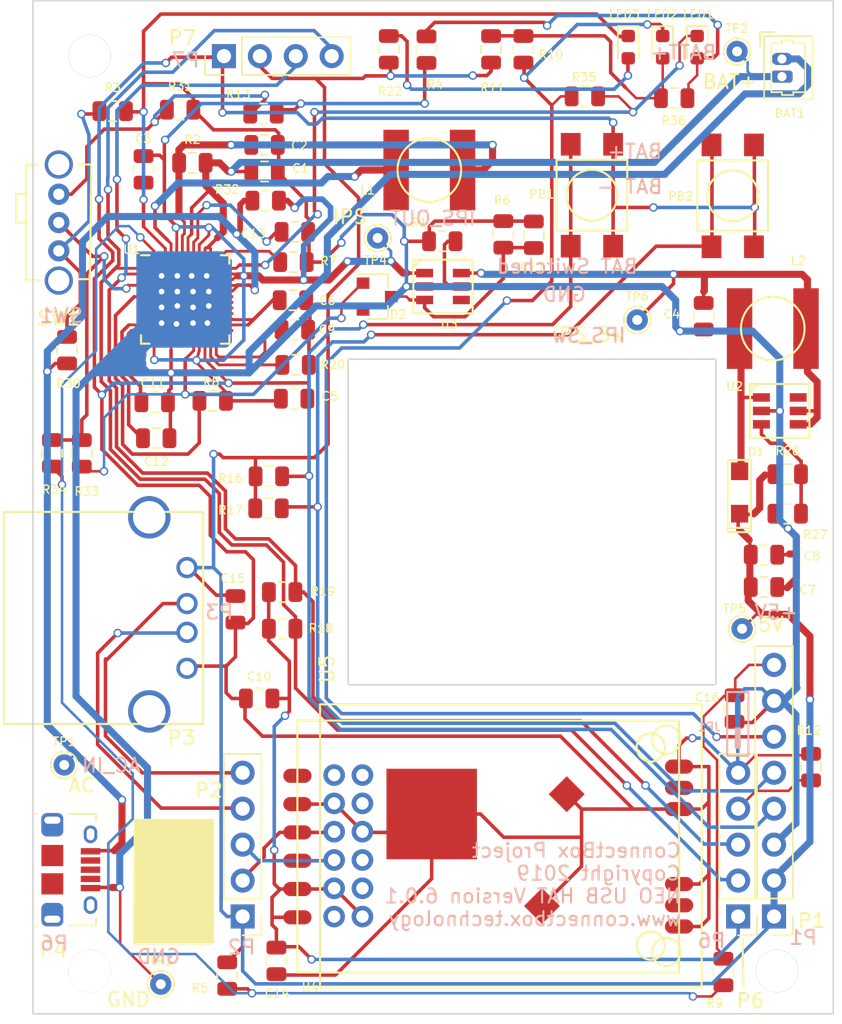
<source format=kicad_pcb>
(kicad_pcb (version 20171130) (host pcbnew "(6.0.0-rc1-dev-1413-ga48e89956)")
  (title_block (title "ConnectBox HAT") (date 2019-10-25) (rev 5.1.1))
  (layers (0 F.Cu signal) (31 B.Cu signal) (34 B.Paste user hide) (35 F.Paste user hide) (36 B.SilkS user) (37 F.SilkS user) (38 B.Mask user hide) (39 F.Mask user hide) (44 Edge.Cuts user))
  (net 0 "")
  (net 1 "Net-(L1-Pad2)")
  (net 2 "Net-(P2-Pad2)")
  (net 3 "Net-(P2-Pad3)")
  (net 4 "Net-(LED3-Pad2)")
  (net 5 "Net-(C2-Pad1)")
  (net 6 "Net-(C6-Pad2)")
  (net 7 "Net-(C9-Pad2)")
  (net 8 "Net-(D1-Pad2)")
  (net 9 /SDA)
  (net 10 /SCL)
  (net 11 "Net-(R7-Pad1)")
  (net 12 "Net-(R8-Pad1)")
  (net 13 "Net-(R20-Pad2)")
  (net 14 "Net-(R26-Pad2)")
  (net 15 /IPS_OUT)
  (net 16 /5V_OUT)
  (net 17 /AC_IN)
  (net 18 /A_GND)
  (net 19 /3v3)
  (net 20 "Net-(C11-Pad2)")
  (net 21 "Net-(C12-Pad2)")
  (net 22 "Net-(C13-Pad2)")
  (net 23 "Net-(C4-Pad1)")
  (net 24 "Net-(R1-Pad1)")
  (net 25 "Net-(P2-Pad4)")
  (net 26 /PG6)
  (net 27 /PG7)
  (net 28 "Net-(P2-Pad5)")
  (net 29 "Net-(C16-Pad2)")
  (net 30 "Net-(C17-Pad1)")
  (net 31 /PG11)
  (net 32 GND)
  (net 33 "/Power control/BAT+")
  (net 34 "/Power control/EXT_EN")
  (net 35 "/Power control/SW_ON")
  (net 36 "/Power control/IRQ")
  (net 37 "/Power control/SW_OFF")
  (net 38 "/Power control/SW_COM")
  (net 39 "/Power control/LED1_C")
  (net 40 "/Power control/LED1_A")
  (net 41 "/Power control/LED2_A")
  (net 42 "/Power control/LED2_C")
  (module CustomComponents:F12ASUM13-W2 (layer F.Cu) (at 163.703 122.428 270)
    (fp_text reference U5 (at -12.5 13 270) (layer F.SilkS))
    (fp_text value F12ASUM13-W2)
    (pad 6 thru_hole circle (at 5 10.5 270) (size 1.524 1.524) (drill 0.88) (layers *.Cu *.Mask) (net 19 /3v3))
    (pad 5 thru_hole circle (at 3 10.5 270) (size 1.524 1.524) (drill 0.88) (layers *.Cu *.Mask))
    (pad 4 thru_hole circle (at 1 10.5 270) (size 1.524 1.524) (drill 0.88) (layers *.Cu *.Mask))
    (pad 3 thru_hole circle (at -1 10.5 270) (size 1.524 1.524) (drill 0.88) (layers *.Cu *.Mask) (net 18 /A_GND))
    (pad 2 thru_hole circle (at -3 10.5 270) (size 1.524 1.524) (drill 0.88) (layers *.Cu *.Mask))
    (pad 1 thru_hole circle (at -5 10.5 270) (size 1.524 1.524) (drill 0.88) (layers *.Cu *.Mask))
    (pad 7 thru_hole circle (at -5 12.5 270) (size 1.524 1.524) (drill 0.88) (layers *.Cu *.Mask))
    (pad 12 thru_hole circle (at 5 12.5 270) (size 1.524 1.524) (drill 0.88) (layers *.Cu *.Mask))
    (pad 11 thru_hole circle (at 3 12.5 270) (size 1.524 1.524) (drill 0.88) (layers *.Cu *.Mask) (net 19 /3v3))
    (pad 10 thru_hole circle (at 1 12.5 270) (size 1.524 1.524) (drill 0.88) (layers *.Cu *.Mask) (net 3 "Net-(P2-Pad3)"))
    (pad 9 thru_hole circle (at -1 12.5 270) (size 1.524 1.524) (drill 0.88) (layers *.Cu *.Mask) (net 2 "Net-(P2-Pad2)"))
    (pad 8 thru_hole circle (at -3 12.5 270) (size 1.524 1.524) (drill 0.88) (layers *.Cu *.Mask) (net 18 /A_GND))
  )
  (module MountingHole:MountingHole_3mm (layer F.Cu) (at 133.8072 67.056)
    (fp_text reference REF** hide)
    (fp_text value MountingHole_3mm)
    (pad 1 thru_hole circle (at 0.1016 -0.4416) (size 3 3) (drill 3) (layers *.Cu *.Mask))
  )
  (module Resistor_SMD:R_0805_2012Metric (layer F.Cu) (at 158.8516 79.7052 180)
    (fp_text reference R1 (at 1.651 1.2954) (layer F.SilkS) (effects (font (size 0.6 0.6) (thickness 0.1))))
    (fp_text value 162)
    (pad 2 smd roundrect (at 0.9375 0 180) (size 0.975 1.4) (layers F.Cu F.Paste F.Mask) (net 32 GND))
    (pad 1 smd roundrect (at -0.9375 0 180) (size 0.975 1.4) (layers F.Cu F.Paste F.Mask) (net 24 "Net-(R1-Pad1)"))
  )
  (module Capacitor_SMD:C_0805_2012Metric (layer F.Cu) (at 165.3286 79.2457 90)
    (fp_text reference C17 (at -2.2883 -0.1016 180) (layer F.SilkS) (effects (font (size 0.6 0.6) (thickness 0.1))))
    (fp_text value 22uF)
    (pad 2 smd roundrect (at 0.9375 0 90) (size 0.975 1.4) (layers F.Cu F.Paste F.Mask) (net 32 GND))
    (pad 1 smd roundrect (at -0.9375 0 90) (size 0.975 1.4) (layers F.Cu F.Paste F.Mask) (net 30 "Net-(C17-Pad1)"))
  )
  (module CustomComponents:NetConnect (layer F.Cu) (at 179.7558 113.308 90)
    (fp_text reference JP1 (at -0.7126 -2.032 180) (layer B.SilkS) (effects (font (size 0.6 0.6) (thickness 0.1)) (justify mirror)))
    (fp_text value Jumper_NC_Small)
    (fp_line (start -1 0) (end 0 0) (layer B.Cu) (width 0.35))
    (pad 2 smd rect (at 0.5 0 90) (size 1.5 0.4) (layers B.Cu B.Paste B.Mask) (net 32 GND))
    (pad 1 smd rect (at -1.5 0 90) (size 1.5 0.4) (layers B.Cu B.Paste B.SilkS B.Mask) (net 18 /A_GND))
  )
  (module CustomComponents:HC-R8812AU2 (layer F.Cu) (at 162.1028 122.4788 270)
    (fp_text reference U4 (at 9.9568 12.5984) (layer F.SilkS) (effects (font (size 0.6 0.6) (thickness 0.1))))
    (fp_text value HC-R8812AF1)
    (pad 6 smd oval (at -5 13.5 270) (size 1 2) (layers F.Cu F.Paste F.Mask))
    (pad 5 smd oval (at -3 13.5 270) (size 1 2) (layers F.Cu F.Paste F.Mask) (net 18 /A_GND))
    (pad 4 smd oval (at -1 13.5 270) (size 1 2) (layers F.Cu F.Paste F.Mask) (net 2 "Net-(P2-Pad2)"))
    (pad 3 smd oval (at 1 13.5 270) (size 1 2) (layers F.Cu F.Paste F.Mask) (net 3 "Net-(P2-Pad3)"))
    (pad 2 smd oval (at 3 13.5 270) (size 1 2) (layers F.Cu F.Paste F.Mask) (net 19 /3v3))
    (pad 1 smd oval (at 5 13.5 270) (size 1 2) (layers F.Cu F.Paste F.Mask) (net 19 /3v3))
    (pad 12 smd oval (at 5.65 -13.5 270) (size 1 2) (layers F.Cu F.Paste F.Mask) (net 18 /A_GND))
    (pad 7 smd oval (at -5.65 -13.5 270) (size 1 2) (layers F.Cu F.Paste F.Mask) (net 18 /A_GND))
    (pad 8 smd oval (at -4.15 -13.5 270) (size 1 2) (layers F.Cu F.Paste F.Mask))
    (pad 9 smd oval (at -2.65 -13.5 270) (size 1 2) (layers F.Cu F.Paste F.Mask) (net 18 /A_GND))
    (pad 10 smd oval (at 2.65 -13.5 270) (size 1 2) (layers F.Cu F.Paste F.Mask) (net 18 /A_GND))
    (pad 11 smd oval (at 4.15 -13.5 270) (size 1 2) (layers F.Cu F.Paste F.Mask))
    (pad 13 smd rect (at -2.3 4 270) (size 6.4 6.4) (layers F.Cu F.Paste F.Mask) (net 18 /A_GND))
    (pad 14 smd rect (at -3.7 -5.55 315) (size 1.8 1.8) (layers F.Cu F.Paste F.Mask) (net 18 /A_GND))
    (pad 15 smd rect (at 4.2 -3.8 315) (size 1.8 1.8) (layers F.Cu F.Paste F.Mask) (net 18 /A_GND))
  )
  (module Connector_PinHeader_2.54mm:PinHeader_1x08_P2.54mm_Vertical (layer F.Cu) (at 182.3212 127.422 180)
    (fp_text reference P1 (at -2.667 -0.2892 180) (layer F.SilkS))
    (fp_text value Conn_01x08)
    (pad 1 thru_hole rect (at 0 0 180) (size 1.7 1.7) (drill 1) (layers *.Cu *.Mask) (net 16 /5V_OUT))
    (pad 2 thru_hole oval (at 0 2.54 180) (size 1.7 1.7) (drill 1) (layers *.Cu *.Mask) (net 16 /5V_OUT))
    (pad 3 thru_hole oval (at 0 5.08 180) (size 1.7 1.7) (drill 1) (layers *.Cu *.Mask) (net 32 GND))
    (pad 4 thru_hole oval (at 0 7.62 180) (size 1.7 1.7) (drill 1) (layers *.Cu *.Mask) (net 26 /PG6))
    (pad 5 thru_hole oval (at 0 10.16 180) (size 1.7 1.7) (drill 1) (layers *.Cu *.Mask) (net 27 /PG7))
    (pad 6 thru_hole oval (at 0 12.7 180) (size 1.7 1.7) (drill 1) (layers *.Cu *.Mask) (net 42 "/Power control/LED2_C"))
    (pad 7 thru_hole oval (at 0 15.24 180) (size 1.7 1.7) (drill 1) (layers *.Cu *.Mask) (net 32 GND))
    (pad 8 thru_hole oval (at 0 17.78 180) (size 1.7 1.7) (drill 1) (layers *.Cu *.Mask) (net 29 "Net-(C16-Pad2)"))
  )
  (module CustomComponents:SPDT-OS10211 (layer F.Cu) (at 131.7244 78.3844 270)
    (fp_text reference SW1 (at 6.7564 0) (layer F.SilkS))
    (fp_text value SPDT-2C)
    (pad 1 thru_hole circle (at -2 0 270) (size 1.5 1.5) (drill 0.8) (layers *.Cu *.Mask) (net 37 "/Power control/SW_OFF"))
    (pad 2 thru_hole circle (at 0 0 270) (size 1.5 1.5) (drill 0.8) (layers *.Cu *.Mask) (net 38 "/Power control/SW_COM"))
    (pad 3 thru_hole circle (at 2 0 270) (size 1.5 1.5) (drill 0.8) (layers *.Cu *.Mask) (net 35 "/Power control/SW_ON"))
    (pad "" thru_hole circle (at -4.1 0 270) (size 2 2) (drill 1.5) (layers *.Cu *.Mask))
    (pad "" thru_hole circle (at 4.1 0 270) (size 2 2) (drill 1.5) (layers *.Cu *.Mask))
  )
  (module CustomComponents:SW-TL3305 (layer F.Cu) (at 169.4368 76.454 90)
    (fp_text reference PB1 (at 0.0762 -3.556 180) (layer F.SilkS) (effects (font (size 0.6 0.6) (thickness 0.1))))
    (fp_text value SPST-PUSH)
    (pad 1 smd rect (at -3.6 -1.5 90) (size 1.6 1.4) (layers F.Cu F.Paste F.Mask) (net 26 /PG6))
    (pad 2 smd rect (at -3.6 1.5 90) (size 1.6 1.4) (layers F.Cu F.Paste F.Mask) (net 18 /A_GND))
    (pad 1 smd rect (at 3.6 -1.5 90) (size 1.6 1.4) (layers F.Cu F.Paste F.Mask) (net 26 /PG6))
    (pad 2 smd rect (at 3.6 1.5 90) (size 1.6 1.4) (layers F.Cu F.Paste F.Mask) (net 18 /A_GND))
  )
  (module CustomComponents:SOT-23-6a (layer F.Cu) (at 182.7276 91.694)
    (fp_text reference U2 (at -3.2004 -1.7272) (layer F.SilkS) (effects (font (size 0.6 0.6) (thickness 0.1))))
    (fp_text value MT3608)
    (pad 1 smd rect (at -1.3 -0.95) (size 1.2 0.6) (layers F.Cu F.Paste F.Mask) (net 8 "Net-(D1-Pad2)"))
    (pad 2 smd rect (at -1.3 0) (size 1.2 0.6) (layers F.Cu F.Paste F.Mask) (net 32 GND))
    (pad 3 smd rect (at -1.3 0.95) (size 1.2 0.6) (layers F.Cu F.Paste F.Mask) (net 14 "Net-(R26-Pad2)"))
    (pad 4 smd rect (at 1.3 0.95) (size 1.2 0.6) (layers F.Cu F.Paste F.Mask) (net 23 "Net-(C4-Pad1)"))
    (pad 6 smd rect (at 1.3 -0.95) (size 1.2 0.6) (layers F.Cu F.Paste F.Mask))
    (pad 5 smd rect (at 1.3 0) (size 1.2 0.6) (layers F.Cu F.Paste F.Mask) (net 23 "Net-(C4-Pad1)"))
  )
  (module CustomComponents:SOT-23-6a (layer F.Cu) (at 158.9024 82.9056)
    (fp_text reference U3 (at 0.4318 2.667) (layer F.SilkS) (effects (font (size 0.6 0.6) (thickness 0.1))))
    (fp_text value MIC2019)
    (pad 1 smd rect (at -1.3 -0.95) (size 1.2 0.6) (layers F.Cu F.Paste F.Mask) (net 15 /IPS_OUT))
    (pad 2 smd rect (at -1.3 0) (size 1.2 0.6) (layers F.Cu F.Paste F.Mask) (net 32 GND))
    (pad 3 smd rect (at -1.3 0.95) (size 1.2 0.6) (layers F.Cu F.Paste F.Mask) (net 30 "Net-(C17-Pad1)"))
    (pad 4 smd rect (at 1.3 0.95) (size 1.2 0.6) (layers F.Cu F.Paste F.Mask))
    (pad 6 smd rect (at 1.3 -0.95) (size 1.2 0.6) (layers F.Cu F.Paste F.Mask) (net 23 "Net-(C4-Pad1)"))
    (pad 5 smd rect (at 1.3 0) (size 1.2 0.6) (layers F.Cu F.Paste F.Mask) (net 24 "Net-(R1-Pad1)"))
  )
  (module CustomComponents:INDUCTOR_SMD_6x6-1 (layer F.Cu) (at 157.9372 74.676 270)
    (fp_text reference L1 (at 1.4224 4.3688 180) (layer F.SilkS) (effects (font (size 0.6 0.6) (thickness 0.1))))
    (fp_text value "4.7 uH")
    (pad 1 smd rect (at 0 -2.35 270) (size 5.7 1.8) (layers F.Cu F.Paste F.Mask) (net 5 "Net-(C2-Pad1)"))
    (pad 2 smd rect (at 0 2.35 270) (size 5.7 1.8) (layers F.Cu F.Paste F.Mask) (net 1 "Net-(L1-Pad2)"))
  )
  (module CustomComponents:SOD-123FL (layer F.Cu) (at 179.8828 97.4584 90)
    (fp_text reference D1 (at 2.8688 1.1684 180) (layer F.SilkS) (effects (font (size 0.6 0.6) (thickness 0.1))))
    (fp_text value NRVTS260ESFT1G)
    (pad 1 smd rect (at -1.5 0 90) (size 1.25 1.22) (layers F.Cu F.Paste F.Mask) (net 16 /5V_OUT))
    (pad 2 smd rect (at 1.5 0 90) (size 1.25 1.22) (layers F.Cu F.Paste F.Mask) (net 8 "Net-(D1-Pad2)"))
  )
  (module CustomComponents:UQFN-48-1EP_6x6mm_Pitch0.4mm_75 (layer F.Cu) (at 140.6652 83.82)
    (fp_text reference U1 (at -3.7846 -3.5306) (layer F.SilkS) (effects (font (size 0.6 0.6) (thickness 0.1))))
    (fp_text value AXP209)
    (pad 1 smd rect (at -3 -2.2) (size 0.8 0.2) (layers F.Cu F.Paste F.Mask) (net 9 /SDA))
    (pad 2 smd rect (at -3 -1.8) (size 0.8 0.2) (layers F.Cu F.Paste F.Mask) (net 10 /SCL))
    (pad 3 smd rect (at -3 -1.4) (size 0.8 0.2) (layers F.Cu F.Paste F.Mask))
    (pad 4 smd rect (at -3 -1) (size 0.8 0.2) (layers F.Cu F.Paste F.Mask) (net 38 "/Power control/SW_COM"))
    (pad 5 smd rect (at -3 -0.6) (size 0.8 0.2) (layers F.Cu F.Paste F.Mask))
    (pad 6 smd rect (at -3 -0.2) (size 0.8 0.2) (layers F.Cu F.Paste F.Mask) (net 12 "Net-(R8-Pad1)"))
    (pad 7 smd rect (at -3 0.2) (size 0.8 0.2) (layers F.Cu F.Paste F.Mask))
    (pad 8 smd rect (at -3 0.6) (size 0.8 0.2) (layers F.Cu F.Paste F.Mask))
    (pad 9 smd rect (at -3 1) (size 0.8 0.2) (layers F.Cu F.Paste F.Mask) (net 32 GND))
    (pad 10 smd rect (at -3 1.4) (size 0.8 0.2) (layers F.Cu F.Paste F.Mask))
    (pad 11 smd rect (at -3 1.8) (size 0.8 0.2) (layers F.Cu F.Paste F.Mask) (net 21 "Net-(C12-Pad2)"))
    (pad 12 smd rect (at -3 2.2) (size 0.8 0.2) (layers F.Cu F.Paste F.Mask) (net 20 "Net-(C11-Pad2)"))
    (pad 13 smd rect (at -2.2 3 90) (size 0.8 0.2) (layers F.Cu F.Paste F.Mask) (net 15 /IPS_OUT))
    (pad 14 smd rect (at -1.8 3 90) (size 0.8 0.2) (layers F.Cu F.Paste F.Mask))
    (pad 15 smd rect (at -1.4 3 90) (size 0.8 0.2) (layers F.Cu F.Paste F.Mask))
    (pad 16 smd rect (at -1 3 90) (size 0.8 0.2) (layers F.Cu F.Paste F.Mask) (net 32 GND))
    (pad 17 smd rect (at -0.6 3 90) (size 0.8 0.2) (layers F.Cu F.Paste F.Mask))
    (pad 18 smd rect (at -0.2 3 90) (size 0.8 0.2) (layers F.Cu F.Paste F.Mask))
    (pad 19 smd rect (at 0.2 3 90) (size 0.8 0.2) (layers F.Cu F.Paste F.Mask))
    (pad 20 smd rect (at 0.6 3 90) (size 0.8 0.2) (layers F.Cu F.Paste F.Mask) (net 34 "/Power control/EXT_EN"))
    (pad 21 smd rect (at 1 3 90) (size 0.8 0.2) (layers F.Cu F.Paste F.Mask) (net 15 /IPS_OUT))
    (pad 22 smd rect (at 1.4 3 90) (size 0.8 0.2) (layers F.Cu F.Paste F.Mask) (net 18 /A_GND))
    (pad 23 smd rect (at 1.8 3 90) (size 0.8 0.2) (layers F.Cu F.Paste F.Mask) (net 13 "Net-(R20-Pad2)"))
    (pad 24 smd rect (at 2.2 3 90) (size 0.8 0.2) (layers F.Cu F.Paste F.Mask) (net 7 "Net-(C9-Pad2)"))
    (pad 25 smd rect (at 3 2.2) (size 0.8 0.2) (layers F.Cu F.Paste F.Mask))
    (pad 26 smd rect (at 3 1.8) (size 0.8 0.2) (layers F.Cu F.Paste F.Mask) (net 6 "Net-(C6-Pad2)"))
    (pad 27 smd rect (at 3 1.4) (size 0.8 0.2) (layers F.Cu F.Paste F.Mask) (net 6 "Net-(C6-Pad2)"))
    (pad 28 smd rect (at 3 1) (size 0.8 0.2) (layers F.Cu F.Paste F.Mask))
    (pad 29 smd rect (at 3 0.6) (size 0.8 0.2) (layers F.Cu F.Paste F.Mask))
    (pad 30 smd rect (at 3 0.2) (size 0.8 0.2) (layers F.Cu F.Paste F.Mask))
    (pad 31 smd rect (at 3 -0.2) (size 0.8 0.2) (layers F.Cu F.Paste F.Mask))
    (pad 32 smd rect (at 3 -0.6) (size 0.8 0.2) (layers F.Cu F.Paste F.Mask) (net 17 /AC_IN))
    (pad 33 smd rect (at 3 -1) (size 0.8 0.2) (layers F.Cu F.Paste F.Mask) (net 17 /AC_IN))
    (pad 34 smd rect (at 3 -1.4) (size 0.8 0.2) (layers F.Cu F.Paste F.Mask) (net 15 /IPS_OUT))
    (pad 35 smd rect (at 3 -1.8) (size 0.8 0.2) (layers F.Cu F.Paste F.Mask) (net 15 /IPS_OUT))
    (pad 36 smd rect (at 3 -2.2) (size 0.8 0.2) (layers F.Cu F.Paste F.Mask) (net 39 "/Power control/LED1_C"))
    (pad 37 smd rect (at 2.2 -3 90) (size 0.8 0.2) (layers F.Cu F.Paste F.Mask) (net 11 "Net-(R7-Pad1)"))
    (pad 38 smd rect (at 1.8 -3 90) (size 0.8 0.2) (layers F.Cu F.Paste F.Mask) (net 33 "/Power control/BAT+"))
    (pad 39 smd rect (at 1.4 -3 90) (size 0.8 0.2) (layers F.Cu F.Paste F.Mask) (net 33 "/Power control/BAT+"))
    (pad 40 smd rect (at 1 -3 90) (size 0.8 0.2) (layers F.Cu F.Paste F.Mask) (net 15 /IPS_OUT))
    (pad 41 smd rect (at 0.6 -3 90) (size 0.8 0.2) (layers F.Cu F.Paste F.Mask) (net 22 "Net-(C13-Pad2)"))
    (pad 42 smd rect (at 0.2 -3 90) (size 0.8 0.2) (layers F.Cu F.Paste F.Mask) (net 33 "/Power control/BAT+"))
    (pad 43 smd rect (at -0.2 -3 90) (size 0.8 0.2) (layers F.Cu F.Paste F.Mask) (net 5 "Net-(C2-Pad1)"))
    (pad 44 smd rect (at -0.6 -3 90) (size 0.8 0.2) (layers F.Cu F.Paste F.Mask) (net 15 /IPS_OUT))
    (pad 45 smd rect (at -1 -3 90) (size 0.8 0.2) (layers F.Cu F.Paste F.Mask) (net 1 "Net-(L1-Pad2)"))
    (pad 46 smd rect (at -1.4 -3 90) (size 0.8 0.2) (layers F.Cu F.Paste F.Mask) (net 32 GND))
    (pad 47 smd rect (at -1.8 -3 90) (size 0.8 0.2) (layers F.Cu F.Paste F.Mask))
    (pad 48 smd rect (at -2.2 -3 90) (size 0.8 0.2) (layers F.Cu F.Paste F.Mask) (net 36 "/Power control/IRQ"))
    (pad 49 smd rect (at 1.66875 1.66875) (size 1.1125 1.1125) (layers F.Cu F.Paste F.Mask) (net 32 GND))
    (pad 49 smd rect (at 1.66875 0.55625) (size 1.1125 1.1125) (layers F.Cu F.Paste F.Mask) (net 32 GND))
    (pad 49 smd rect (at 1.66875 -0.55625) (size 1.1125 1.1125) (layers F.Cu F.Paste F.Mask) (net 32 GND))
    (pad 49 smd rect (at 1.66875 -1.66875) (size 1.1125 1.1125) (layers F.Cu F.Paste F.Mask) (net 32 GND))
    (pad 49 smd rect (at 0.55625 1.66875) (size 1.1125 1.1125) (layers F.Cu F.Paste F.Mask) (net 32 GND))
    (pad 49 smd rect (at 0.55625 0.55625) (size 1.1125 1.1125) (layers F.Cu F.Paste F.Mask) (net 32 GND))
    (pad 49 smd rect (at 0.55625 -0.55625) (size 1.1125 1.1125) (layers F.Cu F.Paste F.Mask) (net 32 GND))
    (pad 49 smd rect (at 0.55625 -1.66875) (size 1.1125 1.1125) (layers F.Cu F.Paste F.Mask) (net 32 GND))
    (pad 49 smd rect (at -0.55625 1.66875) (size 1.1125 1.1125) (layers F.Cu F.Paste F.Mask) (net 32 GND))
    (pad 49 smd rect (at -0.55625 0.55625) (size 1.1125 1.1125) (layers F.Cu F.Paste F.Mask) (net 32 GND))
    (pad 49 smd rect (at -0.55625 -0.55625) (size 1.1125 1.1125) (layers F.Cu F.Paste F.Mask) (net 32 GND))
    (pad 49 smd rect (at -0.55625 -1.66875) (size 1.1125 1.1125) (layers F.Cu F.Paste F.Mask) (net 32 GND))
    (pad 49 smd rect (at -1.66875 1.66875) (size 1.1125 1.1125) (layers F.Cu F.Paste F.Mask) (net 32 GND))
    (pad 49 smd rect (at -1.66875 0.55625) (size 1.1125 1.1125) (layers F.Cu F.Paste F.Mask) (net 32 GND))
    (pad 49 smd rect (at -1.66875 -0.55625) (size 1.1125 1.1125) (layers F.Cu F.Paste F.Mask) (net 32 GND))
    (pad 49 smd rect (at -1.66875 -1.66875) (size 1.1125 1.1125) (layers F.Cu F.Paste F.Mask) (net 32 GND))
  )
  (module CustomComponents:USB_A (layer F.Cu) (at 140.79008 102.76754 270)
    (fp_text reference P3 (at 12.04046 0.37888) (layer F.SilkS))
    (fp_text value USB_A_1)
    (pad 4 thru_hole circle (at 7.11286 -0.00212 180) (size 1.50114 1.50114) (drill 1.00076) (layers *.Cu *.Mask) (net 18 /A_GND))
    (pad 3 thru_hole circle (at 4.57286 -0.00212 180) (size 1.50114 1.50114) (drill 1.00076) (layers *.Cu *.Mask) (net 25 "Net-(P2-Pad4)"))
    (pad 2 thru_hole circle (at 2.54086 -0.00212 180) (size 1.50114 1.50114) (drill 1.00076) (layers *.Cu *.Mask) (net 28 "Net-(P2-Pad5)"))
    (pad 1 thru_hole circle (at 0.00086 -0.00212 180) (size 1.50114 1.50114) (drill 1.00076) (layers *.Cu *.Mask) (net 16 /5V_OUT))
    (pad "" thru_hole circle (at 10.16086 2.66488 180) (size 2.99974 2.99974) (drill 2.30124) (layers *.Cu *.Mask))
    (pad 5 thru_hole circle (at -3.55514 2.66488 180) (size 2.99974 2.99974) (drill 2.30124) (layers *.Cu *.Mask))
  )
  (module Connector_PinHeader_2.54mm:PinHeader_1x05_P2.54mm_Vertical (layer F.Cu) (at 179.7812 127.422 180)
    (fp_text reference P6 (at -0.8636 -5.9534 180) (layer F.SilkS))
    (fp_text value Conn_01x05)
    (pad 1 thru_hole rect (at 0 0 180) (size 1.7 1.7) (drill 1) (layers *.Cu *.Mask) (net 19 /3v3))
    (pad 2 thru_hole oval (at 0 2.54 180) (size 1.7 1.7) (drill 1) (layers *.Cu *.Mask) (net 9 /SDA))
    (pad 3 thru_hole oval (at 0 5.08 180) (size 1.7 1.7) (drill 1) (layers *.Cu *.Mask) (net 10 /SCL))
    (pad 4 thru_hole oval (at 0 7.62 180) (size 1.7 1.7) (drill 1) (layers *.Cu *.Mask) (net 31 /PG11))
    (pad 5 thru_hole oval (at 0 10.16 180) (size 1.7 1.7) (drill 1) (layers *.Cu *.Mask) (net 18 /A_GND))
  )
  (module Connector_PinHeader_2.54mm:PinHeader_1x05_P2.54mm_Vertical (layer F.Cu) (at 144.7292 127.422 180)
    (fp_text reference P2 (at 2.3876 8.931 180) (layer F.SilkS))
    (fp_text value Conn_01x05)
    (pad 1 thru_hole rect (at 0 0 180) (size 1.7 1.7) (drill 1) (layers *.Cu *.Mask) (net 16 /5V_OUT))
    (pad 2 thru_hole oval (at 0 2.54 180) (size 1.7 1.7) (drill 1) (layers *.Cu *.Mask) (net 2 "Net-(P2-Pad2)"))
    (pad 3 thru_hole oval (at 0 5.08 180) (size 1.7 1.7) (drill 1) (layers *.Cu *.Mask) (net 3 "Net-(P2-Pad3)"))
    (pad 4 thru_hole oval (at 0 7.62 180) (size 1.7 1.7) (drill 1) (layers *.Cu *.Mask) (net 25 "Net-(P2-Pad4)"))
    (pad 5 thru_hole oval (at 0 10.16 180) (size 1.7 1.7) (drill 1) (layers *.Cu *.Mask) (net 28 "Net-(P2-Pad5)"))
  )
  (module "CustomComponents:Molex PicoBlade 53047-0210 - (swapped pins)" (layer F.Cu) (at 182.88 66.822 270)
    (fp_text reference BAT1 (at 3.8408 -0.5588) (layer F.SilkS) (effects (font (size 0.6 0.6) (thickness 0.1))))
    (fp_text value "Molex PicoBlade 53047-0210")
    (pad 2 thru_hole oval (at 0 0 270) (size 0.85 1.5) (drill 0.65) (layers *.Cu *.Mask) (net 32 GND))
    (pad 1 thru_hole roundrect (at 1.25 0 270) (size 0.85 1.5) (drill 0.65) (layers *.Cu *.Mask) (net 33 "/Power control/BAT+"))
  )
  (module Resistor_SMD:R_0805_2012Metric (layer F.Cu) (at 143.637 131.5951 270)
    (fp_text reference R5 (at 0.8913 1.9304) (layer F.SilkS) (effects (font (size 0.6 0.6) (thickness 0.1))))
    (fp_text value 51K)
    (pad 1 smd roundrect (at -0.9375 0 270) (size 0.975 1.4) (layers F.Cu F.Paste F.Mask) (net 16 /5V_OUT))
    (pad 2 smd roundrect (at 0.9375 0 270) (size 0.975 1.4) (layers F.Cu F.Paste F.Mask) (net 36 "/Power control/IRQ"))
  )
  (module Resistor_SMD:R_0805_2012Metric (layer F.Cu) (at 163.1696 79.2203 90)
    (fp_text reference R6 (at 2.4107 -0.0762 180) (layer F.SilkS) (effects (font (size 0.6 0.6) (thickness 0.1))))
    (fp_text value 220K)
    (pad 2 smd roundrect (at 0.9375 0 90) (size 0.975 1.4) (layers F.Cu F.Paste F.Mask) (net 32 GND))
    (pad 1 smd roundrect (at -0.9375 0 90) (size 0.975 1.4) (layers F.Cu F.Paste F.Mask) (net 30 "Net-(C17-Pad1)"))
  )
  (module Diode_SMD:D_SOT-23_ANK (layer F.Cu) (at 154.2448 83.6168)
    (fp_text reference D2 (at 1.4826 1.27) (layer F.SilkS) (effects (font (size 0.6 0.6) (thickness 0.1))))
    (fp_text value MMBD914)
    (pad 2 smd rect (at -1 -0.95) (size 0.9 0.8) (layers F.Cu F.Paste F.Mask) (net 34 "/Power control/EXT_EN"))
    (pad "" smd rect (at -1 0.95) (size 0.9 0.8) (layers F.Cu F.Paste F.Mask))
    (pad 1 smd rect (at 1 0) (size 0.9 0.8) (layers F.Cu F.Paste F.Mask) (net 30 "Net-(C17-Pad1)"))
  )
  (module TestPoint:TestPoint_THTPad_D1.5mm_Drill0.7mm (layer F.Cu) (at 132.1054 116.713)
    (fp_text reference TP1 (at 0 -1.648) (layer F.SilkS) (effects (font (size 0.6 0.6) (thickness 0.1))))
    (fp_text value AC_IN)
    (pad 1 thru_hole circle (at 0 0) (size 1.5 1.5) (drill 0.7) (layers *.Cu *.Mask) (net 17 /AC_IN))
  )
  (module TestPoint:TestPoint_THTPad_D1.5mm_Drill0.7mm (layer F.Cu) (at 179.705 66.294)
    (fp_text reference TP2 (at -0.0254 -1.6256) (layer F.SilkS) (effects (font (size 0.6 0.6) (thickness 0.1))))
    (fp_text value Bat+)
    (pad 1 thru_hole circle (at 0 0) (size 1.5 1.5) (drill 0.7) (layers *.Cu *.Mask) (net 33 "/Power control/BAT+"))
  )
  (module TestPoint:TestPoint_THTPad_D1.5mm_Drill0.7mm (layer F.Cu) (at 138.938 132.207)
    (fp_text reference TP3 (at 0 -1.648) (layer F.SilkS) (effects (font (size 0.6 0.6) (thickness 0.1))))
    (fp_text value Gnd)
    (pad 1 thru_hole circle (at 0 0) (size 1.5 1.5) (drill 0.7) (layers *.Cu *.Mask) (net 32 GND))
  )
  (module TestPoint:TestPoint_THTPad_D1.5mm_Drill0.7mm (layer F.Cu) (at 154.2796 79.4766)
    (fp_text reference TP4 (at -0.1524 1.5748) (layer F.SilkS) (effects (font (size 0.6 0.6) (thickness 0.1))))
    (fp_text value IPS)
    (pad 1 thru_hole circle (at 0 0) (size 1.5 1.5) (drill 0.7) (layers *.Cu *.Mask) (net 15 /IPS_OUT))
  )
  (module TestPoint:TestPoint_THTPad_D1.5mm_Drill0.7mm (layer F.Cu) (at 180.0606 107.0864)
    (fp_text reference TP5 (at -0.5334 -1.4224) (layer F.SilkS) (effects (font (size 0.6 0.6) (thickness 0.1))))
    (fp_text value 5V)
    (pad 1 thru_hole circle (at 0 0) (size 1.5 1.5) (drill 0.7) (layers *.Cu *.Mask) (net 16 /5V_OUT))
  )
  (module Resistor_SMD:R_0805_2012Metric (layer F.Cu) (at 184.9374 116.8654 90)
    (fp_text reference R12 (at 2.5908 -0.1524 180) (layer F.SilkS) (effects (font (size 0.6 0.6) (thickness 0.1))))
    (fp_text value 2.2K)
    (pad 1 smd roundrect (at -0.9375 0 90) (size 0.975 1.4) (layers F.Cu F.Paste F.Mask) (net 31 /PG11))
    (pad 2 smd roundrect (at 0.9375 0 90) (size 0.975 1.4) (layers F.Cu F.Paste F.Mask) (net 18 /A_GND))
  )
  (module Capacitor_SMD:C_0805_2012Metric (layer F.Cu) (at 146.2786 74.7776)
    (fp_text reference C1 (at 2.54 -0.2286) (layer F.SilkS) (effects (font (size 0.6 0.6) (thickness 0.1))))
    (fp_text value 10uF)
    (pad 1 smd roundrect (at -0.9375 0) (size 0.975 1.4) (layers F.Cu F.Paste F.Mask) (net 33 "/Power control/BAT+"))
    (pad 2 smd roundrect (at 0.9375 0) (size 0.975 1.4) (layers F.Cu F.Paste F.Mask) (net 32 GND))
  )
  (module Capacitor_SMD:C_0805_2012Metric (layer F.Cu) (at 146.2786 72.898)
    (fp_text reference C2 (at 2.4638 0.0508) (layer F.SilkS) (effects (font (size 0.6 0.6) (thickness 0.1))))
    (fp_text value 10uF)
    (pad 1 smd roundrect (at -0.9375 0) (size 0.975 1.4) (layers F.Cu F.Paste F.Mask) (net 5 "Net-(C2-Pad1)"))
    (pad 2 smd roundrect (at 0.9375 0) (size 0.975 1.4) (layers F.Cu F.Paste F.Mask) (net 32 GND))
  )
  (module Capacitor_SMD:C_0805_2012Metric (layer F.Cu) (at 137.7188 74.6252 270)
    (fp_text reference C3 (at -2.159 0.0254) (layer F.SilkS) (effects (font (size 0.6 0.6) (thickness 0.1))))
    (fp_text value 10uF)
    (pad 1 smd roundrect (at -0.9375 0 270) (size 0.975 1.4) (layers F.Cu F.Paste F.Mask) (net 15 /IPS_OUT))
    (pad 2 smd roundrect (at 0.9375 0 270) (size 0.975 1.4) (layers F.Cu F.Paste F.Mask) (net 32 GND))
  )
  (module Capacitor_SMD:C_0805_2012Metric (layer F.Cu) (at 177.3428 85.0044 270)
    (fp_text reference C4 (at -0.143 2.2606) (layer F.SilkS) (effects (font (size 0.6 0.6) (thickness 0.1))))
    (fp_text value 10uF)
    (pad 2 smd roundrect (at 0.9375 0 270) (size 0.975 1.4) (layers F.Cu F.Paste F.Mask) (net 32 GND))
    (pad 1 smd roundrect (at -0.9375 0 270) (size 0.975 1.4) (layers F.Cu F.Paste F.Mask) (net 23 "Net-(C4-Pad1)"))
  )
  (module Capacitor_SMD:C_0805_2012Metric (layer F.Cu) (at 148.3708 90.8304 180)
    (fp_text reference C5 (at -2.5306 0.1778 180) (layer F.SilkS) (effects (font (size 0.6 0.6) (thickness 0.1))))
    (fp_text value 10uF)
    (pad 2 smd roundrect (at 0.9375 0 180) (size 0.975 1.4) (layers F.Cu F.Paste F.Mask) (net 15 /IPS_OUT))
    (pad 1 smd roundrect (at -0.9375 0 180) (size 0.975 1.4) (layers F.Cu F.Paste F.Mask) (net 18 /A_GND))
  )
  (module Capacitor_SMD:C_0805_2012Metric (layer F.Cu) (at 148.2852 83.8708 180)
    (fp_text reference C6 (at -2.4384 -0.0254 180) (layer F.SilkS) (effects (font (size 0.6 0.6) (thickness 0.1))))
    (fp_text value 1uF)
    (pad 2 smd roundrect (at 0.9375 0 180) (size 0.975 1.4) (layers F.Cu F.Paste F.Mask) (net 6 "Net-(C6-Pad2)"))
    (pad 1 smd roundrect (at -0.9375 0 180) (size 0.975 1.4) (layers F.Cu F.Paste F.Mask) (net 18 /A_GND))
  )
  (module Capacitor_SMD:C_0805_2012Metric (layer F.Cu) (at 181.61 104.14)
    (fp_text reference C7 (at 3.0734 0.2032) (layer F.SilkS) (effects (font (size 0.6 0.6) (thickness 0.1))))
    (fp_text value 22uF)
    (pad 2 smd roundrect (at 0.9375 0) (size 0.975 1.4) (layers F.Cu F.Paste F.Mask) (net 32 GND))
    (pad 1 smd roundrect (at -0.9375 0) (size 0.975 1.4) (layers F.Cu F.Paste F.Mask) (net 16 /5V_OUT))
  )
  (module Capacitor_SMD:C_0805_2012Metric (layer F.Cu) (at 181.61 101.854)
    (fp_text reference C8 (at 3.3782 0.1016) (layer F.SilkS) (effects (font (size 0.6 0.6) (thickness 0.1))))
    (fp_text value 22uF)
    (pad 1 smd roundrect (at -0.9375 0) (size 0.975 1.4) (layers F.Cu F.Paste F.Mask) (net 16 /5V_OUT))
    (pad 2 smd roundrect (at 0.9375 0) (size 0.975 1.4) (layers F.Cu F.Paste F.Mask) (net 32 GND))
  )
  (module Capacitor_SMD:C_0805_2012Metric (layer F.Cu) (at 148.4216 85.9536 180)
    (fp_text reference C9 (at -2.2766 0 180) (layer F.SilkS) (effects (font (size 0.6 0.6) (thickness 0.1))))
    (fp_text value 1uF)
    (pad 1 smd roundrect (at -0.9375 0 180) (size 0.975 1.4) (layers F.Cu F.Paste F.Mask) (net 18 /A_GND))
    (pad 2 smd roundrect (at 0.9375 0 180) (size 0.975 1.4) (layers F.Cu F.Paste F.Mask) (net 7 "Net-(C9-Pad2)"))
  )
  (module Capacitor_SMD:C_0805_2012Metric (layer F.Cu) (at 145.8976 112.014 180)
    (fp_text reference C10 (at 0 1.5494 180) (layer F.SilkS) (effects (font (size 0.6 0.6) (thickness 0.1))))
    (fp_text value 1uF)
    (pad 2 smd roundrect (at 0.9375 0 180) (size 0.975 1.4) (layers F.Cu F.Paste F.Mask) (net 18 /A_GND))
    (pad 1 smd roundrect (at -0.9375 0 180) (size 0.975 1.4) (layers F.Cu F.Paste F.Mask) (net 19 /3v3))
  )
  (module Capacitor_SMD:C_0805_2012Metric (layer F.Cu) (at 138.5062 91.0844 180)
    (fp_text reference C11 (at 0.127 1.3462 180) (layer F.SilkS) (effects (font (size 0.6 0.6) (thickness 0.1))))
    (fp_text value 4.7uF)
    (pad 1 smd roundrect (at -0.9375 0 180) (size 0.975 1.4) (layers F.Cu F.Paste F.Mask) (net 32 GND))
    (pad 2 smd roundrect (at 0.9375 0 180) (size 0.975 1.4) (layers F.Cu F.Paste F.Mask) (net 20 "Net-(C11-Pad2)"))
  )
  (module Capacitor_SMD:C_0805_2012Metric (layer F.Cu) (at 138.6172 93.6244 180)
    (fp_text reference C12 (at 0 -1.65 180) (layer F.SilkS) (effects (font (size 0.6 0.6) (thickness 0.1))))
    (fp_text value 4.7uF)
    (pad 2 smd roundrect (at 0.9375 0 180) (size 0.975 1.4) (layers F.Cu F.Paste F.Mask) (net 21 "Net-(C12-Pad2)"))
    (pad 1 smd roundrect (at -0.9375 0 180) (size 0.975 1.4) (layers F.Cu F.Paste F.Mask) (net 32 GND))
  )
  (module Capacitor_SMD:C_0805_2012Metric (layer F.Cu) (at 148.4216 79.0448 180)
    (fp_text reference C13 (at 2.9304 -0.127 180) (layer F.SilkS) (effects (font (size 0.6 0.6) (thickness 0.1))))
    (fp_text value 4.7uF)
    (pad 1 smd roundrect (at -0.9375 0 180) (size 0.975 1.4) (layers F.Cu F.Paste F.Mask) (net 32 GND))
    (pad 2 smd roundrect (at 0.9375 0 180) (size 0.975 1.4) (layers F.Cu F.Paste F.Mask) (net 22 "Net-(C13-Pad2)"))
  )
  (module Capacitor_SMD:C_0805_2012Metric (layer F.Cu) (at 147.1168 130.556 270)
    (fp_text reference C14 (at 2.286 -0.0508) (layer F.SilkS) (effects (font (size 0.6 0.6) (thickness 0.1))))
    (fp_text value 22uF)
    (pad 2 smd roundrect (at 0.9375 0 270) (size 0.975 1.4) (layers F.Cu F.Paste F.Mask) (net 18 /A_GND))
    (pad 1 smd roundrect (at -0.9375 0 270) (size 0.975 1.4) (layers F.Cu F.Paste F.Mask) (net 19 /3v3))
  )
  (module Capacitor_SMD:C_0805_2012Metric (layer F.Cu) (at 144.2212 105.7148 90)
    (fp_text reference C15 (at 2.1844 -0.1778 180) (layer F.SilkS) (effects (font (size 0.6 0.6) (thickness 0.1))))
    (fp_text value 22uF)
    (pad 1 smd roundrect (at -0.9375 0 90) (size 0.975 1.4) (layers F.Cu F.Paste F.Mask) (net 18 /A_GND))
    (pad 2 smd roundrect (at 0.9375 0 90) (size 0.975 1.4) (layers F.Cu F.Paste F.Mask) (net 16 /5V_OUT))
  )
  (module Resistor_SMD:R_0805_2012Metric (layer F.Cu) (at 141.1732 74.168 180)
    (fp_text reference R2 (at 0 1.651 180) (layer F.SilkS) (effects (font (size 0.6 0.6) (thickness 0.1))))
    (fp_text value "0.03 ohm")
    (pad 1 smd roundrect (at -0.9375 0 180) (size 0.975 1.4) (layers F.Cu F.Paste F.Mask) (net 33 "/Power control/BAT+"))
    (pad 2 smd roundrect (at 0.9375 0 180) (size 0.975 1.4) (layers F.Cu F.Paste F.Mask) (net 5 "Net-(C2-Pad1)"))
  )
  (module Resistor_SMD:R_0805_2012Metric (layer F.Cu) (at 135.5344 70.5104)
    (fp_text reference R3 (at 0 -1.65) (layer F.SilkS) (effects (font (size 0.6 0.6) (thickness 0.1))))
    (fp_text value 1K)
    (pad 1 smd roundrect (at -0.9375 0) (size 0.975 1.4) (layers F.Cu F.Paste F.Mask) (net 35 "/Power control/SW_ON"))
    (pad 2 smd roundrect (at 0.9375 0) (size 0.975 1.4) (layers F.Cu F.Paste F.Mask) (net 32 GND))
  )
  (module Resistor_SMD:R_0805_2012Metric (layer F.Cu) (at 157.734 66.167 90)
    (fp_text reference R4 (at -2.4638 0.6096 180) (layer F.SilkS) (effects (font (size 0.6 0.6) (thickness 0.1))))
    (fp_text value 1.8K)
    (pad 2 smd roundrect (at 0.9375 0 90) (size 0.975 1.4) (layers F.Cu F.Paste F.Mask) (net 40 "/Power control/LED1_A"))
    (pad 1 smd roundrect (at -0.9375 0 90) (size 0.975 1.4) (layers F.Cu F.Paste F.Mask) (net 15 /IPS_OUT))
  )
  (module Resistor_SMD:R_0805_2012Metric (layer F.Cu) (at 148.3208 81.1784)
    (fp_text reference R7 (at 2.479 -0.0762) (layer F.SilkS) (effects (font (size 0.6 0.6) (thickness 0.1))))
    (fp_text value 100)
    (pad 1 smd roundrect (at -0.9375 0) (size 0.975 1.4) (layers F.Cu F.Paste F.Mask) (net 11 "Net-(R7-Pad1)"))
    (pad 2 smd roundrect (at 0.9375 0) (size 0.975 1.4) (layers F.Cu F.Paste F.Mask) (net 32 GND))
  )
  (module Resistor_SMD:R_0805_2012Metric (layer F.Cu) (at 142.6108 90.9828)
    (fp_text reference R8 (at -0.0914 -1.3208) (layer F.SilkS) (effects (font (size 0.6 0.6) (thickness 0.1))))
    (fp_text value 10K)
    (pad 1 smd roundrect (at -0.9375 0) (size 0.975 1.4) (layers F.Cu F.Paste F.Mask) (net 12 "Net-(R8-Pad1)"))
    (pad 2 smd roundrect (at 0.9375 0) (size 0.975 1.4) (layers F.Cu F.Paste F.Mask) (net 15 /IPS_OUT))
  )
  (module Resistor_SMD:R_0805_2012Metric (layer F.Cu) (at 164.592 66.1416 270)
    (fp_text reference R10 (at 0.381 -1.9558) (layer F.SilkS) (effects (font (size 0.6 0.6) (thickness 0.1))))
    (fp_text value 1K)
    (pad 1 smd roundrect (at -0.9375 0 270) (size 0.975 1.4) (layers F.Cu F.Paste F.Mask) (net 41 "/Power control/LED2_A"))
    (pad 2 smd roundrect (at 0.9375 0 270) (size 0.975 1.4) (layers F.Cu F.Paste F.Mask) (net 42 "/Power control/LED2_C"))
  )
  (module Resistor_SMD:R_0805_2012Metric (layer F.Cu) (at 162.306 66.1416 90)
    (fp_text reference R11 (at -2.7178 0.1016 180) (layer F.SilkS) (effects (font (size 0.6 0.6) (thickness 0.1))))
    (fp_text value 1K)
    (pad 2 smd roundrect (at 0.9375 0 90) (size 0.975 1.4) (layers F.Cu F.Paste F.Mask) (net 41 "/Power control/LED2_A"))
    (pad 1 smd roundrect (at -0.9375 0 90) (size 0.975 1.4) (layers F.Cu F.Paste F.Mask) (net 16 /5V_OUT))
  )
  (module Resistor_SMD:R_0805_2012Metric (layer F.Cu) (at 146.5834 96.3168 180)
    (fp_text reference R16 (at 2.7178 -0.1524 180) (layer F.SilkS) (effects (font (size 0.6 0.6) (thickness 0.1))))
    (fp_text value 10K)
    (pad 1 smd roundrect (at -0.9375 0 180) (size 0.975 1.4) (layers F.Cu F.Paste F.Mask) (net 26 /PG6))
    (pad 2 smd roundrect (at 0.9375 0 180) (size 0.975 1.4) (layers F.Cu F.Paste F.Mask) (net 16 /5V_OUT))
  )
  (module Resistor_SMD:R_0805_2012Metric (layer F.Cu) (at 146.558 98.5774 180)
    (fp_text reference R17 (at 2.6924 -0.127 180) (layer F.SilkS) (effects (font (size 0.6 0.6) (thickness 0.1))))
    (fp_text value 10K)
    (pad 2 smd roundrect (at 0.9375 0 180) (size 0.975 1.4) (layers F.Cu F.Paste F.Mask) (net 16 /5V_OUT))
    (pad 1 smd roundrect (at -0.9375 0 180) (size 0.975 1.4) (layers F.Cu F.Paste F.Mask) (net 27 /PG7))
  )
  (module Resistor_SMD:R_0805_2012Metric (layer F.Cu) (at 147.5232 107.0864 180)
    (fp_text reference R18 (at -2.7432 0.0254 180) (layer F.SilkS) (effects (font (size 0.6 0.6) (thickness 0.1))))
    (fp_text value 2.2K)
    (pad 2 smd roundrect (at 0.9375 0 180) (size 0.975 1.4) (layers F.Cu F.Paste F.Mask) (net 19 /3v3))
    (pad 1 smd roundrect (at -0.9375 0 180) (size 0.975 1.4) (layers F.Cu F.Paste F.Mask) (net 9 /SDA))
  )
  (module Resistor_SMD:R_0805_2012Metric (layer F.Cu) (at 147.5232 104.4956 180)
    (fp_text reference R19 (at -2.8702 0.0508 180) (layer F.SilkS) (effects (font (size 0.6 0.6) (thickness 0.1))))
    (fp_text value 2.2K)
    (pad 1 smd roundrect (at -0.9375 0 180) (size 0.975 1.4) (layers F.Cu F.Paste F.Mask) (net 10 /SCL))
    (pad 2 smd roundrect (at 0.9375 0 180) (size 0.975 1.4) (layers F.Cu F.Paste F.Mask) (net 19 /3v3))
  )
  (module Resistor_SMD:R_0805_2012Metric (layer F.Cu) (at 148.4732 88.4428 180)
    (fp_text reference R20 (at -2.6314 0.0254 180) (layer F.SilkS) (effects (font (size 0.6 0.6) (thickness 0.1))))
    (fp_text value 200K)
    (pad 2 smd roundrect (at 0.9375 0 180) (size 0.975 1.4) (layers F.Cu F.Paste F.Mask) (net 13 "Net-(R20-Pad2)"))
    (pad 1 smd roundrect (at -0.9375 0 180) (size 0.975 1.4) (layers F.Cu F.Paste F.Mask) (net 18 /A_GND))
  )
  (module Resistor_SMD:R_0805_2012Metric (layer F.Cu) (at 155.067 66.1416 90)
    (fp_text reference R22 (at -2.9718 0.0762 180) (layer F.SilkS) (effects (font (size 0.6 0.6) (thickness 0.1))))
    (fp_text value 1K)
    (pad 2 smd roundrect (at 0.9375 0 90) (size 0.975 1.4) (layers F.Cu F.Paste F.Mask) (net 4 "Net-(LED3-Pad2)"))
    (pad 1 smd roundrect (at -0.9375 0 90) (size 0.975 1.4) (layers F.Cu F.Paste F.Mask) (net 16 /5V_OUT))
  )
  (module Resistor_SMD:R_0805_2012Metric (layer F.Cu) (at 183.2864 96.1644)
    (fp_text reference R26 (at 0 -1.65) (layer F.SilkS) (effects (font (size 0.6 0.6) (thickness 0.1))))
    (fp_text value 200K)
    (pad 1 smd roundrect (at -0.9375 0) (size 0.975 1.4) (layers F.Cu F.Paste F.Mask) (net 16 /5V_OUT))
    (pad 2 smd roundrect (at 0.9375 0) (size 0.975 1.4) (layers F.Cu F.Paste F.Mask) (net 14 "Net-(R26-Pad2)"))
  )
  (module Resistor_SMD:R_0805_2012Metric (layer F.Cu) (at 183.2864 98.9584 180)
    (fp_text reference R27 (at -1.9558 -1.4732 180) (layer F.SilkS) (effects (font (size 0.6 0.6) (thickness 0.1))))
    (fp_text value 27.0K)
    (pad 2 smd roundrect (at 0.9375 0 180) (size 0.975 1.4) (layers F.Cu F.Paste F.Mask) (net 32 GND))
    (pad 1 smd roundrect (at -0.9375 0 180) (size 0.975 1.4) (layers F.Cu F.Paste F.Mask) (net 14 "Net-(R26-Pad2)"))
  )
  (module Capacitor_SMD:C_0805_2012Metric (layer F.Cu) (at 179.5272 112.7252 90)
    (fp_text reference C16 (at 0.7874 -1.9304) (layer F.SilkS) (effects (font (size 0.6 0.6) (thickness 0.1))))
    (fp_text value 10uF)
    (pad 1 smd roundrect (at -0.9375 0 90) (size 0.975 1.4) (layers F.Cu F.Paste F.Mask) (net 32 GND))
    (pad 2 smd roundrect (at 0.9375 0 90) (size 0.975 1.4) (layers F.Cu F.Paste F.Mask) (net 29 "Net-(C16-Pad2)"))
  )
  (module CustomComponents:INDUCTOR_SMD_6x6-1 (layer F.Cu) (at 182.2318 85.8774 270)
    (fp_text reference L2 (at -4.8006 -1.7912 180) (layer F.SilkS) (effects (font (size 0.6 0.6) (thickness 0.1))))
    (fp_text value "4.7 uH")
    (pad 1 smd rect (at 0 -2.35 270) (size 5.7 1.8) (layers F.Cu F.Paste F.Mask) (net 23 "Net-(C4-Pad1)"))
    (pad 2 smd rect (at 0 2.35 270) (size 5.7 1.8) (layers F.Cu F.Paste F.Mask) (net 8 "Net-(D1-Pad2)"))
  )
  (module CustomComponents:SW-TL3305 (layer F.Cu) (at 179.3988 76.498 90)
    (fp_text reference PB2 (at -0.0322 -3.6816 180) (layer F.SilkS) (effects (font (size 0.6 0.6) (thickness 0.1))))
    (fp_text value SPST-PUSH)
    (pad 1 smd rect (at -3.6 -1.5 90) (size 1.6 1.4) (layers F.Cu F.Paste F.Mask) (net 27 /PG7))
    (pad 2 smd rect (at -3.6 1.5 90) (size 1.6 1.4) (layers F.Cu F.Paste F.Mask) (net 18 /A_GND))
    (pad 1 smd rect (at 3.6 -1.5 90) (size 1.6 1.4) (layers F.Cu F.Paste F.Mask) (net 27 /PG7))
    (pad 2 smd rect (at 3.6 1.5 90) (size 1.6 1.4) (layers F.Cu F.Paste F.Mask) (net 18 /A_GND))
  )
  (module Resistor_SMD:R_0805_2012Metric (layer F.Cu) (at 178.7398 131.3434 90)
    (fp_text reference R9 (at -2.2098 -0.6096 180) (layer F.SilkS) (effects (font (size 0.6 0.6) (thickness 0.1))))
    (fp_text value 1K)
    (pad 1 smd roundrect (at -0.9375 0 90) (size 0.975 1.4) (layers F.Cu F.Paste F.Mask) (net 36 "/Power control/IRQ"))
    (pad 2 smd roundrect (at 0.9375 0 90) (size 0.975 1.4) (layers F.Cu F.Paste F.Mask) (net 29 "Net-(C16-Pad2)"))
  )
  (module Connector_PinHeader_2.54mm:PinHeader_1x04_P2.54mm_Vertical (layer F.Cu) (at 143.4084 66.6244 90)
    (fp_text reference P7 (at 1.2956 -2.9464 180) (layer F.SilkS))
    (fp_text value Conn_01x04)
    (pad 1 thru_hole rect (at 0 0 90) (size 1.7 1.7) (drill 1) (layers *.Cu *.Mask) (net 18 /A_GND))
    (pad 2 thru_hole oval (at 0 2.54 90) (size 1.7 1.7) (drill 1) (layers *.Cu *.Mask) (net 16 /5V_OUT))
    (pad 3 thru_hole oval (at 0 5.08 90) (size 1.7 1.7) (drill 1) (layers *.Cu *.Mask) (net 10 /SCL))
    (pad 4 thru_hole oval (at 0 7.62 90) (size 1.7 1.7) (drill 1) (layers *.Cu *.Mask) (net 9 /SDA))
  )
  (module MountingHole:MountingHole_3mm (layer F.Cu) (at 183.8706 131.445)
    (fp_text reference REF** hide)
    (fp_text value MountingHole_3mm)
    (pad 1 thru_hole circle (at -1.3462 -0.1778) (size 3 3) (drill 3) (layers *.Cu F.Mask))
  )
  (module MountingHole:MountingHole_3mm (layer F.Cu) (at 133.4008 131.7498)
    (fp_text reference REF** hide)
    (fp_text value MountingHole_3mm)
    (pad 1 thru_hole circle (at 0.508 -0.4826) (size 3 3) (drill 3) (layers *.Cu F.SilkS))
  )
  (module TestPoint:TestPoint_THTPad_D1.5mm_Drill0.7mm (layer F.Cu) (at 172.6438 85.2678)
    (fp_text reference TP6 (at 0 -1.648) (layer F.SilkS) (effects (font (size 0.6 0.6) (thickness 0.1))))
    (fp_text value IPS_Sw)
    (pad 1 thru_hole circle (at 0 0) (size 1.5 1.5) (drill 0.7) (layers *.Cu *.Mask) (net 23 "Net-(C4-Pad1)"))
  )
  (module CustomComponents:USB_Micro-B-TH-mount (layer F.Cu) (at 132.6372 124.1138)
    (fp_text reference P4 (at -1.3192 5.6802) (layer F.SilkS))
    (fp_text value USB_OTG-1 hide)
    (pad 1 smd rect (at 1.33 -1.3) (size 1.38 0.45) (layers F.Cu F.Paste F.Mask) (net 17 /AC_IN))
    (pad 2 smd rect (at 1.33 -0.65) (size 1.38 0.45) (layers F.Cu F.Paste F.Mask))
    (pad 3 smd rect (at 1.33 0) (size 1.38 0.45) (layers F.Cu F.Paste F.Mask))
    (pad 4 smd rect (at 1.33 0.65) (size 1.38 0.45) (layers F.Cu F.Paste F.Mask))
    (pad 5 smd rect (at 1.33 1.3) (size 1.38 0.45) (layers F.Cu F.Paste F.Mask) (net 32 GND))
    (pad "" thru_hole oval (at 1.33 -2.5) (size 0.95 1.25) (drill oval 0.55 0.85) (layers *.Cu *.Mask))
    (pad "" thru_hole oval (at 1.33 2.5) (size 0.95 1.25) (drill oval 0.55 0.85) (layers *.Cu *.Mask))
    (pad 6 thru_hole roundrect (at -1.37 -3.5) (size 1.55 1.65) (drill oval 1.15 0.5 (offset 0 0.325)) (layers *.Cu *.Mask))
    (pad "" thru_hole roundrect (at -1.37 3.5) (size 1.55 1.65) (drill oval 1.15 0.5 (offset 0 -0.325)) (layers *.Cu *.Mask))
    (pad "" smd rect (at -1.37 -1) (size 1.55 1.5) (layers F.Cu F.Paste F.Mask))
    (pad "" smd rect (at -1.37 1) (size 1.55 1.5) (layers F.Cu F.Paste F.Mask))
  )
  (module LED_SMD:LED_0603_1608Metric (layer F.Cu) (at 176.8836 65.9892 270)
    (fp_text reference LED1 (at -2.3114 -0.0782) (layer F.SilkS) (effects (font (size 0.6 0.6) (thickness 0.1))))
    (fp_text value Red)
    (pad 1 smd roundrect (at -0.7875 0 270) (size 0.875 0.95) (layers F.Cu F.Paste F.Mask) (net 39 "/Power control/LED1_C"))
    (pad 2 smd roundrect (at 0.7875 0 270) (size 0.875 0.95) (layers F.Cu F.Paste F.Mask) (net 40 "/Power control/LED1_A"))
  )
  (module LED_SMD:LED_0603_1608Metric (layer F.Cu) (at 174.4452 65.9892 270)
    (fp_text reference LED2 (at -2.3114 0.0234) (layer F.SilkS) (effects (font (size 0.6 0.6) (thickness 0.1))))
    (fp_text value Amber)
    (pad 2 smd roundrect (at 0.7875 0 270) (size 0.875 0.95) (layers F.Cu F.Paste F.Mask) (net 41 "/Power control/LED2_A"))
    (pad 1 smd roundrect (at -0.7875 0 270) (size 0.875 0.95) (layers F.Cu F.Paste F.Mask) (net 42 "/Power control/LED2_C"))
  )
  (module LED_SMD:LED_0603_1608Metric (layer F.Cu) (at 172.0068 65.9892 270)
    (fp_text reference LED3 (at -2.3114 0.2774) (layer F.SilkS) (effects (font (size 0.6 0.6) (thickness 0.1))))
    (fp_text value Green)
    (pad 1 smd roundrect (at -0.7875 0 270) (size 0.875 0.95) (layers F.Cu F.Paste F.Mask) (net 32 GND))
    (pad 2 smd roundrect (at 0.7875 0 270) (size 0.875 0.95) (layers F.Cu F.Paste F.Mask) (net 4 "Net-(LED3-Pad2)"))
  )
  (module Resistor_SMD:R_0805_2012Metric (layer F.Cu) (at 146.2047 70.6882 180)
    (fp_text reference R13 (at 1.7803 1.3716 180) (layer F.SilkS) (effects (font (size 0.6 0.6) (thickness 0.1))))
    (fp_text value 1K)
    (pad 1 smd roundrect (at -0.9375 0 180) (size 0.975 1.4) (layers F.Cu F.Paste F.Mask) (net 15 /IPS_OUT))
    (pad 2 smd roundrect (at 0.9375 0 180) (size 0.975 1.4) (layers F.Cu F.Paste F.Mask) (net 37 "/Power control/SW_OFF"))
  )
  (module Resistor_SMD:R_0805_2012Metric (layer F.Cu) (at 132.3063 87.4014 90)
    (fp_text reference R30 (at -2.3622 0.1039 180) (layer F.SilkS) (effects (font (size 0.6 0.6) (thickness 0.1))))
    (fp_text value 1K)
    (pad 2 smd roundrect (at 0.9375 0 90) (size 0.975 1.4) (layers F.Cu F.Paste F.Mask) (net 35 "/Power control/SW_ON"))
    (pad 1 smd roundrect (at -0.9375 0 90) (size 0.975 1.4) (layers F.Cu F.Paste F.Mask) (net 17 /AC_IN))
  )
  (module Resistor_SMD:R_0805_2012Metric (layer F.Cu) (at 140.3073 70.4088)
    (fp_text reference R31 (at 0 -1.65) (layer F.SilkS) (effects (font (size 0.6 0.6) (thickness 0.1))))
    (fp_text value 100)
    (pad 2 smd roundrect (at 0.9375 0) (size 0.975 1.4) (layers F.Cu F.Paste F.Mask) (net 32 GND))
    (pad 1 smd roundrect (at -0.9375 0) (size 0.975 1.4) (layers F.Cu F.Paste F.Mask) (net 37 "/Power control/SW_OFF"))
  )
  (module Resistor_SMD:R_0805_2012Metric (layer F.Cu) (at 146.3571 76.835)
    (fp_text reference R32 (at -2.7201 -0.7874) (layer F.SilkS) (effects (font (size 0.6 0.6) (thickness 0.1))))
    (fp_text value 0)
    (pad 1 smd roundrect (at -0.9375 0) (size 0.975 1.4) (layers F.Cu F.Paste F.Mask) (net 17 /AC_IN))
    (pad 2 smd roundrect (at 0.9375 0) (size 0.975 1.4) (layers F.Cu F.Paste F.Mask) (net 15 /IPS_OUT))
  )
  (module Resistor_SMD:R_0805_2012Metric (layer F.Cu) (at 133.35 94.6935 270)
    (fp_text reference R33 (at 2.6901 -0.3556) (layer F.SilkS) (effects (font (size 0.6 0.6) (thickness 0.1))))
    (fp_text value 100)
    (pad 2 smd roundrect (at 0.9375 0 270) (size 0.975 1.4) (layers F.Cu F.Paste F.Mask) (net 34 "/Power control/EXT_EN"))
    (pad 1 smd roundrect (at -0.9375 0 270) (size 0.975 1.4) (layers F.Cu F.Paste F.Mask) (net 38 "/Power control/SW_COM"))
  )
  (module Resistor_SMD:R_0805_2012Metric (layer F.Cu) (at 131.2418 94.6889 270)
    (fp_text reference R34 (at 2.5677 -0.1524) (layer F.SilkS) (effects (font (size 0.6 0.6) (thickness 0.1))))
    (fp_text value 100)
    (pad 1 smd roundrect (at -0.9375 0 270) (size 0.975 1.4) (layers F.Cu F.Paste F.Mask) (net 38 "/Power control/SW_COM"))
    (pad 2 smd roundrect (at 0.9375 0 270) (size 0.975 1.4) (layers F.Cu F.Paste F.Mask) (net 36 "/Power control/IRQ"))
  )
  (module Resistor_SMD:R_0805_2012Metric (layer F.Cu) (at 168.9377 69.469 180)
    (fp_text reference R35 (at 0.0531 1.3462 180) (layer F.SilkS) (effects (font (size 0.6 0.6) (thickness 0.1))))
    (fp_text value 0)
    (pad 1 smd roundrect (at -0.9375 0 180) (size 0.975 1.4) (layers F.Cu F.Paste F.Mask) (net 39 "/Power control/LED1_C"))
    (pad 2 smd roundrect (at 0.9375 0 180) (size 0.975 1.4) (layers F.Cu F.Paste F.Mask) (net 42 "/Power control/LED2_C"))
  )
  (module Resistor_SMD:R_0805_2012Metric (layer F.Cu) (at 175.2577 69.596 180)
    (fp_text reference R36 (at 0.0231 -1.6002 180) (layer F.SilkS) (effects (font (size 0.6 0.6) (thickness 0.1))))
    (fp_text value 0)
    (pad 2 smd roundrect (at 0.9375 0 180) (size 0.975 1.4) (layers F.Cu F.Paste F.Mask) (net 41 "/Power control/LED2_A"))
    (pad 1 smd roundrect (at -0.9375 0 180) (size 0.975 1.4) (layers F.Cu F.Paste F.Mask) (net 40 "/Power control/LED1_A"))
  )
  (gr_text P6 (at 131.3942 129.3114) (layer B.SilkS) (effects (font (size 1 1)) (justify mirror)))
  (gr_text IPS_Sw (at 169.2148 86.36) (layer B.SilkS) (effects (font (size 1 1)) (justify mirror)))
  (gr_text IPS_Sw (at 169.2148 86.2838) (layer F.SilkS) (effects (font (size 1 1))))
  (gr_text SW1 (at 131.9022 84.963) (layer B.SilkS) (effects (font (size 1 1)) (justify mirror)))
  (gr_text P7 (at 140.6906 66.9036) (layer B.SilkS) (effects (font (size 1 1)) (justify mirror)))
  (gr_text P3 (at 143.0782 105.918) (layer B.SilkS) (effects (font (size 1 1)) (justify mirror)))
  (gr_text P2 (at 144.653 129.5908) (layer B.SilkS) (effects (font (size 1 1)) (justify mirror)))
  (gr_text P6 (at 177.9016 129.1336) (layer B.SilkS) (effects (font (size 1 1)) (justify mirror)))
  (gr_text P1 (at 184.3786 128.905) (layer B.SilkS) (effects (font (size 1 1)) (justify mirror)))
  (gr_line (start 180.1622 132.334) (end 180.086 128.9558) (layer F.SilkS) (width 0.15))
  (gr_text BATT+ (at 175.9204 66.3702) (layer B.SilkS) (effects (font (size 1 1)) (justify mirror)))
  (gr_text IPS_OUT (at 158.1912 78.0796) (layer B.SilkS) (effects (font (size 1 1)) (justify mirror)))
  (gr_text +5V (at 182.4736 105.918) (layer B.SilkS) (effects (font (size 1 1)) (justify mirror)))
  (gr_text GND (at 138.7856 130.2512) (layer B.SilkS) (effects (font (size 1 1)) (justify mirror)))
  (gr_text IPS (at 152.3238 77.978) (layer F.SilkS) (effects (font (size 1 1))))
  (gr_text GND (at 136.652 133.2738) (layer F.SilkS) (effects (font (size 1 1))))
  (gr_text BAT+ (at 179.197 68.4276) (layer F.SilkS) (effects (font (size 1 1))))
  (gr_text AC (at 133.35 118.1354) (layer F.SilkS) (effects (font (size 1 1))))
  (gr_text 5V (at 182.0926 106.7816) (layer F.SilkS) (effects (font (size 1 1))))
  (gr_text "BAT Switched" (at 167.6908 81.4832) (layer B.SilkS) (effects (font (size 1 1)) (justify mirror)))
  (gr_line (start 152.1968 88.0364) (end 178.2064 88.0364) (angle 90) (layer Edge.Cuts) (width 0.1))
  (gr_line (start 152.1968 111.0488) (end 152.1968 88.0364) (angle 90) (layer Edge.Cuts) (width 0.1))
  (gr_line (start 178.2064 111.0488) (end 152.1968 111.0488) (angle 90) (layer Edge.Cuts) (width 0.1))
  (gr_line (start 178.2064 88.0364) (end 178.2064 111.0488) (angle 90) (layer Edge.Cuts) (width 0.1))
  (gr_line (start 129.8956 62.708) (end 129.8956 134.2944) (angle 90) (layer Edge.Cuts) (width 0.1))
  (gr_line (start 186.5056 62.708) (end 129.8956 62.708) (angle 90) (layer Edge.Cuts) (width 0.1))
  (gr_line (start 186.5056 134.2944) (end 186.5056 62.708) (angle 90) (layer Edge.Cuts) (width 0.1))
  (gr_line (start 129.8956 134.2944) (end 186.5056 134.2944) (angle 90) (layer Edge.Cuts) (width 0.1))
  (gr_text AC_IN (at 135.4328 116.7384) (layer B.SilkS) (effects (font (size 1 1)) (justify mirror)))
  (gr_text GND (at 167.4876 83.4644) (layer B.SilkS) (effects (font (size 1 1)) (justify mirror)))
  (gr_text BAT+ (at 172.466 73.3552) (layer B.SilkS) (effects (font (size 1 1)) (justify mirror)))
  (gr_text "BAT -" (at 172.1104 75.8444) (layer B.SilkS) (effects (font (size 1 1)) (justify mirror)))
  (gr_text "ConnectBox Project\nCopyright 2019\nNEO USB HAT Version 6.0.1\nwww.connectbox.technology" (at 175.8188 125.1712) (layer B.SilkS) (effects (font (size 1 1)) (justify left mirror)))
  (via (at 138.5316 77.216) (size 0.6) (drill 0.4) (layers F.Cu B.Cu) (net 1))
  (segment (start 152.953999 74.833201) (end 152.654 75.1332) (width 0.5) (layer F.Cu) (net 1))
  (segment (start 153.1112 74.676) (end 152.953999 74.833201) (width 0.5) (layer F.Cu) (net 1))
  (segment (start 155.5872 74.676) (end 153.1112 74.676) (width 0.5) (layer F.Cu) (net 1))
  (via (at 152.654 75.1332) (size 0.6) (drill 0.4) (layers F.Cu B.Cu) (net 1))
  (segment (start 138.5316 77.640264) (end 138.5316 77.216) (width 0.25) (layer F.Cu) (net 1))
  (segment (start 138.5316 78.74) (end 138.5316 77.640264) (width 0.25) (layer F.Cu) (net 1))
  (segment (start 139.406002 79.614402) (end 138.5316 78.74) (width 0.25) (layer F.Cu) (net 1))
  (segment (start 139.6652 79.8736) (end 139.406002 79.614402) (width 0.2) (layer F.Cu) (net 1))
  (segment (start 139.6652 80.82) (end 139.6652 79.8736) (width 0.2) (layer F.Cu) (net 1))
  (segment (start 152.229736 75.1332) (end 152.654 75.1332) (width 0.5) (layer B.Cu) (net 1))
  (segment (start 150.760796 75.1332) (end 152.229736 75.1332) (width 0.5) (layer B.Cu) (net 1))
  (segment (start 150.303596 75.5904) (end 150.760796 75.1332) (width 0.5) (layer B.Cu) (net 1))
  (segment (start 140.1572 75.5904) (end 150.303596 75.5904) (width 0.5) (layer B.Cu) (net 1))
  (segment (start 138.5316 77.216) (end 140.1572 75.5904) (width 0.5) (layer B.Cu) (net 1))
  (segment (start 149.8528 121.4788) (end 151.2792 121.4788) (width 0.25) (layer F.Cu) (net 2))
  (segment (start 148.6028 121.4788) (end 149.8528 121.4788) (width 0.25) (layer F.Cu) (net 2))
  (segment (start 146.2532 123.2154) (end 144.7292 124.7394) (width 0.25) (layer F.Cu) (net 2))
  (segment (start 146.2532 122.5784) (end 146.2532 123.2154) (width 0.25) (layer F.Cu) (net 2))
  (segment (start 144.7292 124.7394) (end 144.7292 124.882) (width 0.25) (layer F.Cu) (net 2))
  (segment (start 147.3528 121.4788) (end 146.2532 122.5784) (width 0.25) (layer F.Cu) (net 2))
  (segment (start 148.6028 121.4788) (end 147.3528 121.4788) (width 0.25) (layer F.Cu) (net 2))
  (segment (start 149.8528 123.4788) (end 151.2792 123.4788) (width 0.25) (layer F.Cu) (net 3))
  (segment (start 148.6028 123.4788) (end 149.8528 123.4788) (width 0.25) (layer F.Cu) (net 3))
  (segment (start 145.866 123.4788) (end 144.7292 122.342) (width 0.25) (layer B.Cu) (net 3))
  (segment (start 151.2792 123.4788) (end 145.866 123.4788) (width 0.25) (layer B.Cu) (net 3))
  (via (at 156.3624 68.661191) (size 0.6) (drill 0.4) (layers F.Cu B.Cu) (net 4))
  (segment (start 156.3624 65.587) (end 156.3624 68.661191) (width 0.25) (layer F.Cu) (net 4))
  (segment (start 155.967 65.1916) (end 156.3624 65.587) (width 0.25) (layer F.Cu) (net 4))
  (segment (start 155.067 65.1916) (end 155.967 65.1916) (width 0.25) (layer F.Cu) (net 4))
  (via (at 171.9834 67.9958) (size 0.6) (drill 0.4) (layers F.Cu B.Cu) (net 4))
  (segment (start 156.3624 68.661191) (end 156.662399 68.96119) (width 0.25) (layer B.Cu) (net 4))
  (segment (start 156.662399 68.96119) (end 171.01801 68.96119) (width 0.25) (layer B.Cu) (net 4))
  (segment (start 171.01801 68.96119) (end 171.683401 68.295799) (width 0.25) (layer B.Cu) (net 4))
  (segment (start 171.683401 68.295799) (end 171.9834 67.9958) (width 0.25) (layer B.Cu) (net 4))
  (segment (start 171.9834 66.7619) (end 172.0068 66.7385) (width 0.25) (layer F.Cu) (net 4))
  (segment (start 171.9834 67.9958) (end 171.9834 66.7619) (width 0.25) (layer F.Cu) (net 4))
  (via (at 143.9164 72.898) (size 0.6) (drill 0.4) (layers F.Cu B.Cu) (net 5))
  (segment (start 145.2786 72.898) (end 143.9164 72.898) (width 0.25) (layer F.Cu) (net 5))
  (via (at 162.4076 72.898) (size 0.6) (drill 0.4) (layers F.Cu B.Cu) (net 5))
  (segment (start 143.9164 72.898) (end 161.29 72.898) (width 0.5) (layer B.Cu) (net 5))
  (segment (start 161.7472 74.676) (end 160.2872 74.676) (width 0.5) (layer F.Cu) (net 5))
  (segment (start 162.4076 74.0156) (end 161.7472 74.676) (width 0.5) (layer F.Cu) (net 5))
  (segment (start 162.4076 72.898) (end 162.4076 74.0156) (width 0.5) (layer F.Cu) (net 5))
  (segment (start 162.4076 72.898) (end 161.29 72.898) (width 0.5) (layer B.Cu) (net 5))
  (segment (start 140.6144 78.357604) (end 140.2232 77.966404) (width 0.2) (layer F.Cu) (net 5))
  (segment (start 140.6144 79.160012) (end 140.6144 78.357604) (width 0.2) (layer F.Cu) (net 5))
  (segment (start 140.4652 79.309212) (end 140.6144 79.160012) (width 0.2) (layer F.Cu) (net 5))
  (segment (start 140.4652 80.82) (end 140.4652 79.309212) (width 0.2) (layer F.Cu) (net 5))
  (segment (start 140.2232 77.966404) (end 140.2232 74.168) (width 0.5) (layer F.Cu) (net 5))
  (segment (start 140.2232 74.1324) (end 140.2232 74.168) (width 0.25) (layer F.Cu) (net 5))
  (segment (start 140.5636 72.898) (end 140.2232 73.2384) (width 0.5) (layer F.Cu) (net 5))
  (segment (start 140.2232 73.2384) (end 140.2232 74.168) (width 0.5) (layer F.Cu) (net 5))
  (segment (start 143.9164 72.898) (end 140.5636 72.898) (width 0.5) (layer F.Cu) (net 5))
  (segment (start 145.1136 85.62) (end 143.6652 85.62) (width 0.2) (layer F.Cu) (net 6))
  (segment (start 144.0628 85.2424) (end 145.4912 85.2424) (width 0.2) (layer F.Cu) (net 6))
  (segment (start 144.0404 85.22) (end 144.0628 85.2424) (width 0.2) (layer F.Cu) (net 6))
  (segment (start 143.6652 85.22) (end 144.0404 85.22) (width 0.2) (layer F.Cu) (net 6))
  (segment (start 145.4912 85.2424) (end 145.1136 85.62) (width 0.25) (layer F.Cu) (net 6))
  (segment (start 145.5928 85.1408) (end 145.4912 85.2424) (width 0.25) (layer F.Cu) (net 6))
  (segment (start 147.32 83.4136) (end 145.5928 85.1408) (width 0.25) (layer F.Cu) (net 6))
  (segment (start 147.4884 83.4136) (end 147.32 83.4136) (width 0.25) (layer F.Cu) (net 6))
  (segment (start 142.8652 87.716) (end 142.8652 86.82) (width 0.2) (layer F.Cu) (net 7))
  (segment (start 143.031414 87.884) (end 142.864307 87.716893) (width 0.2) (layer F.Cu) (net 7))
  (segment (start 146.7216 85.9536) (end 146.304 86.3712) (width 0.2) (layer F.Cu) (net 7))
  (segment (start 146.304 87.5284) (end 145.9484 87.884) (width 0.2) (layer F.Cu) (net 7))
  (segment (start 142.864307 87.716893) (end 142.8652 87.716) (width 0.2) (layer F.Cu) (net 7))
  (segment (start 147.4216 85.9536) (end 146.7216 85.9536) (width 0.2) (layer F.Cu) (net 7))
  (segment (start 146.304 86.3712) (end 146.304 87.5284) (width 0.2) (layer F.Cu) (net 7))
  (segment (start 145.9484 87.884) (end 143.031414 87.884) (width 0.2) (layer F.Cu) (net 7))
  (segment (start 179.9844 95.8596) (end 179.9336 95.9104) (width 0.25) (layer F.Cu) (net 8))
  (segment (start 179.9844 90.8304) (end 180.0708 90.744) (width 0.25) (layer F.Cu) (net 8))
  (segment (start 180.0708 90.744) (end 181.4276 90.744) (width 0.25) (layer F.Cu) (net 8))
  (segment (start 179.9844 85.852) (end 179.9844 90.8304) (width 0.5) (layer F.Cu) (net 8))
  (segment (start 179.9844 90.8304) (end 179.9844 95.8596) (width 0.5) (layer F.Cu) (net 8))
  (via (at 171.9072 118.1608) (size 0.6) (drill 0.4) (layers F.Cu B.Cu) (net 9))
  (segment (start 137.6652 81.62) (end 135.723475 81.62) (width 0.2) (layer F.Cu) (net 9))
  (segment (start 178.562 124.8156) (end 171.9072 118.1608) (width 0.25) (layer B.Cu) (net 9))
  (segment (start 179.7148 124.8156) (end 178.562 124.8156) (width 0.25) (layer B.Cu) (net 9))
  (segment (start 179.7812 124.882) (end 179.7148 124.8156) (width 0.25) (layer B.Cu) (net 9))
  (segment (start 137.723399 67.762601) (end 135.20623 70.27977) (width 0.25) (layer B.Cu) (net 9))
  (segment (start 135.183399 76.033115) (end 135.20623 76.055946) (width 0.25) (layer B.Cu) (net 9))
  (segment (start 151.0284 66.7004) (end 151.0284 66.0654) (width 0.25) (layer B.Cu) (net 9))
  (segment (start 135.20623 75.175568) (end 135.183399 75.198399) (width 0.25) (layer B.Cu) (net 9))
  (segment (start 142.729002 64.8208) (end 139.787201 67.762601) (width 0.25) (layer B.Cu) (net 9))
  (segment (start 135.183399 75.198399) (end 135.183399 76.033115) (width 0.25) (layer B.Cu) (net 9))
  (segment (start 135.20623 70.27977) (end 135.20623 75.175568) (width 0.25) (layer B.Cu) (net 9))
  (segment (start 139.787201 67.762601) (end 137.723399 67.762601) (width 0.25) (layer B.Cu) (net 9))
  (segment (start 149.7838 64.8208) (end 142.729002 64.8208) (width 0.25) (layer B.Cu) (net 9))
  (segment (start 151.0284 66.0654) (end 149.7838 64.8208) (width 0.25) (layer B.Cu) (net 9))
  (via (at 135.20623 76.055946) (size 0.6) (drill 0.4) (layers F.Cu B.Cu) (net 9))
  (segment (start 135.971023 81.372452) (end 135.971023 80.303611) (width 0.25) (layer F.Cu) (net 9))
  (segment (start 135.20623 76.48021) (end 135.20623 76.055946) (width 0.25) (layer F.Cu) (net 9))
  (segment (start 135.4836 81.859875) (end 135.971023 81.372452) (width 0.25) (layer F.Cu) (net 9))
  (segment (start 135.20623 79.538818) (end 135.20623 76.48021) (width 0.25) (layer F.Cu) (net 9))
  (segment (start 135.971023 80.303611) (end 135.20623 79.538818) (width 0.25) (layer F.Cu) (net 9))
  (segment (start 171.607201 117.860801) (end 171.9072 118.1608) (width 0.25) (layer F.Cu) (net 9))
  (segment (start 143.0782 100.2792) (end 143.9672 101.1682) (width 0.25) (layer F.Cu) (net 9))
  (segment (start 147.6248 102.3874) (end 147.6248 105.388) (width 0.25) (layer F.Cu) (net 9))
  (segment (start 135.377401 94.408675) (end 137.488725 96.519999) (width 0.25) (layer F.Cu) (net 9))
  (segment (start 143.0782 97.536) (end 143.0782 100.2792) (width 0.25) (layer F.Cu) (net 9))
  (segment (start 142.0622 96.52) (end 143.0782 97.536) (width 0.25) (layer F.Cu) (net 9))
  (segment (start 135.723475 81.62) (end 134.7216 82.621875) (width 0.25) (layer F.Cu) (net 9))
  (segment (start 167.9956 114.2492) (end 171.607201 117.860801) (width 0.25) (layer F.Cu) (net 9))
  (segment (start 134.7216 82.621875) (end 134.7216 89.604798) (width 0.25) (layer F.Cu) (net 9))
  (segment (start 135.377401 90.260599) (end 135.377401 94.408675) (width 0.25) (layer F.Cu) (net 9))
  (segment (start 146.4056 101.1682) (end 147.6248 102.3874) (width 0.25) (layer F.Cu) (net 9))
  (segment (start 147.6248 105.388) (end 148.4732 106.2364) (width 0.25) (layer F.Cu) (net 9))
  (segment (start 148.4732 106.2364) (end 148.4732 111.2876) (width 0.25) (layer F.Cu) (net 9))
  (segment (start 137.488725 96.519999) (end 142.0622 96.52) (width 0.25) (layer F.Cu) (net 9))
  (segment (start 151.4348 114.2492) (end 167.9956 114.2492) (width 0.25) (layer F.Cu) (net 9))
  (segment (start 148.4732 111.2876) (end 151.4348 114.2492) (width 0.25) (layer F.Cu) (net 9))
  (segment (start 134.7216 89.604798) (end 135.377401 90.260599) (width 0.25) (layer F.Cu) (net 9))
  (segment (start 143.9672 101.1682) (end 146.4056 101.1682) (width 0.25) (layer F.Cu) (net 9))
  (via (at 173.228 118.1608) (size 0.6) (drill 0.4) (layers F.Cu B.Cu) (net 10))
  (segment (start 148.4732 104.4956) (end 149.0472 104.4956) (width 0.25) (layer F.Cu) (net 10))
  (segment (start 137.6652 82.02) (end 136.425599 82.02) (width 0.2) (layer F.Cu) (net 10))
  (segment (start 136.425599 82.02) (end 135.890798 82.554801) (width 0.2) (layer F.Cu) (net 10))
  (segment (start 168.656 113.5888) (end 173.228 118.1608) (width 0.25) (layer F.Cu) (net 10))
  (segment (start 149.7076 111.9124) (end 151.384 113.5888) (width 0.25) (layer F.Cu) (net 10))
  (segment (start 149.7076 105.18) (end 149.7076 111.9124) (width 0.25) (layer F.Cu) (net 10))
  (segment (start 151.384 113.5888) (end 168.656 113.5888) (width 0.25) (layer F.Cu) (net 10))
  (segment (start 149.0232 104.4956) (end 149.7076 105.18) (width 0.25) (layer F.Cu) (net 10))
  (segment (start 148.4732 104.4956) (end 149.0232 104.4956) (width 0.25) (layer F.Cu) (net 10))
  (segment (start 179.7402 122.301) (end 179.7812 122.342) (width 0.25) (layer B.Cu) (net 10))
  (segment (start 177.3682 122.301) (end 179.7402 122.301) (width 0.25) (layer B.Cu) (net 10))
  (segment (start 173.228 118.1608) (end 177.3682 122.301) (width 0.25) (layer B.Cu) (net 10))
  (segment (start 135.8392 74.912136) (end 135.8392 75.3364) (width 0.25) (layer B.Cu) (net 10))
  (segment (start 148.4884 66.7004) (end 148.4884 67.3354) (width 0.25) (layer B.Cu) (net 10))
  (segment (start 137.6172 68.6816) (end 135.8392 70.4596) (width 0.25) (layer B.Cu) (net 10))
  (segment (start 148.4884 67.3354) (end 147.1422 68.6816) (width 0.25) (layer B.Cu) (net 10))
  (segment (start 135.8392 70.4596) (end 135.8392 74.912136) (width 0.25) (layer B.Cu) (net 10))
  (via (at 135.8392 75.3364) (size 0.6) (drill 0.4) (layers F.Cu B.Cu) (net 10))
  (segment (start 147.1422 68.6816) (end 137.6172 68.6816) (width 0.25) (layer B.Cu) (net 10))
  (segment (start 136.174201 79.227401) (end 136.4742 79.5274) (width 0.25) (layer F.Cu) (net 10))
  (segment (start 135.8392 78.8924) (end 136.174201 79.227401) (width 0.25) (layer F.Cu) (net 10))
  (segment (start 135.8392 75.3364) (end 135.8392 78.8924) (width 0.25) (layer F.Cu) (net 10))
  (via (at 136.4742 79.5274) (size 0.6) (drill 0.4) (layers F.Cu B.Cu) (net 10))
  (via (at 136.1694 82.276199) (size 0.6) (drill 0.4) (layers F.Cu B.Cu) (net 10))
  (segment (start 135.890798 82.554801) (end 136.1694 82.276199) (width 0.25) (layer F.Cu) (net 10))
  (segment (start 136.469399 81.9762) (end 136.1694 82.276199) (width 0.25) (layer B.Cu) (net 10))
  (segment (start 136.4742 79.5274) (end 136.4742 81.971399) (width 0.25) (layer B.Cu) (net 10))
  (segment (start 136.4742 81.971399) (end 136.469399 81.9762) (width 0.25) (layer B.Cu) (net 10))
  (segment (start 143.508211 97.357884) (end 142.238527 96.0882) (width 0.25) (layer F.Cu) (net 10))
  (segment (start 146.581925 100.7364) (end 144.2212 100.7364) (width 0.25) (layer F.Cu) (net 10))
  (segment (start 142.238527 96.0882) (end 137.665052 96.0882) (width 0.25) (layer F.Cu) (net 10))
  (segment (start 137.665052 96.0882) (end 135.807412 94.23056) (width 0.25) (layer F.Cu) (net 10))
  (segment (start 135.807412 94.23056) (end 135.807412 90.082483) (width 0.25) (layer F.Cu) (net 10))
  (segment (start 148.4732 104.4956) (end 148.4732 102.627675) (width 0.25) (layer F.Cu) (net 10))
  (segment (start 135.2908 89.565871) (end 135.2908 83.154799) (width 0.25) (layer F.Cu) (net 10))
  (segment (start 135.869401 82.576198) (end 136.1694 82.276199) (width 0.25) (layer F.Cu) (net 10))
  (segment (start 144.2212 100.7364) (end 143.508211 100.023411) (width 0.25) (layer F.Cu) (net 10))
  (segment (start 148.4732 102.627675) (end 146.581925 100.7364) (width 0.25) (layer F.Cu) (net 10))
  (segment (start 143.508211 100.023411) (end 143.508211 97.357884) (width 0.25) (layer F.Cu) (net 10))
  (segment (start 135.807412 90.082483) (end 135.2908 89.565871) (width 0.25) (layer F.Cu) (net 10))
  (segment (start 135.2908 83.154799) (end 135.869401 82.576198) (width 0.25) (layer F.Cu) (net 10))
  (segment (start 143.1652 80.82) (end 142.8652 80.82) (width 0.2) (layer F.Cu) (net 11))
  (segment (start 143.572998 80.412202) (end 143.1652 80.82) (width 0.2) (layer F.Cu) (net 11))
  (segment (start 147.3708 81.1784) (end 146.604602 80.412202) (width 0.2) (layer F.Cu) (net 11))
  (segment (start 146.604602 80.412202) (end 143.572998 80.412202) (width 0.2) (layer F.Cu) (net 11))
  (segment (start 137.0652 83.62) (end 137.6652 83.62) (width 0.2) (layer F.Cu) (net 12))
  (segment (start 135.7376 84.9476) (end 137.0652 83.62) (width 0.25) (layer F.Cu) (net 12))
  (segment (start 140.864822 94.745578) (end 136.930556 94.745578) (width 0.25) (layer F.Cu) (net 12))
  (segment (start 136.237423 89.904367) (end 135.7376 89.404545) (width 0.25) (layer F.Cu) (net 12))
  (segment (start 136.930556 94.745578) (end 136.237423 94.052445) (width 0.25) (layer F.Cu) (net 12))
  (segment (start 135.7376 89.404545) (end 135.7376 84.9476) (width 0.25) (layer F.Cu) (net 12))
  (segment (start 136.237423 94.052445) (end 136.237423 89.904367) (width 0.25) (layer F.Cu) (net 12))
  (segment (start 141.6608 93.9496) (end 140.864822 94.745578) (width 0.25) (layer F.Cu) (net 12))
  (segment (start 141.6608 90.9828) (end 141.6608 93.9496) (width 0.25) (layer F.Cu) (net 12))
  (segment (start 147.5232 88.4428) (end 143.0528 88.4428) (width 0.2) (layer F.Cu) (net 13))
  (segment (start 142.4652 87.8552) (end 142.4652 86.82) (width 0.2) (layer F.Cu) (net 13))
  (segment (start 143.0528 88.4428) (end 142.4652 87.8552) (width 0.2) (layer F.Cu) (net 13))
  (segment (start 184.2364 95.2644) (end 182.952 93.98) (width 0.25) (layer F.Cu) (net 14))
  (segment (start 184.2364 96.1644) (end 184.2364 95.2644) (width 0.25) (layer F.Cu) (net 14))
  (segment (start 182.952 93.98) (end 182.0672 93.98) (width 0.25) (layer F.Cu) (net 14))
  (segment (start 181.4276 93.3404) (end 181.4276 92.644) (width 0.25) (layer F.Cu) (net 14))
  (segment (start 182.0672 93.98) (end 181.4276 93.3404) (width 0.25) (layer F.Cu) (net 14))
  (segment (start 184.2364 97.0644) (end 184.2364 98.9584) (width 0.25) (layer F.Cu) (net 14))
  (segment (start 184.2364 96.1644) (end 184.2364 97.0644) (width 0.25) (layer F.Cu) (net 14))
  (segment (start 141.6652 87.42) (end 141.6652 86.82) (width 0.2) (layer F.Cu) (net 15))
  (segment (start 147.2184 90.9828) (end 147.3708 90.8304) (width 0.25) (layer F.Cu) (net 15))
  (via (at 138.4808 88.0872) (size 0.6) (drill 0.4) (layers F.Cu B.Cu) (net 15))
  (segment (start 138.4652 88.0716) (end 138.4808 88.0872) (width 0.25) (layer F.Cu) (net 15))
  (segment (start 138.4652 86.82) (end 138.4652 88.0716) (width 0.2) (layer F.Cu) (net 15))
  (via (at 141.46972 88.117) (size 0.6) (drill 0.4) (layers F.Cu B.Cu) (net 15))
  (segment (start 138.4808 88.0872) (end 141.43992 88.0872) (width 0.25) (layer B.Cu) (net 15))
  (segment (start 141.43992 88.0872) (end 141.46972 88.117) (width 0.25) (layer B.Cu) (net 15))
  (segment (start 141.46972 88.117) (end 141.6652 87.42) (width 0.2) (layer F.Cu) (net 15))
  (segment (start 144.278336 82.02) (end 143.6652 82.02) (width 0.2) (layer F.Cu) (net 15))
  (segment (start 144.406536 82.1482) (end 144.278336 82.02) (width 0.2) (layer F.Cu) (net 15))
  (segment (start 144.406536 82.1482) (end 144.406536 82.161464) (width 0.25) (layer F.Cu) (net 15))
  (segment (start 143.9652 82.42) (end 143.6652 82.42) (width 0.2) (layer F.Cu) (net 15))
  (segment (start 144.365072 82.12) (end 144.2652 82.12) (width 0.25) (layer F.Cu) (net 15))
  (segment (start 144.406536 82.161464) (end 144.365072 82.12) (width 0.25) (layer F.Cu) (net 15))
  (segment (start 138.8524 73.6252) (end 137.7188 73.6252) (width 0.25) (layer F.Cu) (net 15))
  (segment (start 139.192 73.9648) (end 138.8524 73.6252) (width 0.25) (layer F.Cu) (net 15))
  (segment (start 146.4056 90.9828) (end 145.9992 90.9828) (width 0.25) (layer F.Cu) (net 15))
  (segment (start 143.5608 90.9828) (end 146.4056 90.9828) (width 0.25) (layer F.Cu) (net 15))
  (segment (start 146.4056 90.9828) (end 147.2184 90.9828) (width 0.25) (layer F.Cu) (net 15))
  (segment (start 144.8308 82.3468) (end 144.8308 82.16701) (width 0.25) (layer B.Cu) (net 15))
  (segment (start 144.406536 82.1482) (end 144.81199 82.1482) (width 0.25) (layer F.Cu) (net 15))
  (via (at 144.81199 82.1482) (size 0.6) (drill 0.4) (layers F.Cu B.Cu) (net 15))
  (segment (start 144.8308 82.16701) (end 144.81199 82.1482) (width 0.25) (layer B.Cu) (net 15))
  (segment (start 140.0652 78.85081) (end 140.157203 78.758807) (width 0.25) (layer F.Cu) (net 15))
  (segment (start 139.192 73.9648) (end 139.192 77.793604) (width 0.25) (layer F.Cu) (net 15))
  (via (at 140.0048 78.74) (size 0.6) (drill 0.4) (layers F.Cu B.Cu) (net 15))
  (segment (start 139.192 77.793604) (end 139.857204 78.458808) (width 0.25) (layer F.Cu) (net 15))
  (segment (start 139.857204 78.458808) (end 140.157203 78.758807) (width 0.25) (layer F.Cu) (net 15))
  (segment (start 142.5448 78.6892) (end 140.22681 78.6892) (width 0.25) (layer B.Cu) (net 15))
  (segment (start 140.22681 78.6892) (end 140.157203 78.758807) (width 0.25) (layer B.Cu) (net 15))
  (segment (start 144.81199 80.95639) (end 142.5448 78.6892) (width 0.25) (layer B.Cu) (net 15))
  (segment (start 144.81199 82.1482) (end 144.81199 80.95639) (width 0.25) (layer B.Cu) (net 15))
  (segment (start 142.341602 79.164264) (end 142.341602 78.74) (width 0.2) (layer F.Cu) (net 15))
  (segment (start 142.322795 78.758807) (end 142.341602 78.74) (width 0.2) (layer B.Cu) (net 15))
  (segment (start 141.6652 80.82) (end 141.6652 79.945611) (width 0.2) (layer F.Cu) (net 15))
  (segment (start 141.6652 79.945611) (end 142.341602 79.269209) (width 0.2) (layer F.Cu) (net 15))
  (via (at 142.341602 78.74) (size 0.6) (drill 0.4) (layers F.Cu B.Cu) (net 15))
  (segment (start 142.341602 79.269209) (end 142.341602 79.164264) (width 0.2) (layer F.Cu) (net 15))
  (segment (start 157.6024 81.9556) (end 155.89 81.9556) (width 0.25) (layer F.Cu) (net 15))
  (segment (start 143.5608 90.3732) (end 141.46972 88.28212) (width 0.2) (layer F.Cu) (net 15))
  (segment (start 141.46972 88.28212) (end 141.46972 88.117) (width 0.2) (layer F.Cu) (net 15))
  (segment (start 143.5608 90.9828) (end 143.5608 90.3732) (width 0.2) (layer F.Cu) (net 15))
  (segment (start 140.0652 80.22) (end 140.070211 80.214989) (width 0.2) (layer F.Cu) (net 15))
  (segment (start 140.070211 80.214989) (end 140.070211 78.855821) (width 0.2) (layer F.Cu) (net 15))
  (segment (start 140.070211 78.855821) (end 140.0652 78.85081) (width 0.2) (layer F.Cu) (net 15))
  (segment (start 140.0652 80.82) (end 140.0652 80.22) (width 0.2) (layer F.Cu) (net 15))
  (segment (start 144.81199 82.1482) (end 144.387726 82.1482) (width 0.5) (layer F.Cu) (net 15))
  (segment (start 144.387726 82.1482) (end 143.9652 82.42) (width 0.2) (layer F.Cu) (net 15))
  (segment (start 144.2652 82.12) (end 144.387726 82.1482) (width 0.2) (layer F.Cu) (net 15))
  (segment (start 144.81199 82.572464) (end 144.81199 82.1482) (width 0.25) (layer B.Cu) (net 15))
  (segment (start 144.81199 86.68361) (end 144.81199 82.572464) (width 0.25) (layer B.Cu) (net 15))
  (segment (start 143.3786 88.117) (end 144.81199 86.68361) (width 0.25) (layer B.Cu) (net 15))
  (segment (start 141.46972 88.117) (end 143.3786 88.117) (width 0.25) (layer B.Cu) (net 15))
  (segment (start 139.192 72.5932) (end 139.2428 72.5424) (width 0.25) (layer F.Cu) (net 15))
  (segment (start 139.192 73.9648) (end 139.192 72.5932) (width 0.25) (layer F.Cu) (net 15))
  (via (at 139.2428 72.5424) (size 0.6) (drill 0.4) (layers F.Cu B.Cu) (net 15))
  (segment (start 157.182734 69.977) (end 157.606998 69.977) (width 0.25) (layer B.Cu) (net 15))
  (via (at 157.606998 69.977) (size 0.6) (drill 0.4) (layers F.Cu B.Cu) (net 15))
  (segment (start 139.2428 72.5424) (end 141.8082 69.977) (width 0.25) (layer B.Cu) (net 15))
  (segment (start 157.606998 67.244002) (end 157.734 67.117) (width 0.25) (layer F.Cu) (net 15))
  (segment (start 157.606998 69.977) (end 157.606998 67.244002) (width 0.25) (layer F.Cu) (net 15))
  (segment (start 145.8514 82.1482) (end 146.146799 82.443599) (width 0.5) (layer F.Cu) (net 15))
  (segment (start 150.830001 82.443599) (end 151.846001 81.427599) (width 0.5) (layer F.Cu) (net 15))
  (segment (start 144.81199 82.1482) (end 145.8514 82.1482) (width 0.5) (layer F.Cu) (net 15))
  (segment (start 151.846001 81.427599) (end 152.146 81.1276) (width 0.5) (layer F.Cu) (net 15))
  (via (at 152.146 81.1276) (size 0.6) (drill 0.4) (layers F.Cu B.Cu) (net 15))
  (segment (start 152.146 81.1276) (end 155.194 81.1276) (width 0.5) (layer B.Cu) (net 15))
  (via (at 155.2194 81.1022) (size 0.6) (drill 0.4) (layers F.Cu B.Cu) (net 15))
  (segment (start 155.194 81.1276) (end 155.2194 81.1022) (width 0.5) (layer B.Cu) (net 15))
  (segment (start 156.0728 81.9556) (end 155.519399 81.402199) (width 0.5) (layer F.Cu) (net 15))
  (segment (start 155.519399 81.402199) (end 155.2194 81.1022) (width 0.5) (layer F.Cu) (net 15))
  (segment (start 156.337 81.9556) (end 156.0728 81.9556) (width 0.5) (layer F.Cu) (net 15))
  (segment (start 155.2194 80.4164) (end 155.2194 81.1022) (width 0.2) (layer B.Cu) (net 15))
  (segment (start 154.2796 79.4766) (end 155.2194 80.4164) (width 0.2) (layer B.Cu) (net 15))
  (via (at 148.4122 77.343) (size 0.6) (drill 0.4) (layers F.Cu B.Cu) (net 15))
  (segment (start 147.9042 76.835) (end 148.4122 77.343) (width 0.4) (layer F.Cu) (net 15))
  (segment (start 147.2946 76.835) (end 147.9042 76.835) (width 0.4) (layer F.Cu) (net 15))
  (via (at 149.0472 82.443599) (size 0.6) (drill 0.4) (layers F.Cu B.Cu) (net 15))
  (segment (start 146.146799 82.443599) (end 149.0472 82.443599) (width 0.5) (layer F.Cu) (net 15))
  (segment (start 149.0472 82.443599) (end 150.830001 82.443599) (width 0.5) (layer F.Cu) (net 15))
  (segment (start 149.0472 80.01) (end 149.0472 82.443599) (width 0.4) (layer B.Cu) (net 15))
  (segment (start 150.9522 78.105) (end 149.0472 80.01) (width 0.4) (layer B.Cu) (net 15))
  (segment (start 150.9522 77.3176) (end 150.9522 78.105) (width 0.4) (layer B.Cu) (net 15))
  (segment (start 150.368 76.7334) (end 150.9522 77.3176) (width 0.4) (layer B.Cu) (net 15))
  (segment (start 148.4122 77.343) (end 149.0218 76.7334) (width 0.4) (layer B.Cu) (net 15))
  (segment (start 149.0218 76.7334) (end 150.368 76.7334) (width 0.4) (layer B.Cu) (net 15))
  (segment (start 148.4122 70.4088) (end 148.844 69.977) (width 0.25) (layer F.Cu) (net 15))
  (segment (start 147.4724 70.4088) (end 148.4122 70.4088) (width 0.25) (layer F.Cu) (net 15))
  (via (at 148.844 69.977) (size 0.6) (drill 0.4) (layers F.Cu B.Cu) (net 15))
  (segment (start 148.844 69.977) (end 157.182734 69.977) (width 0.25) (layer B.Cu) (net 15))
  (segment (start 141.8082 69.977) (end 148.844 69.977) (width 0.25) (layer B.Cu) (net 15))
  (segment (start 181.6856 96.2152) (end 181.3052 96.5956) (width 0.5) (layer F.Cu) (net 16))
  (segment (start 182.3364 96.1644) (end 181.7364 96.1644) (width 0.25) (layer F.Cu) (net 16))
  (segment (start 181.3052 96.5956) (end 181.3052 98.552) (width 0.5) (layer F.Cu) (net 16))
  (segment (start 180.9468 99.0092) (end 179.9336 99.0092) (width 0.25) (layer F.Cu) (net 16))
  (segment (start 181.3052 98.552) (end 180.896 98.9612) (width 0.5) (layer F.Cu) (net 16))
  (segment (start 179.7812 98.9104) (end 179.7812 100.076) (width 0.25) (layer F.Cu) (net 16))
  (segment (start 180.61 100.7524) (end 180.61 101.854) (width 0.25) (layer F.Cu) (net 16))
  (segment (start 179.8828 100.1268) (end 180.5592 100.8032) (width 0.5) (layer F.Cu) (net 16))
  (segment (start 180.61 104.0732) (end 180.4924 104.1908) (width 0.25) (layer F.Cu) (net 16))
  (segment (start 180.61 101.854) (end 180.61 104.0732) (width 0.5) (layer F.Cu) (net 16))
  (segment (start 142.86686 104.7148) (end 144.2212 104.7148) (width 0.25) (layer F.Cu) (net 16))
  (segment (start 142.6972 104.54514) (end 142.86686 104.7148) (width 0.25) (layer F.Cu) (net 16))
  (via (at 155.194 68.0212) (size 0.6) (drill 0.4) (layers F.Cu B.Cu) (net 16))
  (segment (start 160.9852 68.0212) (end 161.0106 67.9958) (width 0.25) (layer B.Cu) (net 16))
  (segment (start 155.194 68.0212) (end 160.9852 68.0212) (width 0.25) (layer B.Cu) (net 16))
  (via (at 161.0106 67.9958) (size 0.6) (drill 0.4) (layers F.Cu B.Cu) (net 16))
  (segment (start 155.194 68.0212) (end 155.194 68.0212) (width 0.25) (layer F.Cu) (net 16))
  (segment (start 144.7292 130.9624) (end 144.7292 130.7592) (width 0.25) (layer B.Cu) (net 16))
  (segment (start 142.6972 104.54514) (end 140.76892 102.61686) (width 0.25) (layer F.Cu) (net 16))
  (segment (start 144.7292 130.7592) (end 144.7292 127.422) (width 0.25) (layer B.Cu) (net 16))
  (segment (start 162.306 67.6916) (end 162.306 67.0916) (width 0.25) (layer F.Cu) (net 16))
  (segment (start 162.0018 67.9958) (end 162.306 67.6916) (width 0.25) (layer F.Cu) (net 16))
  (segment (start 161.0106 67.9958) (end 162.0018 67.9958) (width 0.25) (layer F.Cu) (net 16))
  (segment (start 145.6334 98.552) (end 145.608 98.5774) (width 0.25) (layer F.Cu) (net 16))
  (segment (start 145.6334 96.3168) (end 145.6334 98.552) (width 0.25) (layer F.Cu) (net 16))
  (segment (start 142.6718 95.166264) (end 142.6718 94.742) (width 0.25) (layer B.Cu) (net 16))
  (via (at 142.6718 94.742) (size 0.6) (drill 0.4) (layers F.Cu B.Cu) (net 16))
  (segment (start 141.853666 102.7684) (end 142.6718 102.7684) (width 0.25) (layer B.Cu) (net 16))
  (segment (start 140.7922 102.7684) (end 141.853666 102.7684) (width 0.25) (layer B.Cu) (net 16))
  (segment (start 142.6718 102.7684) (end 142.6718 95.166264) (width 0.25) (layer B.Cu) (net 16))
  (segment (start 155.194 67.2186) (end 155.067 67.0916) (width 0.25) (layer F.Cu) (net 16))
  (segment (start 155.194 68.0212) (end 155.194 67.2186) (width 0.25) (layer F.Cu) (net 16))
  (segment (start 143.2052 103.3018) (end 142.6718 102.7684) (width 0.25) (layer B.Cu) (net 16))
  (segment (start 143.6292 127.422) (end 143.2052 126.998) (width 0.25) (layer B.Cu) (net 16))
  (segment (start 143.2052 126.998) (end 143.2052 103.3018) (width 0.25) (layer B.Cu) (net 16))
  (segment (start 144.7292 127.422) (end 143.6292 127.422) (width 0.25) (layer B.Cu) (net 16))
  (segment (start 143.096064 94.742) (end 142.6718 94.742) (width 0.25) (layer F.Cu) (net 16))
  (segment (start 143.350064 94.996) (end 143.096064 94.742) (width 0.25) (layer F.Cu) (net 16))
  (segment (start 145.608598 94.996) (end 143.350064 94.996) (width 0.25) (layer F.Cu) (net 16))
  (segment (start 145.6334 95.020802) (end 145.608598 94.996) (width 0.25) (layer F.Cu) (net 16))
  (segment (start 145.6334 96.3168) (end 145.6334 95.020802) (width 0.25) (layer F.Cu) (net 16))
  (segment (start 144.7292 129.5654) (end 144.7292 127.422) (width 0.25) (layer F.Cu) (net 16))
  (segment (start 143.637 130.6576) (end 144.7292 129.5654) (width 0.25) (layer F.Cu) (net 16))
  (segment (start 183.3118 106.0704) (end 184.8612 107.6198) (width 0.5) (layer F.Cu) (net 16))
  (segment (start 181.4576 106.0704) (end 183.3118 106.0704) (width 0.5) (layer F.Cu) (net 16))
  (segment (start 180.4924 105.1052) (end 181.4576 106.0704) (width 0.5) (layer F.Cu) (net 16))
  (segment (start 182.3368 127.4064) (end 182.3212 127.422) (width 0.5) (layer F.Cu) (net 16))
  (segment (start 180.4924 104.1908) (end 180.4924 105.1052) (width 0.5) (layer F.Cu) (net 16))
  (segment (start 149.8092 94.996) (end 145.608598 94.996) (width 0.25) (layer F.Cu) (net 16))
  (segment (start 150.7744 94.0308) (end 149.8092 94.996) (width 0.25) (layer F.Cu) (net 16))
  (segment (start 150.7744 83.4898) (end 150.7744 94.0308) (width 0.25) (layer F.Cu) (net 16))
  (segment (start 152.9334 81.3308) (end 150.7744 83.4898) (width 0.25) (layer F.Cu) (net 16))
  (segment (start 150.5204 74.2188) (end 152.9334 76.6318) (width 0.25) (layer F.Cu) (net 16))
  (segment (start 152.9334 76.6318) (end 152.9334 81.3308) (width 0.25) (layer F.Cu) (net 16))
  (segment (start 150.5204 68.834) (end 150.5204 74.2188) (width 0.25) (layer F.Cu) (net 16))
  (segment (start 181.0766 106.0704) (end 181.4576 106.0704) (width 0.2) (layer F.Cu) (net 16))
  (segment (start 180.0606 107.0864) (end 181.0766 106.0704) (width 0.2) (layer F.Cu) (net 16))
  (via (at 184.8612 112.0902) (size 0.6) (drill 0.4) (layers F.Cu B.Cu) (net 16))
  (segment (start 184.8612 107.6198) (end 184.8612 112.0902) (width 0.5) (layer F.Cu) (net 16))
  (segment (start 184.8612 112.0902) (end 184.8612 122.1388) (width 0.5) (layer B.Cu) (net 16))
  (segment (start 182.458 124.882) (end 182.3212 124.882) (width 0.5) (layer B.Cu) (net 16))
  (segment (start 182.3212 124.6788) (end 182.3212 127.422) (width 0.5) (layer B.Cu) (net 16))
  (segment (start 184.8612 122.1388) (end 182.3212 124.6788) (width 0.5) (layer B.Cu) (net 16))
  (segment (start 145.6436 132.1816) (end 144.7292 131.2672) (width 0.25) (layer B.Cu) (net 16))
  (segment (start 177.947802 132.160798) (end 177.230198 132.160798) (width 0.25) (layer B.Cu) (net 16))
  (segment (start 177.209396 132.1816) (end 145.6436 132.1816) (width 0.25) (layer B.Cu) (net 16))
  (segment (start 177.230198 132.160798) (end 177.209396 132.1816) (width 0.25) (layer B.Cu) (net 16))
  (segment (start 144.7292 131.2672) (end 144.7292 130.7592) (width 0.25) (layer B.Cu) (net 16))
  (segment (start 182.3212 127.7874) (end 177.947802 132.160798) (width 0.25) (layer B.Cu) (net 16))
  (segment (start 182.3212 127.422) (end 182.3212 127.7874) (width 0.25) (layer B.Cu) (net 16))
  (segment (start 149.8854 68.199) (end 150.5204 68.834) (width 0.25) (layer F.Cu) (net 16))
  (segment (start 145.9484 67.3354) (end 146.812 68.199) (width 0.25) (layer F.Cu) (net 16))
  (segment (start 145.9484 66.7004) (end 145.9484 67.3354) (width 0.25) (layer F.Cu) (net 16))
  (segment (start 155.194 68.0212) (end 153.416 68.0212) (width 0.25) (layer F.Cu) (net 16))
  (segment (start 153.2382 68.199) (end 149.7076 68.199) (width 0.25) (layer F.Cu) (net 16))
  (segment (start 153.416 68.0212) (end 153.2382 68.199) (width 0.25) (layer F.Cu) (net 16))
  (segment (start 149.7076 68.199) (end 149.8854 68.199) (width 0.25) (layer F.Cu) (net 16))
  (segment (start 146.812 68.199) (end 149.7076 68.199) (width 0.25) (layer F.Cu) (net 16))
  (segment (start 144.309201 82.825001) (end 143.6652 82.825001) (width 0.2) (layer F.Cu) (net 17))
  (segment (start 143.919203 83.214999) (end 143.670201 83.214999) (width 0.25) (layer F.Cu) (net 17))
  (via (at 136.1948 119.1768) (size 0.6) (drill 0.4) (layers F.Cu B.Cu) (net 17))
  (segment (start 144.330202 82.804) (end 144.309201 82.825001) (width 0.25) (layer F.Cu) (net 17))
  (segment (start 144.431802 82.804) (end 144.330202 82.804) (width 0.25) (layer F.Cu) (net 17))
  (segment (start 144.020803 83.214999) (end 143.919203 83.214999) (width 0.2) (layer F.Cu) (net 17))
  (segment (start 144.431802 82.804) (end 144.020803 83.214999) (width 0.2) (layer F.Cu) (net 17))
  (via (at 145.59281 83.1596) (size 0.6) (drill 0.4) (layers F.Cu B.Cu) (net 17))
  (segment (start 144.431802 82.804) (end 145.23721 82.804) (width 0.25) (layer F.Cu) (net 17))
  (segment (start 145.23721 82.804) (end 145.292811 82.859601) (width 0.25) (layer F.Cu) (net 17))
  (segment (start 145.292811 82.859601) (end 145.59281 83.1596) (width 0.25) (layer F.Cu) (net 17))
  (segment (start 136.1948 120.9548) (end 136.1948 119.1768) (width 0.5) (layer F.Cu) (net 17))
  (segment (start 134.0196 122.7692) (end 135.6504 122.7692) (width 0.25) (layer F.Cu) (net 17))
  (segment (start 136.1948 122.2248) (end 136.1948 120.9548) (width 0.5) (layer F.Cu) (net 17))
  (segment (start 135.6504 122.7692) (end 136.1948 122.2248) (width 0.5) (layer F.Cu) (net 17))
  (segment (start 145.59281 82.735336) (end 145.59281 83.1596) (width 0.5) (layer B.Cu) (net 17))
  (segment (start 145.59281 80.478118) (end 145.59281 82.735336) (width 0.5) (layer B.Cu) (net 17))
  (segment (start 133.4008 79.7306) (end 135.172201 77.959199) (width 0.5) (layer B.Cu) (net 17))
  (segment (start 130.9116 87.4776) (end 133.4008 84.9884) (width 0.5) (layer B.Cu) (net 17))
  (segment (start 135.172201 77.959199) (end 143.073891 77.959199) (width 0.5) (layer B.Cu) (net 17))
  (segment (start 133.4008 84.9884) (end 133.4008 79.7306) (width 0.5) (layer B.Cu) (net 17))
  (segment (start 132.8928 115.9256) (end 132.9436 115.9256) (width 0.18) (layer B.Cu) (net 17))
  (segment (start 132.1054 116.713) (end 132.8928 115.9256) (width 0.18) (layer B.Cu) (net 17))
  (segment (start 132.9436 115.9256) (end 130.9116 113.8936) (width 0.5) (layer B.Cu) (net 17))
  (segment (start 136.1948 119.1768) (end 132.9436 115.9256) (width 0.5) (layer B.Cu) (net 17))
  (via (at 130.9116 88.9) (size 0.6) (drill 0.4) (layers F.Cu B.Cu) (net 17))
  (segment (start 130.9116 88.9) (end 130.9116 87.4776) (width 0.5) (layer B.Cu) (net 17))
  (segment (start 130.9116 113.8936) (end 130.9116 88.9) (width 0.5) (layer B.Cu) (net 17))
  (segment (start 131.4727 88.3389) (end 132.3063 88.3389) (width 0.25) (layer F.Cu) (net 17))
  (segment (start 130.9116 88.9) (end 131.4727 88.3389) (width 0.25) (layer F.Cu) (net 17))
  (segment (start 144.8321 76.835) (end 144.5514 77.1157) (width 0.4) (layer F.Cu) (net 17))
  (segment (start 145.4196 76.835) (end 144.8321 76.835) (width 0.4) (layer F.Cu) (net 17))
  (via (at 144.311892 79.1972) (size 0.6) (drill 0.4) (layers F.Cu B.Cu) (net 17))
  (segment (start 144.5514 77.1157) (end 144.5514 78.957692) (width 0.4) (layer F.Cu) (net 17))
  (segment (start 144.311892 79.1972) (end 145.59281 80.478118) (width 0.5) (layer B.Cu) (net 17))
  (segment (start 143.073891 77.959199) (end 144.311892 79.1972) (width 0.5) (layer B.Cu) (net 17))
  (segment (start 144.311892 79.1972) (end 144.5514 78.957692) (width 0.4) (layer F.Cu) (net 17))
  (segment (start 177.7096 116.8288) (end 175.6028 116.8288) (width 0.25) (layer F.Cu) (net 18))
  (segment (start 177.7096 116.8288) (end 177.7096 119.318) (width 0.25) (layer F.Cu) (net 18))
  (segment (start 177.1988 119.8288) (end 175.6028 119.8288) (width 0.25) (layer F.Cu) (net 18))
  (segment (start 177.7096 119.318) (end 177.1988 119.8288) (width 0.25) (layer F.Cu) (net 18))
  (segment (start 177.7096 119.318) (end 177.7096 124.4488) (width 0.25) (layer F.Cu) (net 18))
  (segment (start 177.0296 125.1288) (end 175.6028 125.1288) (width 0.25) (layer F.Cu) (net 18))
  (segment (start 177.7096 124.4488) (end 177.0296 125.1288) (width 0.25) (layer F.Cu) (net 18))
  (segment (start 177.7096 124.4488) (end 177.7096 127.5476) (width 0.25) (layer F.Cu) (net 18))
  (segment (start 177.1284 128.1288) (end 175.6028 128.1288) (width 0.25) (layer F.Cu) (net 18))
  (segment (start 177.7096 127.5476) (end 177.1284 128.1288) (width 0.25) (layer F.Cu) (net 18))
  (segment (start 168.7028 119.8288) (end 167.6528 118.7788) (width 0.25) (layer F.Cu) (net 18))
  (segment (start 168.7028 123.8788) (end 165.9028 126.6788) (width 0.25) (layer F.Cu) (net 18))
  (segment (start 168.7028 119.8288) (end 168.7028 121.8184) (width 0.25) (layer F.Cu) (net 18))
  (segment (start 168.7028 121.8184) (end 168.7028 123.8788) (width 0.25) (layer F.Cu) (net 18))
  (segment (start 161.5528 120.1788) (end 158.1028 120.1788) (width 0.25) (layer F.Cu) (net 18))
  (segment (start 163.1924 121.8184) (end 161.5528 120.1788) (width 0.25) (layer F.Cu) (net 18))
  (segment (start 168.7028 121.8184) (end 163.1924 121.8184) (width 0.25) (layer F.Cu) (net 18))
  (segment (start 150.20157 119.4788) (end 148.6028 119.4788) (width 0.25) (layer F.Cu) (net 18))
  (segment (start 151.2792 119.4788) (end 150.20157 119.4788) (width 0.25) (layer F.Cu) (net 18))
  (segment (start 147.1168 131.556) (end 149.336 131.556) (width 0.25) (layer F.Cu) (net 18))
  (segment (start 149.336 131.556) (end 151.2984 131.556) (width 0.25) (layer F.Cu) (net 18))
  (segment (start 141.5796 66.7004) (end 143.4084 66.7004) (width 0.25) (layer F.Cu) (net 18))
  (segment (start 148.6028 119.4788) (end 148.1028 119.4788) (width 0.25) (layer F.Cu) (net 18))
  (segment (start 144.8976 112.014) (end 143.9672 112.014) (width 0.25) (layer F.Cu) (net 18))
  (segment (start 143.5608 111.6076) (end 143.5608 109.728) (width 0.25) (layer F.Cu) (net 18))
  (segment (start 143.9672 112.014) (end 143.5608 111.6076) (width 0.25) (layer F.Cu) (net 18))
  (segment (start 143.5608 109.728) (end 140.76978 109.728) (width 0.25) (layer F.Cu) (net 18))
  (segment (start 140.56658 109.9312) (end 140.76978 109.728) (width 0.25) (layer B.Cu) (net 18))
  (via (at 173.7868 77.3176) (size 0.6) (drill 0.4) (layers F.Cu B.Cu) (net 18))
  (via (at 180.9496 77.317602) (size 0.6) (drill 0.4) (layers F.Cu B.Cu) (net 18))
  (segment (start 180.949598 77.3176) (end 180.9496 77.317602) (width 0.25) (layer B.Cu) (net 18))
  (segment (start 173.7868 77.3176) (end 180.949598 77.3176) (width 0.25) (layer B.Cu) (net 18))
  (segment (start 180.9284 77.296402) (end 180.9496 77.317602) (width 0.25) (layer F.Cu) (net 18))
  (segment (start 180.9284 72.854) (end 180.9284 77.296402) (width 0.25) (layer F.Cu) (net 18))
  (segment (start 180.9496 80.0328) (end 180.9284 80.054) (width 0.25) (layer F.Cu) (net 18))
  (segment (start 180.9496 77.317602) (end 180.9496 80.0328) (width 0.25) (layer F.Cu) (net 18))
  (segment (start 170.9368 77.145) (end 170.9368 80.054) (width 0.25) (layer F.Cu) (net 18))
  (segment (start 170.9876 77.3176) (end 173.7868 77.3176) (width 0.25) (layer F.Cu) (net 18))
  (segment (start 170.9368 77.3684) (end 170.9876 77.3176) (width 0.25) (layer F.Cu) (net 18))
  (segment (start 170.9368 77.145) (end 170.9368 77.3684) (width 0.25) (layer F.Cu) (net 18))
  (segment (start 170.9368 72.2324) (end 170.9368 77.145) (width 0.25) (layer F.Cu) (net 18))
  (segment (start 143.4084 66.7004) (end 143.4084 66.0654) (width 0.25) (layer F.Cu) (net 18))
  (via (at 134.574487 76.722022) (size 0.6) (drill 0.4) (layers F.Cu B.Cu) (net 18))
  (segment (start 175.6028 119.8288) (end 172.2628 119.8288) (width 0.25) (layer F.Cu) (net 18))
  (segment (start 172.2628 119.8288) (end 168.7028 119.8288) (width 0.25) (layer F.Cu) (net 18))
  (segment (start 149.4884 85.8868) (end 149.4216 85.9536) (width 0.25) (layer F.Cu) (net 18))
  (segment (start 149.4884 83.4136) (end 149.4884 85.8868) (width 0.25) (layer F.Cu) (net 18))
  (segment (start 149.4216 88.4412) (end 149.4232 88.4428) (width 0.25) (layer F.Cu) (net 18))
  (segment (start 149.4216 85.9536) (end 149.4216 88.4412) (width 0.25) (layer F.Cu) (net 18))
  (segment (start 149.4232 90.778) (end 149.3708 90.8304) (width 0.25) (layer F.Cu) (net 18))
  (segment (start 143.7132 89.7128) (end 142.04521 88.04481) (width 0.2) (layer F.Cu) (net 18))
  (segment (start 149.4232 88.4428) (end 149.4232 89.7128) (width 0.25) (layer F.Cu) (net 18))
  (segment (start 149.4232 89.7128) (end 149.4232 90.778) (width 0.25) (layer F.Cu) (net 18))
  (segment (start 142.0652 88.02482) (end 142.0652 86.82) (width 0.2) (layer F.Cu) (net 18))
  (segment (start 142.04521 88.04481) (end 142.0652 88.02482) (width 0.2) (layer F.Cu) (net 18))
  (via (at 176.546011 114.8163) (size 0.6) (drill 0.4) (layers F.Cu B.Cu) (net 18))
  (segment (start 177.3355 114.8163) (end 176.546011 114.8163) (width 0.25) (layer B.Cu) (net 18))
  (segment (start 179.7812 117.262) (end 177.3355 114.8163) (width 0.25) (layer B.Cu) (net 18))
  (segment (start 176.546011 114.8163) (end 176.546011 114.987592) (width 0.25) (layer F.Cu) (net 18))
  (segment (start 175.6028 115.335247) (end 175.6028 116.39879) (width 0.25) (layer F.Cu) (net 18))
  (segment (start 176.121747 114.8163) (end 175.6028 115.335247) (width 0.25) (layer F.Cu) (net 18))
  (segment (start 176.546011 114.8163) (end 176.121747 114.8163) (width 0.25) (layer F.Cu) (net 18))
  (segment (start 172.2628 119.7356) (end 172.2628 119.8288) (width 0.25) (layer F.Cu) (net 18))
  (segment (start 167.20641 114.67921) (end 172.2628 119.7356) (width 0.25) (layer F.Cu) (net 18))
  (segment (start 146.12441 114.67921) (end 167.20641 114.67921) (width 0.25) (layer F.Cu) (net 18))
  (segment (start 144.8976 113.4524) (end 146.12441 114.67921) (width 0.25) (layer F.Cu) (net 18))
  (segment (start 144.8976 112.014) (end 144.8976 113.4524) (width 0.25) (layer F.Cu) (net 18))
  (via (at 170.942 71.3232) (size 0.6) (drill 0.4) (layers F.Cu B.Cu) (net 18))
  (segment (start 170.9368 71.3284) (end 170.942 71.3232) (width 0.25) (layer F.Cu) (net 18))
  (segment (start 170.9368 72.854) (end 170.9368 71.3284) (width 0.25) (layer F.Cu) (net 18))
  (segment (start 170.942 71.3232) (end 170.63082 71.01202) (width 0.25) (layer B.Cu) (net 18))
  (segment (start 170.63082 71.01202) (end 150.37438 71.01202) (width 0.25) (layer B.Cu) (net 18))
  (segment (start 150.37438 71.01202) (end 149.9616 71.4248) (width 0.25) (layer B.Cu) (net 18))
  (segment (start 149.9616 71.4248) (end 149.4028 71.4248) (width 0.25) (layer B.Cu) (net 18))
  (segment (start 148.59 70.612) (end 143.3068 70.612) (width 0.25) (layer B.Cu) (net 18))
  (via (at 143.3068 70.612) (size 0.6) (drill 0.4) (layers F.Cu B.Cu) (net 18))
  (segment (start 149.4028 71.4248) (end 148.59 70.612) (width 0.25) (layer B.Cu) (net 18))
  (segment (start 143.3068 66.802) (end 143.4084 66.7004) (width 0.25) (layer F.Cu) (net 18))
  (segment (start 143.3068 70.612) (end 143.3068 66.802) (width 0.25) (layer F.Cu) (net 18))
  (segment (start 134.574487 70.284049) (end 137.751736 67.1068) (width 0.25) (layer B.Cu) (net 18))
  (segment (start 138.869336 67.1068) (end 139.2936 67.1068) (width 0.25) (layer B.Cu) (net 18))
  (segment (start 134.574487 76.722022) (end 134.574487 70.284049) (width 0.25) (layer B.Cu) (net 18))
  (segment (start 137.751736 67.1068) (end 138.869336 67.1068) (width 0.25) (layer B.Cu) (net 18))
  (segment (start 143.4084 66.7004) (end 139.7 66.7004) (width 0.25) (layer F.Cu) (net 18))
  (segment (start 139.593599 66.806801) (end 139.2936 67.1068) (width 0.25) (layer F.Cu) (net 18))
  (segment (start 139.7 66.7004) (end 139.593599 66.806801) (width 0.25) (layer F.Cu) (net 18))
  (via (at 139.2936 67.1068) (size 0.6) (drill 0.4) (layers F.Cu B.Cu) (net 18))
  (via (at 143.739444 89.7316) (size 0.6) (drill 0.4) (layers F.Cu B.Cu) (net 18))
  (segment (start 143.7132 89.7128) (end 143.720644 89.7128) (width 0.25) (layer F.Cu) (net 18))
  (segment (start 143.720644 89.7128) (end 143.739444 89.7316) (width 0.25) (layer F.Cu) (net 18))
  (segment (start 149.4232 89.7128) (end 143.739444 89.7316) (width 0.25) (layer F.Cu) (net 18))
  (segment (start 177.3355 114.8163) (end 177.8724 115.3532) (width 0.25) (layer B.Cu) (net 18))
  (segment (start 158.1028 124.7516) (end 158.1028 120.1788) (width 0.25) (layer F.Cu) (net 18))
  (segment (start 151.3332 131.5212) (end 158.1028 124.7516) (width 0.25) (layer F.Cu) (net 18))
  (segment (start 152.041199 120.240799) (end 153.2792 121.4788) (width 0.25) (layer F.Cu) (net 18))
  (segment (start 151.2792 119.4788) (end 152.041199 120.240799) (width 0.25) (layer F.Cu) (net 18))
  (segment (start 156.8028 121.4788) (end 158.1028 120.1788) (width 0.25) (layer F.Cu) (net 18))
  (segment (start 153.2792 121.4788) (end 156.8028 121.4788) (width 0.25) (layer F.Cu) (net 18))
  (segment (start 179.7558 117.2366) (end 179.7812 117.262) (width 0.25) (layer B.Cu) (net 18))
  (segment (start 179.7558 114.808) (end 179.7558 117.2366) (width 0.25) (layer B.Cu) (net 18))
  (segment (start 181.016 116.0272) (end 179.7812 117.262) (width 0.18) (layer F.Cu) (net 18))
  (segment (start 184.8381 116.0272) (end 181.016 116.0272) (width 0.18) (layer F.Cu) (net 18))
  (segment (start 184.9374 115.9279) (end 184.8381 116.0272) (width 0.18) (layer F.Cu) (net 18))
  (segment (start 134.472401 90.251001) (end 134.7724 90.551) (width 0.25) (layer F.Cu) (net 18))
  (segment (start 134.243801 90.022401) (end 134.472401 90.251001) (width 0.25) (layer F.Cu) (net 18))
  (via (at 134.7724 90.551) (size 0.6) (drill 0.4) (layers F.Cu B.Cu) (net 18))
  (segment (start 135.5918 89.7316) (end 135.072399 90.251001) (width 0.25) (layer B.Cu) (net 18))
  (segment (start 135.541012 80.481727) (end 135.541012 81.062531) (width 0.25) (layer F.Cu) (net 18))
  (segment (start 134.574487 76.722022) (end 134.574487 79.515202) (width 0.25) (layer F.Cu) (net 18))
  (segment (start 143.739444 89.7316) (end 135.5918 89.7316) (width 0.25) (layer B.Cu) (net 18))
  (segment (start 137.31061 96.95001) (end 134.7724 94.4118) (width 0.25) (layer F.Cu) (net 18))
  (segment (start 144.2212 106.7148) (end 145.0962 106.7148) (width 0.25) (layer F.Cu) (net 18))
  (segment (start 135.072399 90.251001) (end 134.7724 90.551) (width 0.25) (layer B.Cu) (net 18))
  (segment (start 134.574487 79.515202) (end 135.541012 80.481727) (width 0.25) (layer F.Cu) (net 18))
  (segment (start 143.5608 109.728) (end 144.2212 109.0676) (width 0.25) (layer F.Cu) (net 18))
  (segment (start 144.2212 109.0676) (end 144.2212 106.7148) (width 0.25) (layer F.Cu) (net 18))
  (segment (start 144.9324 101.6508) (end 143.6116 101.6508) (width 0.25) (layer F.Cu) (net 18))
  (segment (start 134.243801 82.359742) (end 134.243801 90.022401) (width 0.25) (layer F.Cu) (net 18))
  (segment (start 145.0962 106.7148) (end 145.4912 106.3198) (width 0.25) (layer F.Cu) (net 18))
  (segment (start 142.4432 97.7392) (end 141.65401 96.95001) (width 0.25) (layer F.Cu) (net 18))
  (segment (start 141.65401 96.95001) (end 137.31061 96.95001) (width 0.25) (layer F.Cu) (net 18))
  (segment (start 134.7724 94.4118) (end 134.7724 90.551) (width 0.25) (layer F.Cu) (net 18))
  (segment (start 135.541012 81.062531) (end 134.243801 82.359742) (width 0.25) (layer F.Cu) (net 18))
  (segment (start 145.4912 102.2096) (end 144.9324 101.6508) (width 0.25) (layer F.Cu) (net 18))
  (segment (start 142.4432 100.4824) (end 142.4432 97.7392) (width 0.25) (layer F.Cu) (net 18))
  (segment (start 143.6116 101.6508) (end 142.4432 100.4824) (width 0.25) (layer F.Cu) (net 18))
  (segment (start 145.4912 106.3198) (end 145.4912 102.2096) (width 0.25) (layer F.Cu) (net 18))
  (segment (start 148.6028 125.4788) (end 151.2792 125.4788) (width 0.25) (layer F.Cu) (net 19))
  (segment (start 146.558 107.1016) (end 146.5732 107.0864) (width 0.25) (layer F.Cu) (net 19))
  (segment (start 146.5732 107.0864) (end 146.5732 104.4956) (width 0.25) (layer F.Cu) (net 19))
  (segment (start 146.5732 104.4956) (end 146.5732 104.1956) (width 0.25) (layer F.Cu) (net 19))
  (segment (start 147.4028 125.4788) (end 146.812 126.0696) (width 0.25) (layer F.Cu) (net 19))
  (segment (start 148.6028 125.4788) (end 147.4028 125.4788) (width 0.25) (layer F.Cu) (net 19))
  (segment (start 147.1168 128.3208) (end 147.1168 129.556) (width 0.25) (layer F.Cu) (net 19))
  (segment (start 146.812 128.016) (end 147.1168 128.3208) (width 0.25) (layer F.Cu) (net 19))
  (via (at 149.606 130.4544) (size 0.6) (drill 0.4) (layers F.Cu B.Cu) (net 19))
  (segment (start 149.606 130.4544) (end 148.6916 129.54) (width 0.25) (layer F.Cu) (net 19))
  (segment (start 148.6756 129.556) (end 147.1168 129.556) (width 0.25) (layer F.Cu) (net 19))
  (segment (start 148.6916 129.54) (end 148.6756 129.556) (width 0.25) (layer F.Cu) (net 19))
  (segment (start 147.4028 125.4788) (end 147.3228 125.4788) (width 0.25) (layer F.Cu) (net 19))
  (via (at 146.9644 122.7328) (size 0.6) (drill 0.4) (layers F.Cu B.Cu) (net 19))
  (segment (start 146.9644 125.1204) (end 146.9644 122.7328) (width 0.25) (layer F.Cu) (net 19))
  (segment (start 147.3228 125.4788) (end 146.9644 125.1204) (width 0.25) (layer F.Cu) (net 19))
  (segment (start 146.5732 107.9364) (end 148.0312 109.3944) (width 0.25) (layer F.Cu) (net 19))
  (segment (start 146.5732 107.0864) (end 146.5732 107.9364) (width 0.25) (layer F.Cu) (net 19))
  (segment (start 146.8976 112.014) (end 147.5976 112.014) (width 0.25) (layer F.Cu) (net 19))
  (segment (start 147.5976 112.014) (end 148.0312 112.014) (width 0.25) (layer F.Cu) (net 19))
  (segment (start 148.0312 109.3944) (end 148.0312 112.014) (width 0.25) (layer F.Cu) (net 19))
  (via (at 147.7264 113.2332) (size 0.6) (drill 0.4) (layers F.Cu B.Cu) (net 19))
  (segment (start 146.9644 122.7328) (end 146.9644 113.9952) (width 0.25) (layer B.Cu) (net 19))
  (segment (start 146.9644 113.9952) (end 147.426401 113.533199) (width 0.25) (layer B.Cu) (net 19))
  (segment (start 147.426401 113.533199) (end 147.7264 113.2332) (width 0.25) (layer B.Cu) (net 19))
  (segment (start 148.0312 112.014) (end 148.0312 112.9284) (width 0.25) (layer F.Cu) (net 19))
  (segment (start 148.0312 112.9284) (end 148.026399 112.933201) (width 0.25) (layer F.Cu) (net 19))
  (segment (start 148.026399 112.933201) (end 147.7264 113.2332) (width 0.25) (layer F.Cu) (net 19))
  (segment (start 146.8412 127.4788) (end 146.812 127.508) (width 0.25) (layer F.Cu) (net 19))
  (segment (start 148.6028 127.4788) (end 146.8412 127.4788) (width 0.25) (layer F.Cu) (net 19))
  (segment (start 146.812 127.508) (end 146.812 128.016) (width 0.25) (layer F.Cu) (net 19))
  (segment (start 146.812 126.0696) (end 146.812 127.508) (width 0.25) (layer F.Cu) (net 19))
  (segment (start 152.041199 126.240799) (end 153.2792 127.4788) (width 0.25) (layer F.Cu) (net 19))
  (segment (start 151.2792 125.4788) (end 152.041199 126.240799) (width 0.25) (layer F.Cu) (net 19))
  (segment (start 179.7812 128.8034) (end 179.7812 127.422) (width 0.25) (layer B.Cu) (net 19))
  (segment (start 178.1302 130.4544) (end 179.7812 128.8034) (width 0.25) (layer B.Cu) (net 19))
  (segment (start 149.606 130.4544) (end 178.1302 130.4544) (width 0.25) (layer B.Cu) (net 19))
  (segment (start 136.8904 86.02) (end 137.6652 86.02) (width 0.2) (layer F.Cu) (net 20))
  (segment (start 136.652 89.102689) (end 136.652 86.2584) (width 0.25) (layer F.Cu) (net 20))
  (segment (start 137.5062 91.0844) (end 137.5062 89.956889) (width 0.25) (layer F.Cu) (net 20))
  (segment (start 136.652 86.2584) (end 136.8904 86.02) (width 0.25) (layer F.Cu) (net 20))
  (segment (start 137.5062 89.956889) (end 136.652 89.102689) (width 0.25) (layer F.Cu) (net 20))
  (segment (start 137.0652 85.62) (end 137.6652 85.62) (width 0.2) (layer F.Cu) (net 21))
  (segment (start 136.6808 85.62) (end 136.68581 85.61499) (width 0.2) (layer F.Cu) (net 21))
  (segment (start 136.68581 85.61499) (end 137.06019 85.61499) (width 0.2) (layer F.Cu) (net 21))
  (segment (start 137.06019 85.61499) (end 137.0652 85.62) (width 0.2) (layer F.Cu) (net 21))
  (segment (start 136.1948 86.106) (end 136.6808 85.62) (width 0.25) (layer F.Cu) (net 21))
  (segment (start 136.667434 92.674634) (end 136.667434 89.726251) (width 0.25) (layer F.Cu) (net 21))
  (segment (start 137.6172 93.6244) (end 136.667434 92.674634) (width 0.25) (layer F.Cu) (net 21))
  (segment (start 136.1948 89.253617) (end 136.1948 86.106) (width 0.25) (layer F.Cu) (net 21))
  (segment (start 136.667434 89.726251) (end 136.1948 89.253617) (width 0.25) (layer F.Cu) (net 21))
  (via (at 142.177607 77.153607) (size 0.6) (drill 0.4) (layers F.Cu B.Cu) (net 22))
  (segment (start 141.2652 80.82) (end 141.2652 79.7656) (width 0.2) (layer F.Cu) (net 22))
  (segment (start 141.2652 79.7656) (end 141.558398 79.472402) (width 0.2) (layer F.Cu) (net 22))
  (segment (start 141.877608 77.453606) (end 142.177607 77.153607) (width 0.2) (layer F.Cu) (net 22))
  (segment (start 141.558398 79.472402) (end 141.558398 77.772816) (width 0.2) (layer F.Cu) (net 22))
  (segment (start 141.558398 77.772816) (end 141.877608 77.453606) (width 0.2) (layer F.Cu) (net 22))
  (segment (start 146.731001 79.430601) (end 146.431002 79.7306) (width 0.25) (layer F.Cu) (net 22))
  (segment (start 143.854009 77.153607) (end 146.131003 79.430601) (width 0.25) (layer B.Cu) (net 22))
  (segment (start 142.177607 77.153607) (end 143.854009 77.153607) (width 0.25) (layer B.Cu) (net 22))
  (via (at 146.431002 79.7306) (size 0.6) (drill 0.4) (layers F.Cu B.Cu) (net 22))
  (segment (start 147.4216 79.0448) (end 147.116802 79.0448) (width 0.25) (layer F.Cu) (net 22))
  (segment (start 147.116802 79.0448) (end 146.731001 79.430601) (width 0.25) (layer F.Cu) (net 22))
  (segment (start 146.131003 79.430601) (end 146.431002 79.7306) (width 0.25) (layer B.Cu) (net 22))
  (segment (start 184.8776 92.644) (end 185.3692 92.1524) (width 0.5) (layer F.Cu) (net 23))
  (segment (start 184.0276 92.644) (end 184.8776 92.644) (width 0.25) (layer F.Cu) (net 23))
  (segment (start 184.6844 88.952) (end 184.6844 85.852) (width 0.5) (layer F.Cu) (net 23))
  (segment (start 185.3692 89.6368) (end 184.6844 88.952) (width 0.5) (layer F.Cu) (net 23))
  (segment (start 184.8776 91.694) (end 185.3692 91.694) (width 0.25) (layer F.Cu) (net 23))
  (segment (start 184.0276 91.694) (end 184.8776 91.694) (width 0.25) (layer F.Cu) (net 23))
  (segment (start 185.3692 91.694) (end 185.3692 89.6368) (width 0.5) (layer F.Cu) (net 23))
  (segment (start 185.3692 92.1524) (end 185.3692 91.694) (width 0.5) (layer F.Cu) (net 23))
  (segment (start 177.3428 84.0044) (end 177.3428 83.2544) (width 0.25) (layer F.Cu) (net 23))
  (segment (start 177.2244 83.886) (end 177.3428 84.0044) (width 0.25) (layer F.Cu) (net 23))
  (via (at 175.2092 82.042) (size 0.6) (drill 0.4) (layers F.Cu B.Cu) (net 23))
  (segment (start 177.1716 84.0044) (end 177.3428 84.0044) (width 0.25) (layer F.Cu) (net 23))
  (segment (start 160.2024 81.9556) (end 161.594802 81.9556) (width 0.25) (layer F.Cu) (net 23))
  (via (at 161.594802 81.9556) (size 0.6) (drill 0.4) (layers F.Cu B.Cu) (net 23))
  (segment (start 161.681202 82.042) (end 161.594802 81.9556) (width 0.25) (layer B.Cu) (net 23))
  (segment (start 175.2092 82.042) (end 161.681202 82.042) (width 0.5) (layer B.Cu) (net 23))
  (segment (start 184.6844 82.424) (end 184.6844 85.852) (width 0.5) (layer F.Cu) (net 23))
  (segment (start 184.3024 82.042) (end 184.6844 82.424) (width 0.5) (layer F.Cu) (net 23))
  (segment (start 177.3936 83.2036) (end 177.3428 83.2544) (width 0.5) (layer F.Cu) (net 23))
  (segment (start 175.2092 82.042) (end 177.3936 82.042) (width 0.5) (layer F.Cu) (net 23))
  (segment (start 177.3936 82.042) (end 177.3936 83.2036) (width 0.5) (layer F.Cu) (net 23))
  (segment (start 177.3936 82.042) (end 184.3024 82.042) (width 0.5) (layer F.Cu) (net 23))
  (segment (start 175.2092 82.7024) (end 175.2092 82.042) (width 0.25) (layer F.Cu) (net 23))
  (segment (start 172.6438 85.2678) (end 175.2092 82.7024) (width 0.25) (layer F.Cu) (net 23))
  (segment (start 159.2516 79.7052) (end 159.004 79.9528) (width 0.25) (layer F.Cu) (net 24))
  (segment (start 159.8016 79.7052) (end 159.2516 79.7052) (width 0.25) (layer F.Cu) (net 24))
  (segment (start 159.004 79.9528) (end 159.004 82.55) (width 0.25) (layer F.Cu) (net 24))
  (segment (start 159.3596 82.9056) (end 160.2024 82.9056) (width 0.25) (layer F.Cu) (net 24))
  (segment (start 159.004 82.55) (end 159.3596 82.9056) (width 0.25) (layer F.Cu) (net 24))
  (segment (start 140.76806 107.188) (end 140.76892 107.18886) (width 0.25) (layer F.Cu) (net 25))
  (via (at 135.89 107.39119) (size 0.6) (drill 0.4) (layers F.Cu B.Cu) (net 25))
  (segment (start 136.314264 107.39119) (end 135.89 107.39119) (width 0.25) (layer B.Cu) (net 25))
  (segment (start 140.76806 107.188) (end 140.56487 107.39119) (width 0.25) (layer B.Cu) (net 25))
  (segment (start 140.74141 107.39119) (end 140.7922 107.3404) (width 0.25) (layer B.Cu) (net 25))
  (segment (start 135.89 107.39119) (end 140.74141 107.39119) (width 0.25) (layer B.Cu) (net 25))
  (segment (start 134.472401 108.808789) (end 135.590001 107.691189) (width 0.25) (layer F.Cu) (net 25))
  (segment (start 134.472401 115.270001) (end 134.472401 108.808789) (width 0.25) (layer F.Cu) (net 25))
  (segment (start 135.590001 107.691189) (end 135.89 107.39119) (width 0.25) (layer F.Cu) (net 25))
  (segment (start 144.7292 119.761) (end 138.9634 119.761) (width 0.25) (layer F.Cu) (net 25))
  (segment (start 138.9634 119.761) (end 134.472401 115.270001) (width 0.25) (layer F.Cu) (net 25))
  (via (at 153.2636 85.598) (size 0.6) (drill 0.4) (layers F.Cu B.Cu) (net 26))
  (segment (start 167.9368 84.3106) (end 167.9368 80.054) (width 0.25) (layer F.Cu) (net 26))
  (segment (start 166.6494 85.598) (end 167.9368 84.3106) (width 0.25) (layer F.Cu) (net 26))
  (segment (start 153.2636 85.598) (end 166.6494 85.598) (width 0.25) (layer F.Cu) (net 26))
  (segment (start 167.9368 80.054) (end 167.9368 72.854) (width 0.25) (layer F.Cu) (net 26))
  (via (at 149.4282 96.2914) (size 0.6) (drill 0.4) (layers F.Cu B.Cu) (net 26))
  (segment (start 182.3212 119.802) (end 181.016 121.1072) (width 0.25) (layer B.Cu) (net 26))
  (segment (start 147.5334 96.3168) (end 149.4028 96.3168) (width 0.25) (layer F.Cu) (net 26))
  (segment (start 149.4028 96.3168) (end 149.4282 96.2914) (width 0.25) (layer F.Cu) (net 26))
  (segment (start 151.638 114.1984) (end 149.4282 111.9886) (width 0.25) (layer B.Cu) (net 26))
  (segment (start 181.016 121.1072) (end 177.6984 121.1072) (width 0.25) (layer B.Cu) (net 26))
  (segment (start 177.6984 121.1072) (end 170.7896 114.1984) (width 0.25) (layer B.Cu) (net 26))
  (segment (start 170.7896 114.1984) (end 151.638 114.1984) (width 0.25) (layer B.Cu) (net 26))
  (segment (start 149.4282 111.9886) (end 149.4282 96.715664) (width 0.25) (layer B.Cu) (net 26))
  (segment (start 149.4282 96.715664) (end 149.4282 96.2914) (width 0.25) (layer B.Cu) (net 26))
  (segment (start 151.109401 85.897999) (end 149.4282 87.5792) (width 0.25) (layer B.Cu) (net 26))
  (segment (start 149.4282 95.867136) (end 149.4282 96.2914) (width 0.25) (layer B.Cu) (net 26))
  (segment (start 149.4282 87.5792) (end 149.4282 95.867136) (width 0.25) (layer B.Cu) (net 26))
  (segment (start 152.963601 85.897999) (end 151.109401 85.897999) (width 0.25) (layer B.Cu) (net 26))
  (segment (start 153.2636 85.598) (end 152.963601 85.897999) (width 0.25) (layer B.Cu) (net 26))
  (segment (start 177.9284 72.854) (end 177.9284 72.954) (width 0.25) (layer F.Cu) (net 27))
  (segment (start 167.7232 86.3092) (end 154.246664 86.3092) (width 0.25) (layer F.Cu) (net 27))
  (segment (start 174.9284 80.054) (end 173.9784 80.054) (width 0.25) (layer F.Cu) (net 27))
  (via (at 153.8224 86.3092) (size 0.6) (drill 0.4) (layers F.Cu B.Cu) (net 27))
  (segment (start 173.9784 80.054) (end 167.7232 86.3092) (width 0.25) (layer F.Cu) (net 27))
  (segment (start 154.246664 86.3092) (end 153.8224 86.3092) (width 0.25) (layer F.Cu) (net 27))
  (segment (start 174.9284 80.054) (end 177.9284 80.054) (width 0.25) (layer F.Cu) (net 27))
  (segment (start 177.9284 72.854) (end 177.9284 80.054) (width 0.25) (layer F.Cu) (net 27))
  (segment (start 151.816115 113.768389) (end 150.0378 111.990074) (width 0.25) (layer B.Cu) (net 27))
  (segment (start 171.070789 113.768389) (end 151.816115 113.768389) (width 0.25) (layer B.Cu) (net 27))
  (segment (start 175.8442 118.5418) (end 171.070789 113.768389) (width 0.25) (layer B.Cu) (net 27))
  (segment (start 180.975 118.5418) (end 175.8442 118.5418) (width 0.25) (layer B.Cu) (net 27))
  (segment (start 182.3212 117.1956) (end 180.975 118.5418) (width 0.25) (layer B.Cu) (net 27))
  (via (at 150.0378 98.4758) (size 0.6) (drill 0.4) (layers F.Cu B.Cu) (net 27))
  (segment (start 150.0378 111.990074) (end 150.0378 98.4758) (width 0.25) (layer B.Cu) (net 27))
  (segment (start 147.6096 98.4758) (end 147.508 98.5774) (width 0.25) (layer F.Cu) (net 27))
  (segment (start 150.0378 98.4758) (end 147.6096 98.4758) (width 0.25) (layer F.Cu) (net 27))
  (segment (start 153.522401 86.609199) (end 153.8224 86.3092) (width 0.25) (layer B.Cu) (net 27))
  (segment (start 153.3144 86.8172) (end 153.522401 86.609199) (width 0.25) (layer B.Cu) (net 27))
  (segment (start 151.0792 86.8172) (end 153.3144 86.8172) (width 0.25) (layer B.Cu) (net 27))
  (segment (start 150.0378 87.8586) (end 151.0792 86.8172) (width 0.25) (layer B.Cu) (net 27))
  (segment (start 150.0378 98.4758) (end 150.0378 87.8586) (width 0.25) (layer B.Cu) (net 27))
  (segment (start 135.0264 109.3724) (end 135.0264 109.22) (width 0.25) (layer F.Cu) (net 28))
  (segment (start 139.0904 105.3084) (end 140.7922 105.3084) (width 0.25) (layer F.Cu) (net 28))
  (segment (start 135.0264 109.3724) (end 139.0904 105.3084) (width 0.25) (layer F.Cu) (net 28))
  (segment (start 135.0264 114.6556) (end 135.0264 109.3724) (width 0.25) (layer F.Cu) (net 28))
  (segment (start 144.7194 117.2718) (end 137.6426 117.2718) (width 0.25) (layer F.Cu) (net 28))
  (segment (start 137.6426 117.2718) (end 135.0264 114.6556) (width 0.25) (layer F.Cu) (net 28))
  (segment (start 144.7292 117.262) (end 144.7194 117.2718) (width 0.25) (layer F.Cu) (net 28))
  (segment (start 182.7374 110.0582) (end 182.3212 109.642) (width 0.25) (layer F.Cu) (net 29))
  (segment (start 179.578 111.8362) (end 179.578 110.617) (width 0.18) (layer F.Cu) (net 29))
  (segment (start 179.578 110.617) (end 180.553 109.642) (width 0.18) (layer F.Cu) (net 29))
  (segment (start 182.3212 109.642) (end 181.119119 109.642) (width 0.18) (layer F.Cu) (net 29))
  (segment (start 180.553 109.642) (end 181.119119 109.642) (width 0.18) (layer F.Cu) (net 29))
  (segment (start 178.7906 111.8362) (end 179.578 111.8362) (width 0.18) (layer F.Cu) (net 29))
  (segment (start 177.3174 113.3094) (end 178.7906 111.8362) (width 0.18) (layer F.Cu) (net 29))
  (segment (start 177.3174 115.3922) (end 177.3174 113.3094) (width 0.18) (layer F.Cu) (net 29))
  (segment (start 178.285163 116.359963) (end 177.3174 115.3922) (width 0.18) (layer F.Cu) (net 29))
  (segment (start 178.285163 129.694963) (end 178.285163 116.359963) (width 0.18) (layer F.Cu) (net 29))
  (segment (start 178.8414 130.2512) (end 178.285163 129.694963) (width 0.18) (layer F.Cu) (net 29))
  (segment (start 157.3128 83.9724) (end 157.3992 83.886) (width 0.25) (layer F.Cu) (net 30))
  (segment (start 157.6024 83.8556) (end 157.3024 83.8556) (width 0.25) (layer F.Cu) (net 30))
  (segment (start 163.1696 82.337402) (end 163.1696 80.1578) (width 0.25) (layer F.Cu) (net 30))
  (segment (start 160.467802 85.0392) (end 163.1696 82.337402) (width 0.25) (layer F.Cu) (net 30))
  (segment (start 158.236 85.0392) (end 160.467802 85.0392) (width 0.25) (layer F.Cu) (net 30))
  (segment (start 157.6024 84.4056) (end 158.236 85.0392) (width 0.25) (layer F.Cu) (net 30))
  (segment (start 157.6024 83.8556) (end 157.6024 84.4056) (width 0.25) (layer F.Cu) (net 30))
  (segment (start 165.3032 80.1578) (end 165.3286 80.1832) (width 0.25) (layer F.Cu) (net 30))
  (segment (start 163.1696 80.1578) (end 165.3032 80.1578) (width 0.25) (layer F.Cu) (net 30))
  (segment (start 157.6024 83.8556) (end 156.5554 83.8556) (width 0.25) (layer F.Cu) (net 30))
  (segment (start 156.3166 83.6168) (end 155.2448 83.6168) (width 0.18) (layer F.Cu) (net 30))
  (segment (start 156.5554 83.8556) (end 156.3166 83.6168) (width 0.18) (layer F.Cu) (net 30))
  (segment (start 180.631199 118.952001) (end 179.7812 119.802) (width 0.18) (layer F.Cu) (net 31))
  (segment (start 181.0414 118.5418) (end 180.631199 118.952001) (width 0.18) (layer F.Cu) (net 31))
  (segment (start 183.3372 118.5418) (end 181.0414 118.5418) (width 0.18) (layer F.Cu) (net 31))
  (segment (start 184.0761 117.8029) (end 183.3372 118.5418) (width 0.18) (layer F.Cu) (net 31))
  (segment (start 184.9374 117.8029) (end 184.0761 117.8029) (width 0.18) (layer F.Cu) (net 31))
  (via (at 175.6664 86.0552) (size 0.6) (drill 0.4) (layers F.Cu B.Cu) (net 32))
  (via (at 182.7276 91.694) (size 0.6) (drill 0.4) (layers F.Cu B.Cu) (net 32))
  (segment (start 182.7276 91.694) (end 181.4276 91.694) (width 0.25) (layer F.Cu) (net 32))
  (segment (start 183.896 103.5372) (end 183.2424 104.1908) (width 0.5) (layer F.Cu) (net 32))
  (segment (start 183.2424 104.1908) (end 182.4924 104.1908) (width 0.25) (layer F.Cu) (net 32))
  (segment (start 183.4108 101.8032) (end 183.896 101.8032) (width 0.5) (layer F.Cu) (net 32))
  (segment (start 183.36 101.854) (end 183.4108 101.8032) (width 0.25) (layer F.Cu) (net 32))
  (segment (start 182.61 101.854) (end 183.36 101.854) (width 0.25) (layer F.Cu) (net 32))
  (segment (start 183.896 101.8032) (end 183.896 103.5372) (width 0.5) (layer F.Cu) (net 32))
  (segment (start 183.896 111.252) (end 183.9468 111.252) (width 0.25) (layer B.Cu) (net 32))
  (segment (start 139.6172 91.1954) (end 139.5062 91.0844) (width 0.25) (layer F.Cu) (net 32))
  (segment (start 139.6172 93.6244) (end 139.6172 91.1954) (width 0.25) (layer F.Cu) (net 32))
  (segment (start 139.6652 87.42) (end 139.6652 86.82) (width 0.2) (layer F.Cu) (net 32))
  (segment (start 139.5062 90.2594) (end 139.6652 90.1004) (width 0.25) (layer F.Cu) (net 32))
  (segment (start 139.5062 91.0844) (end 139.5062 90.2594) (width 0.25) (layer F.Cu) (net 32))
  (segment (start 139.6652 85.9325) (end 140.0505 85.5472) (width 0.25) (layer F.Cu) (net 32))
  (segment (start 139.6652 86.82) (end 139.6652 85.9325) (width 0.2) (layer F.Cu) (net 32))
  (segment (start 138.5527 84.82) (end 138.99645 84.37625) (width 0.25) (layer F.Cu) (net 32))
  (segment (start 137.6652 84.82) (end 138.5527 84.82) (width 0.2) (layer F.Cu) (net 32))
  (segment (start 139.2652 81.8825) (end 138.99645 82.15125) (width 0.25) (layer F.Cu) (net 32))
  (segment (start 139.2652 80.82) (end 139.2652 81.8825) (width 0.2) (layer F.Cu) (net 32))
  (segment (start 139.2652 80.22) (end 137.7188 78.6736) (width 0.2) (layer F.Cu) (net 32))
  (segment (start 139.2652 80.82) (end 139.2652 80.22) (width 0.2) (layer F.Cu) (net 32))
  (segment (start 139.668 93.5736) (end 139.6172 93.6244) (width 0.25) (layer F.Cu) (net 32))
  (via (at 137.7188 76.7588) (size 0.6) (drill 0.4) (layers F.Cu B.Cu) (net 32))
  (segment (start 137.7188 75.6252) (end 137.7188 76.7588) (width 0.25) (layer F.Cu) (net 32))
  (segment (start 137.7188 78.6736) (end 137.7188 76.7588) (width 0.25) (layer F.Cu) (net 32))
  (via (at 137.7188 70.5612) (size 0.6) (drill 0.4) (layers F.Cu B.Cu) (net 32))
  (segment (start 137.7188 76.7588) (end 137.7188 70.5612) (width 0.25) (layer B.Cu) (net 32))
  (segment (start 136.5352 70.5612) (end 136.4844 70.5104) (width 0.25) (layer F.Cu) (net 32))
  (segment (start 137.7188 70.5612) (end 136.5352 70.5612) (width 0.25) (layer F.Cu) (net 32))
  (segment (start 140.10895 82.15125) (end 140.10895 82.15125) (width 0.25) (layer F.Cu) (net 32))
  (segment (start 141.22145 82.15125) (end 142.1892 82.15125) (width 0.25) (layer F.Cu) (net 32))
  (segment (start 142.33395 82.15125) (end 142.33395 83.2612) (width 0.25) (layer F.Cu) (net 32))
  (segment (start 142.33395 83.26375) (end 142.33395 84.2772) (width 0.25) (layer F.Cu) (net 32))
  (segment (start 142.33395 84.37625) (end 141.22145 85.48875) (width 0.25) (layer F.Cu) (net 32))
  (segment (start 141.22145 85.48875) (end 141.22145 84.37625) (width 0.25) (layer F.Cu) (net 32))
  (segment (start 141.22145 84.37625) (end 141.22145 83.26375) (width 0.25) (layer F.Cu) (net 32))
  (segment (start 141.22145 83.26375) (end 140.10895 82.15125) (width 0.25) (layer F.Cu) (net 32))
  (segment (start 140.10895 82.15125) (end 138.99645 82.15125) (width 0.25) (layer F.Cu) (net 32))
  (segment (start 140.10895 83.26375) (end 140.10895 83.26375) (width 0.25) (layer F.Cu) (net 32))
  (segment (start 138.99645 82.15125) (end 138.99645 84.37625) (width 0.25) (layer F.Cu) (net 32))
  (segment (start 140.10895 83.26375) (end 140.10895 84.2772) (width 0.25) (layer F.Cu) (net 32))
  (segment (start 138.99645 84.37625) (end 138.99645 85.48875) (width 0.25) (layer F.Cu) (net 32))
  (segment (start 138.99645 85.48875) (end 140.10895 85.48875) (width 0.25) (layer F.Cu) (net 32))
  (segment (start 141.22145 85.48875) (end 142.24 85.48875) (width 0.25) (layer F.Cu) (net 32))
  (via (at 156.3116 82.9056) (size 0.6) (drill 0.4) (layers F.Cu B.Cu) (net 32))
  (segment (start 157.6024 82.9056) (end 156.3116 82.9056) (width 0.25) (layer F.Cu) (net 32))
  (segment (start 180.7972 86.0552) (end 175.6664 86.0552) (width 0.5) (layer B.Cu) (net 32))
  (segment (start 182.7276 87.9856) (end 180.7972 86.0552) (width 0.5) (layer B.Cu) (net 32))
  (segment (start 182.7276 91.694) (end 182.7276 87.9856) (width 0.5) (layer B.Cu) (net 32))
  (segment (start 177.292 86.0552) (end 177.3428 86.0044) (width 0.25) (layer F.Cu) (net 32))
  (segment (start 175.6664 86.0552) (end 177.292 86.0552) (width 0.25) (layer F.Cu) (net 32))
  (segment (start 134.1628 89.0016) (end 139.6652 89.0016) (width 0.5) (layer B.Cu) (net 32))
  (via (at 139.6652 89.0016) (size 0.6) (drill 0.4) (layers F.Cu B.Cu) (net 32))
  (segment (start 139.6652 89.0016) (end 139.6652 87.42) (width 0.25) (layer F.Cu) (net 32))
  (segment (start 132.9436 90.2208) (end 134.1628 89.0016) (width 0.5) (layer B.Cu) (net 32))
  (segment (start 132.9436 111.8616) (end 132.9436 90.2208) (width 0.5) (layer B.Cu) (net 32))
  (segment (start 139.6652 90.1004) (end 139.6652 89.0016) (width 0.25) (layer F.Cu) (net 32))
  (segment (start 139.6652 89.0016) (end 145.1864 89.0016) (width 0.5) (layer B.Cu) (net 32))
  (segment (start 145.1864 89.0016) (end 149.9108 84.2772) (width 0.5) (layer B.Cu) (net 32))
  (segment (start 154.94 84.2772) (end 156.3116 82.9056) (width 0.5) (layer B.Cu) (net 32))
  (segment (start 149.9108 84.2772) (end 154.94 84.2772) (width 0.5) (layer B.Cu) (net 32))
  (segment (start 142.1892 82.15125) (end 142.33395 82.15125) (width 0.25) (layer F.Cu) (net 32))
  (via (at 142.1892 82.15125) (size 0.6) (drill 0.4) (layers F.Cu B.Cu) (net 32))
  (segment (start 141.1224 82.15125) (end 141.22145 82.15125) (width 0.25) (layer F.Cu) (net 32))
  (via (at 141.1224 82.15125) (size 0.6) (drill 0.4) (layers F.Cu B.Cu) (net 32))
  (segment (start 140.10895 82.15125) (end 141.1224 82.15125) (width 0.25) (layer F.Cu) (net 32))
  (via (at 140.10895 82.15125) (size 0.6) (drill 0.4) (layers F.Cu B.Cu) (net 32))
  (segment (start 138.99645 82.15125) (end 138.99645 82.15125) (width 0.25) (layer F.Cu) (net 32))
  (via (at 138.99645 82.15125) (size 0.6) (drill 0.4) (layers F.Cu B.Cu) (net 32))
  (segment (start 138.99645 83.26375) (end 138.99645 83.26375) (width 0.25) (layer F.Cu) (net 32))
  (via (at 138.99645 83.26375) (size 0.6) (drill 0.4) (layers F.Cu B.Cu) (net 32))
  (segment (start 140.10895 83.26375) (end 138.99645 83.26375) (width 0.25) (layer F.Cu) (net 32))
  (via (at 140.10895 83.26375) (size 0.6) (drill 0.4) (layers F.Cu B.Cu) (net 32))
  (segment (start 141.22145 83.26375) (end 141.22145 83.26375) (width 0.25) (layer F.Cu) (net 32))
  (via (at 141.22145 83.26375) (size 0.6) (drill 0.4) (layers F.Cu B.Cu) (net 32))
  (segment (start 142.33395 83.2612) (end 142.33395 83.26375) (width 0.25) (layer F.Cu) (net 32))
  (via (at 142.33395 83.2612) (size 0.6) (drill 0.4) (layers F.Cu B.Cu) (net 32))
  (segment (start 142.33395 84.2772) (end 142.33395 84.37625) (width 0.25) (layer F.Cu) (net 32))
  (via (at 142.33395 84.2772) (size 0.6) (drill 0.4) (layers F.Cu B.Cu) (net 32))
  (segment (start 141.22145 84.37625) (end 141.22145 84.37625) (width 0.25) (layer F.Cu) (net 32))
  (via (at 141.22145 84.37625) (size 0.6) (drill 0.4) (layers F.Cu B.Cu) (net 32))
  (segment (start 140.10895 84.2772) (end 140.10895 84.37625) (width 0.25) (layer F.Cu) (net 32))
  (via (at 140.10895 84.2772) (size 0.6) (drill 0.4) (layers F.Cu B.Cu) (net 32))
  (segment (start 138.99645 84.37625) (end 138.99645 84.37625) (width 0.25) (layer F.Cu) (net 32))
  (via (at 138.99645 84.37625) (size 0.6) (drill 0.4) (layers F.Cu B.Cu) (net 32))
  (segment (start 138.99645 85.48875) (end 138.99645 85.48875) (width 0.25) (layer F.Cu) (net 32))
  (via (at 138.99645 85.48875) (size 0.6) (drill 0.4) (layers F.Cu B.Cu) (net 32))
  (segment (start 140.0505 85.5472) (end 140.10895 85.48875) (width 0.25) (layer F.Cu) (net 32))
  (via (at 140.0505 85.5472) (size 0.6) (drill 0.4) (layers F.Cu B.Cu) (net 32))
  (segment (start 141.22145 85.48875) (end 141.22145 85.48875) (width 0.25) (layer F.Cu) (net 32))
  (via (at 141.22145 85.48875) (size 0.6) (drill 0.4) (layers F.Cu B.Cu) (net 32))
  (segment (start 142.24 85.48875) (end 142.33395 85.48875) (width 0.25) (layer F.Cu) (net 32))
  (via (at 142.24 85.48875) (size 0.6) (drill 0.4) (layers F.Cu B.Cu) (net 32))
  (segment (start 174.3964 82.9056) (end 156.3116 82.9056) (width 0.5) (layer B.Cu) (net 32))
  (segment (start 175.366401 83.875601) (end 174.3964 82.9056) (width 0.5) (layer B.Cu) (net 32))
  (segment (start 175.366401 85.755201) (end 175.366401 83.875601) (width 0.5) (layer B.Cu) (net 32))
  (segment (start 175.6664 86.0552) (end 175.366401 85.755201) (width 0.5) (layer B.Cu) (net 32))
  (segment (start 132.9436 109.8296) (end 133.0452 109.9312) (width 0.25) (layer B.Cu) (net 32))
  (segment (start 132.9436 111.8616) (end 132.9436 109.8296) (width 0.25) (layer B.Cu) (net 32))
  (segment (start 134.0196 125.3692) (end 136.037202 125.3692) (width 0.25) (layer F.Cu) (net 32))
  (segment (start 182.966 112.182) (end 182.3212 112.182) (width 0.5) (layer B.Cu) (net 32))
  (segment (start 183.896 111.252) (end 182.966 112.182) (width 0.5) (layer B.Cu) (net 32))
  (segment (start 182.3212 112.182) (end 182.9972 112.182) (width 0.2) (layer B.Cu) (net 32))
  (segment (start 182.9972 112.182) (end 183.007 112.1918) (width 0.2) (layer B.Cu) (net 32))
  (segment (start 183.9468 111.252) (end 183.007 112.1918) (width 0.5) (layer B.Cu) (net 32))
  (segment (start 179.7812 112.4712) (end 179.832 112.522) (width 0.25) (layer B.Cu) (net 32))
  (segment (start 136.037202 125.3692) (end 136.042402 125.3744) (width 0.2) (layer F.Cu) (net 32))
  (segment (start 132.9436 111.8616) (end 137.9982 116.9162) (width 0.5) (layer B.Cu) (net 32))
  (segment (start 157.9016 79.4052) (end 157.9372 79.3696) (width 0.25) (layer F.Cu) (net 32))
  (segment (start 157.9016 79.7052) (end 157.9016 79.4052) (width 0.25) (layer F.Cu) (net 32))
  (segment (start 157.9372 79.3696) (end 157.9372 78.6638) (width 0.25) (layer F.Cu) (net 32))
  (segment (start 158.3182 78.2828) (end 163.1696 78.2828) (width 0.25) (layer F.Cu) (net 32))
  (segment (start 157.9372 78.6638) (end 158.3182 78.2828) (width 0.25) (layer F.Cu) (net 32))
  (segment (start 165.3032 78.2828) (end 165.3286 78.3082) (width 0.25) (layer F.Cu) (net 32))
  (segment (start 163.1696 78.2828) (end 165.3032 78.2828) (width 0.25) (layer F.Cu) (net 32))
  (segment (start 180.378 113.7112) (end 179.578 113.7112) (width 0.25) (layer F.Cu) (net 32))
  (segment (start 180.792 113.7112) (end 180.378 113.7112) (width 0.25) (layer F.Cu) (net 32))
  (segment (start 182.3212 112.182) (end 180.792 113.7112) (width 0.25) (layer F.Cu) (net 32))
  (via (at 156.159199 79.705201) (size 0.6) (drill 0.4) (layers F.Cu B.Cu) (net 32))
  (segment (start 156.3116 82.9056) (end 156.3116 79.857602) (width 0.25) (layer B.Cu) (net 32))
  (segment (start 157.9016 79.7052) (end 156.583463 79.705201) (width 0.25) (layer F.Cu) (net 32))
  (segment (start 156.3116 79.857602) (end 156.159199 79.705201) (width 0.25) (layer B.Cu) (net 32))
  (segment (start 156.583463 79.705201) (end 156.159199 79.705201) (width 0.25) (layer F.Cu) (net 32))
  (via (at 151.7142 79.8068) (size 0.6) (drill 0.4) (layers F.Cu B.Cu) (net 32))
  (segment (start 151.815799 79.705201) (end 151.7142 79.8068) (width 0.25) (layer B.Cu) (net 32))
  (segment (start 136.0678 129.3368) (end 138.938 132.207) (width 0.18) (layer F.Cu) (net 32))
  (segment (start 136.0678 125.3692) (end 136.0678 129.3368) (width 0.18) (layer F.Cu) (net 32))
  (segment (start 135.4836 125.3692) (end 136.0678 125.3692) (width 0.5) (layer F.Cu) (net 32))
  (segment (start 155.2956 77.8256) (end 156.159199 78.689199) (width 0.25) (layer B.Cu) (net 32))
  (segment (start 153.271136 77.8256) (end 155.2956 77.8256) (width 0.25) (layer B.Cu) (net 32))
  (segment (start 156.159199 78.689199) (end 156.159199 79.705201) (width 0.25) (layer B.Cu) (net 32))
  (segment (start 151.7142 79.382536) (end 153.271136 77.8256) (width 0.25) (layer B.Cu) (net 32))
  (segment (start 151.7142 79.8068) (end 151.7142 79.382536) (width 0.25) (layer B.Cu) (net 32))
  (segment (start 180.231799 111.332001) (end 181.471201 111.332001) (width 0.25) (layer B.Cu) (net 32))
  (segment (start 179.7558 111.808) (end 180.231799 111.332001) (width 0.25) (layer B.Cu) (net 32))
  (segment (start 181.471201 111.332001) (end 182.3212 112.182) (width 0.25) (layer B.Cu) (net 32))
  (segment (start 179.7558 112.808) (end 179.7558 111.808) (width 0.25) (layer B.Cu) (net 32))
  (segment (start 183.8706 113.157) (end 183.8706 120.8532) (width 0.5) (layer B.Cu) (net 32))
  (segment (start 182.9562 112.2426) (end 183.8706 113.157) (width 0.5) (layer B.Cu) (net 32))
  (segment (start 183.007 112.1918) (end 182.9562 112.2426) (width 0.5) (layer B.Cu) (net 32))
  (segment (start 183.171199 121.492001) (end 182.3212 122.342) (width 0.5) (layer B.Cu) (net 32))
  (segment (start 183.81 120.8532) (end 183.171199 121.492001) (width 0.5) (layer B.Cu) (net 32))
  (segment (start 183.8706 120.8532) (end 183.81 120.8532) (width 0.5) (layer B.Cu) (net 32))
  (segment (start 169.77052 63.6524) (end 138.938 63.6524) (width 0.25) (layer F.Cu) (net 32))
  (segment (start 138.938 63.6524) (end 137.7188 64.8716) (width 0.25) (layer F.Cu) (net 32))
  (segment (start 171.35802 65.2399) (end 169.77052 63.6524) (width 0.25) (layer F.Cu) (net 32))
  (segment (start 172.0068 65.2399) (end 171.35802 65.2399) (width 0.25) (layer F.Cu) (net 32))
  (via (at 183.3118 99.9998) (size 0.6) (drill 0.4) (layers F.Cu B.Cu) (net 32))
  (segment (start 182.7276 99.4156) (end 183.011801 99.699801) (width 0.5) (layer B.Cu) (net 32))
  (segment (start 183.896 100.584) (end 183.611799 100.299799) (width 0.5) (layer B.Cu) (net 32))
  (segment (start 183.011801 99.699801) (end 183.3118 99.9998) (width 0.25) (layer F.Cu) (net 32))
  (segment (start 182.3364 99.0244) (end 183.011801 99.699801) (width 0.25) (layer F.Cu) (net 32))
  (segment (start 182.7276 91.694) (end 182.7276 99.4156) (width 0.5) (layer B.Cu) (net 32))
  (segment (start 183.011801 99.699801) (end 183.3118 99.9998) (width 0.5) (layer B.Cu) (net 32))
  (segment (start 183.611799 100.299799) (end 183.3118 99.9998) (width 0.5) (layer B.Cu) (net 32))
  (segment (start 183.896 111.252) (end 183.896 100.584) (width 0.5) (layer B.Cu) (net 32))
  (segment (start 183.896 101.8032) (end 183.896 100.584) (width 0.5) (layer F.Cu) (net 32))
  (segment (start 183.896 100.584) (end 183.611799 100.299799) (width 0.5) (layer F.Cu) (net 32))
  (segment (start 182.3364 98.9584) (end 182.3364 99.0244) (width 0.25) (layer F.Cu) (net 32))
  (segment (start 183.611799 100.299799) (end 183.3118 99.9998) (width 0.5) (layer F.Cu) (net 32))
  (segment (start 137.9982 116.9162) (end 137.9982 120.8532) (width 0.5) (layer B.Cu) (net 32))
  (segment (start 137.9982 120.8532) (end 137.9982 121.0564) (width 0.5) (layer B.Cu) (net 32))
  (via (at 136.037202 125.3692) (size 0.6) (drill 0.4) (layers F.Cu B.Cu) (net 32))
  (segment (start 136.037202 123.017398) (end 136.037202 125.3692) (width 0.5) (layer B.Cu) (net 32))
  (segment (start 137.9982 121.0564) (end 136.037202 123.017398) (width 0.5) (layer B.Cu) (net 32))
  (segment (start 141.2448 70.4088) (end 141.2448 69.6088) (width 0.25) (layer F.Cu) (net 32))
  (segment (start 137.7188 68.58) (end 137.7188 70.5612) (width 0.25) (layer F.Cu) (net 32))
  (segment (start 140.216 68.58) (end 137.7188 68.58) (width 0.25) (layer F.Cu) (net 32))
  (segment (start 141.2448 69.6088) (end 140.216 68.58) (width 0.25) (layer F.Cu) (net 32))
  (segment (start 137.7188 64.8716) (end 137.7188 68.58) (width 0.25) (layer F.Cu) (net 32))
  (segment (start 150.7236 79.4258) (end 150.7236 81.9912) (width 0.5) (layer B.Cu) (net 32))
  (segment (start 184.03 66.822) (end 184.6958 67.4878) (width 0.5) (layer B.Cu) (net 32))
  (segment (start 174.5996 74.9554) (end 174.5996 74.9808) (width 0.5) (layer B.Cu) (net 32))
  (segment (start 145.1864 87.5284) (end 145.1864 89.0016) (width 0.5) (layer B.Cu) (net 32))
  (segment (start 180.2638 69.2912) (end 174.5996 74.9554) (width 0.5) (layer B.Cu) (net 32))
  (segment (start 155.1686 74.9808) (end 150.7236 79.4258) (width 0.5) (layer B.Cu) (net 32))
  (segment (start 184.0738 69.2912) (end 180.2638 69.2912) (width 0.5) (layer B.Cu) (net 32))
  (segment (start 184.6958 68.6692) (end 184.0738 69.2912) (width 0.5) (layer B.Cu) (net 32))
  (segment (start 174.5996 74.9808) (end 155.1686 74.9808) (width 0.5) (layer B.Cu) (net 32))
  (segment (start 184.6958 67.4878) (end 184.6958 68.6692) (width 0.5) (layer B.Cu) (net 32))
  (segment (start 150.7236 81.9912) (end 145.1864 87.5284) (width 0.5) (layer B.Cu) (net 32))
  (segment (start 182.88 66.822) (end 184.03 66.822) (width 0.5) (layer B.Cu) (net 32))
  (segment (start 142.6672 71.8312) (end 141.2448 70.4088) (width 0.25) (layer F.Cu) (net 32))
  (segment (start 147.0368 71.8312) (end 142.6672 71.8312) (width 0.25) (layer F.Cu) (net 32))
  (segment (start 147.2786 74.9026) (end 147.2786 72.073) (width 0.25) (layer F.Cu) (net 32))
  (segment (start 149.229599 76.853599) (end 147.2786 74.9026) (width 0.25) (layer F.Cu) (net 32))
  (segment (start 149.229599 77.963601) (end 149.229599 76.853599) (width 0.25) (layer F.Cu) (net 32))
  (segment (start 149.4216 78.155602) (end 149.229599 77.963601) (width 0.25) (layer F.Cu) (net 32))
  (segment (start 147.2786 72.073) (end 147.0368 71.8312) (width 0.25) (layer F.Cu) (net 32))
  (segment (start 151.7142 79.8068) (end 150.3426 81.1784) (width 0.25) (layer F.Cu) (net 32))
  (segment (start 149.2708 81.1784) (end 149.4216 81.0276) (width 0.25) (layer F.Cu) (net 32))
  (segment (start 149.4216 81.0276) (end 149.4216 78.155602) (width 0.25) (layer F.Cu) (net 32))
  (segment (start 150.3426 81.1784) (end 149.2708 81.1784) (width 0.25) (layer F.Cu) (net 32))
  (segment (start 142.1232 74.168) (end 143.1036 74.168) (width 0.5) (layer F.Cu) (net 33))
  (segment (start 143.1036 74.168) (end 143.7132 74.7776) (width 0.5) (layer F.Cu) (net 33))
  (segment (start 142.0652 80.82) (end 142.0652 80.52) (width 0.2) (layer F.Cu) (net 33))
  (segment (start 142.4652 80.22) (end 142.4652 80.82) (width 0.2) (layer F.Cu) (net 33))
  (segment (start 142.4076 80.1624) (end 142.4652 80.22) (width 0.2) (layer F.Cu) (net 33))
  (segment (start 142.0652 80.22) (end 142.1228 80.1624) (width 0.2) (layer F.Cu) (net 33))
  (segment (start 142.0652 80.82) (end 142.0652 80.22) (width 0.2) (layer F.Cu) (net 33))
  (via (at 143.9164 74.7776) (size 0.6) (drill 0.4) (layers F.Cu B.Cu) (net 33))
  (segment (start 145.2786 74.7776) (end 143.9164 74.7776) (width 0.25) (layer F.Cu) (net 33))
  (segment (start 143.7132 74.7776) (end 143.9164 74.7776) (width 0.25) (layer F.Cu) (net 33))
  (segment (start 140.8652 80.22) (end 140.8652 80.82) (width 0.2) (layer F.Cu) (net 33))
  (segment (start 140.8652 79.446628) (end 140.8652 80.22) (width 0.2) (layer F.Cu) (net 33))
  (segment (start 141.117212 79.194616) (end 140.8652 79.446628) (width 0.2) (layer F.Cu) (net 33))
  (segment (start 142.1228 80.1624) (end 142.24 80.1624) (width 0.2) (layer F.Cu) (net 33))
  (segment (start 142.24 80.1624) (end 142.4076 80.1624) (width 0.2) (layer F.Cu) (net 33))
  (segment (start 143.359385 79.043015) (end 142.9512 79.4512) (width 0.5) (layer F.Cu) (net 33))
  (segment (start 143.359385 77.014585) (end 143.359385 79.043015) (width 0.5) (layer F.Cu) (net 33))
  (segment (start 142.1232 74.168) (end 142.1232 75.7784) (width 0.5) (layer F.Cu) (net 33))
  (segment (start 142.1232 75.7784) (end 143.359385 77.014585) (width 0.5) (layer F.Cu) (net 33))
  (segment (start 142.24 80.1624) (end 142.9512 79.4512) (width 0.25) (layer F.Cu) (net 33))
  (segment (start 142.2756 76.2) (end 141.118611 77.356989) (width 0.25) (layer F.Cu) (net 33))
  (segment (start 141.118611 77.356989) (end 141.118611 79.193217) (width 0.25) (layer F.Cu) (net 33))
  (segment (start 141.118611 79.193217) (end 141.117212 79.194616) (width 0.25) (layer F.Cu) (net 33))
  (segment (start 144.559986 74.134014) (end 143.9164 74.7776) (width 0.5) (layer B.Cu) (net 33))
  (segment (start 173.846186 74.134014) (end 144.559986 74.134014) (width 0.5) (layer B.Cu) (net 33))
  (segment (start 179.9082 68.072) (end 173.846186 74.134014) (width 0.5) (layer B.Cu) (net 33))
  (segment (start 180.454999 67.043999) (end 180.454999 67.704399) (width 0.18) (layer B.Cu) (net 33))
  (segment (start 179.705 66.294) (end 180.454999 67.043999) (width 0.18) (layer B.Cu) (net 33))
  (segment (start 180.8226 68.072) (end 179.9082 68.072) (width 0.5) (layer B.Cu) (net 33))
  (segment (start 180.454999 67.704399) (end 180.8226 68.072) (width 0.18) (layer B.Cu) (net 33))
  (segment (start 182.88 68.072) (end 180.8226 68.072) (width 0.5) (layer B.Cu) (net 33))
  (segment (start 141.2652 87.438998) (end 140.716 87.988198) (width 0.2) (layer F.Cu) (net 34))
  (segment (start 141.2652 86.82) (end 141.2652 87.438998) (width 0.2) (layer F.Cu) (net 34))
  (via (at 140.6652 90.5256) (size 0.6) (drill 0.4) (layers F.Cu B.Cu) (net 34))
  (segment (start 140.716 87.988198) (end 140.6652 88.038998) (width 0.25) (layer F.Cu) (net 34))
  (segment (start 140.6652 88.038998) (end 140.6652 90.101336) (width 0.25) (layer F.Cu) (net 34))
  (segment (start 140.6652 90.101336) (end 140.6652 90.5256) (width 0.25) (layer F.Cu) (net 34))
  (via (at 151.7142 85.1408) (size 0.6) (drill 0.4) (layers F.Cu B.Cu) (net 34))
  (segment (start 145.4912 90.5256) (end 150.876 85.1408) (width 0.25) (layer B.Cu) (net 34))
  (segment (start 140.6652 90.5256) (end 145.4912 90.5256) (width 0.25) (layer B.Cu) (net 34))
  (segment (start 150.876 85.1408) (end 151.289936 85.1408) (width 0.25) (layer B.Cu) (net 34))
  (segment (start 151.289936 85.1408) (end 151.7142 85.1408) (width 0.25) (layer B.Cu) (net 34))
  (segment (start 153.1948 82.6668) (end 153.2448 82.6668) (width 0.18) (layer F.Cu) (net 34))
  (segment (start 151.7142 84.1474) (end 153.1948 82.6668) (width 0.18) (layer F.Cu) (net 34))
  (segment (start 151.7142 85.1408) (end 151.7142 84.1474) (width 0.18) (layer F.Cu) (net 34))
  (via (at 134.9248 95.9612) (size 0.6) (drill 0.4) (layers F.Cu B.Cu) (net 34))
  (segment (start 133.6802 95.3262) (end 133.7056 95.3008) (width 0.25) (layer F.Cu) (net 34))
  (segment (start 136.5758 90.5256) (end 140.6652 90.5256) (width 0.18) (layer B.Cu) (net 34))
  (segment (start 134.8994 92.202) (end 136.5758 90.5256) (width 0.18) (layer B.Cu) (net 34))
  (segment (start 134.9248 92.2274) (end 134.9248 95.9612) (width 0.18) (layer B.Cu) (net 34))
  (segment (start 134.8994 92.202) (end 134.9248 92.2274) (width 0.18) (layer B.Cu) (net 34))
  (segment (start 133.6802 95.9612) (end 133.35 95.631) (width 0.18) (layer F.Cu) (net 34))
  (segment (start 134.9248 95.9612) (end 133.6802 95.9612) (width 0.18) (layer F.Cu) (net 34))
  (segment (start 134.3812 70.7136) (end 134.5844 70.5104) (width 0.25) (layer F.Cu) (net 35))
  (segment (start 133.3246 70.7136) (end 134.3812 70.7136) (width 0.25) (layer F.Cu) (net 35))
  (segment (start 132.474399 79.634401) (end 131.7244 80.3844) (width 0.25) (layer B.Cu) (net 35))
  (segment (start 132.506399 79.634401) (end 132.474399 79.634401) (width 0.25) (layer B.Cu) (net 35))
  (segment (start 133.858 72.1868) (end 133.858 78.2828) (width 0.25) (layer B.Cu) (net 35))
  (segment (start 133.858 78.2828) (end 132.506399 79.634401) (width 0.25) (layer B.Cu) (net 35))
  (segment (start 133.3246 70.7136) (end 133.858 72.1868) (width 0.25) (layer B.Cu) (net 35))
  (via (at 133.3246 70.7136) (size 0.6) (drill 0.4) (layers F.Cu B.Cu) (net 35))
  (segment (start 132.3063 86.4639) (end 132.3063 85.0669) (width 0.25) (layer F.Cu) (net 35))
  (segment (start 132.3063 85.0669) (end 133.2484 84.1248) (width 0.25) (layer F.Cu) (net 35))
  (segment (start 133.2484 81.9084) (end 131.7244 80.3844) (width 0.25) (layer F.Cu) (net 35))
  (segment (start 133.2484 84.1248) (end 133.2484 81.9084) (width 0.25) (layer F.Cu) (net 35))
  (via (at 137.4902 79.4258) (size 0.6) (drill 0.4) (layers F.Cu B.Cu) (net 36))
  (segment (start 138.4652 80.4008) (end 137.4902 79.4258) (width 0.18) (layer F.Cu) (net 36))
  (segment (start 138.4652 80.82) (end 138.4652 80.4008) (width 0.18) (layer F.Cu) (net 36))
  (via (at 145.3896 132.842) (size 0.6) (drill 0.4) (layers F.Cu B.Cu) (net 36))
  (segment (start 145.0802 132.5326) (end 145.3896 132.842) (width 0.25) (layer F.Cu) (net 36))
  (segment (start 143.637 132.5326) (end 145.0802 132.5326) (width 0.25) (layer F.Cu) (net 36))
  (segment (start 176.3522 132.842) (end 176.5808 133.0706) (width 0.18) (layer B.Cu) (net 36))
  (via (at 176.5808 133.0706) (size 0.6) (drill 0.4) (layers F.Cu B.Cu) (net 36))
  (segment (start 145.3896 132.842) (end 176.3522 132.842) (width 0.18) (layer B.Cu) (net 36))
  (segment (start 177.897 133.0706) (end 178.8414 132.1262) (width 0.18) (layer F.Cu) (net 36))
  (segment (start 176.5808 133.0706) (end 177.897 133.0706) (width 0.18) (layer F.Cu) (net 36))
  (segment (start 137.4902 79.4258) (end 136.7028 78.6384) (width 0.18) (layer B.Cu) (net 36))
  (segment (start 135.2296 128.524) (end 136.779 130.0734) (width 0.18) (layer B.Cu) (net 36))
  (segment (start 131.953 112.3188) (end 136.9568 117.3226) (width 0.18) (layer B.Cu) (net 36))
  (segment (start 144.1704 132.842) (end 145.3896 132.842) (width 0.18) (layer B.Cu) (net 36))
  (segment (start 136.7028 78.6384) (end 135.971902 78.6384) (width 0.18) (layer B.Cu) (net 36))
  (segment (start 135.2296 122.2502) (end 135.2296 128.524) (width 0.18) (layer B.Cu) (net 36))
  (segment (start 135.971902 78.6384) (end 134.366 80.244302) (width 0.18) (layer B.Cu) (net 36))
  (segment (start 136.779 130.0734) (end 141.4018 130.0734) (width 0.18) (layer B.Cu) (net 36))
  (segment (start 141.4018 130.0734) (end 144.1704 132.842) (width 0.18) (layer B.Cu) (net 36))
  (segment (start 136.9568 120.523) (end 135.2296 122.2502) (width 0.18) (layer B.Cu) (net 36))
  (segment (start 134.366 87.4268) (end 131.953 89.8398) (width 0.18) (layer B.Cu) (net 36))
  (segment (start 134.366 80.244302) (end 134.366 87.4268) (width 0.18) (layer B.Cu) (net 36))
  (segment (start 136.9568 117.3226) (end 136.9568 120.523) (width 0.18) (layer B.Cu) (net 36))
  (segment (start 131.953 98.2726) (end 131.953 112.3188) (width 0.18) (layer B.Cu) (net 36))
  (via (at 131.953 96.901) (size 0.6) (drill 0.4) (layers F.Cu B.Cu) (net 36))
  (segment (start 131.953 97.2566) (end 131.953 96.901) (width 0.25) (layer B.Cu) (net 36))
  (segment (start 131.953 89.8398) (end 131.953 97.2566) (width 0.18) (layer B.Cu) (net 36))
  (segment (start 131.953 97.2566) (end 131.953 98.2726) (width 0.18) (layer B.Cu) (net 36))
  (segment (start 131.953 96.3376) (end 131.2418 95.6264) (width 0.25) (layer F.Cu) (net 36))
  (segment (start 131.953 96.901) (end 131.953 96.3376) (width 0.25) (layer F.Cu) (net 36))
  (segment (start 132.6068 76.3844) (end 133.7102 75.281) (width 0.25) (layer F.Cu) (net 37))
  (segment (start 131.7244 76.3844) (end 132.6068 76.3844) (width 0.25) (layer F.Cu) (net 37))
  (segment (start 133.7102 75.281) (end 133.7102 73.0296) (width 0.25) (layer F.Cu) (net 37))
  (segment (start 134.9502 71.7804) (end 133.8072 72.9234) (width 0.25) (layer F.Cu) (net 37))
  (segment (start 137.9982 71.7804) (end 134.9502 71.7804) (width 0.25) (layer F.Cu) (net 37))
  (via (at 138.5062 71.2724) (size 0.6) (drill 0.4) (layers F.Cu B.Cu) (net 37))
  (segment (start 139.3698 70.4088) (end 138.5062 71.2724) (width 0.25) (layer F.Cu) (net 37))
  (segment (start 138.5062 71.2724) (end 137.9982 71.7804) (width 0.25) (layer F.Cu) (net 37))
  (segment (start 138.5062 70.848136) (end 139.910736 69.4436) (width 0.25) (layer B.Cu) (net 37))
  (segment (start 138.5062 71.2724) (end 138.5062 70.848136) (width 0.25) (layer B.Cu) (net 37))
  (via (at 146.304 69.3674) (size 0.6) (drill 0.4) (layers F.Cu B.Cu) (net 37))
  (segment (start 146.2278 69.4436) (end 146.304 69.3674) (width 0.25) (layer B.Cu) (net 37))
  (segment (start 139.910736 69.4436) (end 146.2278 69.4436) (width 0.25) (layer B.Cu) (net 37))
  (segment (start 146.304 69.7022) (end 145.5974 70.4088) (width 0.25) (layer F.Cu) (net 37))
  (segment (start 146.304 69.3674) (end 146.304 69.7022) (width 0.25) (layer F.Cu) (net 37))
  (segment (start 137.6652 82.82) (end 136.636 82.82) (width 0.2) (layer F.Cu) (net 38))
  (segment (start 131.7244 78.3844) (end 134.112129 80.772129) (width 0.25) (layer F.Cu) (net 38))
  (segment (start 134.112129 80.772129) (end 134.511746 80.772129) (width 0.25) (layer F.Cu) (net 38))
  (segment (start 134.511746 80.772129) (end 134.93601 80.772129) (width 0.25) (layer F.Cu) (net 38))
  (via (at 134.93601 80.772129) (size 0.6) (drill 0.4) (layers F.Cu B.Cu) (net 38))
  (via (at 136.49786 83.047395) (size 0.6) (drill 0.4) (layers F.Cu B.Cu) (net 38))
  (segment (start 136.636 82.82) (end 136.49786 82.95814) (width 0.25) (layer F.Cu) (net 38))
  (segment (start 136.49786 82.95814) (end 136.49786 83.047395) (width 0.25) (layer F.Cu) (net 38))
  (segment (start 136.487255 83.058) (end 136.49786 83.047395) (width 0.25) (layer B.Cu) (net 38))
  (segment (start 134.93601 82.38341) (end 135.6106 83.058) (width 0.25) (layer B.Cu) (net 38))
  (segment (start 135.6106 83.058) (end 136.487255 83.058) (width 0.25) (layer B.Cu) (net 38))
  (segment (start 134.93601 80.772129) (end 134.93601 82.38341) (width 0.25) (layer B.Cu) (net 38))
  (segment (start 131.445 93.7514) (end 133.4262 93.7514) (width 0.25) (layer F.Cu) (net 38))
  (segment (start 133.8326 81.875539) (end 134.93601 80.772129) (width 0.25) (layer F.Cu) (net 38))
  (segment (start 133.7056 82.002539) (end 133.8326 81.875539) (width 0.25) (layer F.Cu) (net 38))
  (segment (start 133.7056 91.9734) (end 133.7056 82.002539) (width 0.25) (layer F.Cu) (net 38))
  (segment (start 133.35 92.329) (end 133.7056 91.9734) (width 0.25) (layer F.Cu) (net 38))
  (segment (start 133.35 93.756) (end 133.35 92.329) (width 0.25) (layer F.Cu) (net 38))
  (segment (start 144.5036 81.3816) (end 146.32281 81.3816) (width 0.25) (layer F.Cu) (net 39))
  (via (at 146.32281 81.3816) (size 0.6) (drill 0.4) (layers F.Cu B.Cu) (net 39))
  (segment (start 144.2652 81.62) (end 144.5036 81.3816) (width 0.2) (layer F.Cu) (net 39))
  (segment (start 143.6652 81.62) (end 144.2652 81.62) (width 0.2) (layer F.Cu) (net 39))
  (via (at 149.8092 70.58201) (size 0.6) (drill 0.4) (layers F.Cu B.Cu) (net 39))
  (via (at 150.0378 77.8002) (size 0.6) (drill 0.4) (layers F.Cu B.Cu) (net 39))
  (segment (start 149.8092 70.58201) (end 149.8092 77.5716) (width 0.25) (layer F.Cu) (net 39))
  (segment (start 146.32281 81.3816) (end 149.90421 77.8002) (width 0.25) (layer B.Cu) (net 39))
  (segment (start 149.90421 77.8002) (end 150.0378 77.8002) (width 0.25) (layer B.Cu) (net 39))
  (segment (start 149.8092 77.5716) (end 150.0378 77.8002) (width 0.25) (layer F.Cu) (net 39))
  (segment (start 149.8092 70.58201) (end 172.34359 70.58201) (width 0.25) (layer B.Cu) (net 39))
  (via (at 175.641 67.2846) (size 0.6) (drill 0.4) (layers F.Cu B.Cu) (net 39))
  (segment (start 172.34359 70.58201) (end 175.341001 67.584599) (width 0.25) (layer B.Cu) (net 39))
  (segment (start 175.341001 67.584599) (end 175.641 67.2846) (width 0.25) (layer B.Cu) (net 39))
  (segment (start 175.641 67.2846) (end 175.641 65.6844) (width 0.18) (layer F.Cu) (net 39))
  (segment (start 175.641 65.6844) (end 176.149 65.1764) (width 0.18) (layer F.Cu) (net 39))
  (segment (start 176.3086 65.2017) (end 176.8836 65.2017) (width 0.18) (layer F.Cu) (net 39))
  (segment (start 176.1743 65.2017) (end 176.3086 65.2017) (width 0.18) (layer F.Cu) (net 39))
  (segment (start 176.149 65.1764) (end 176.1743 65.2017) (width 0.18) (layer F.Cu) (net 39))
  (segment (start 169.8752 69.469) (end 171.323 69.469) (width 0.18) (layer F.Cu) (net 39))
  (via (at 172.34359 70.58201) (size 0.6) (drill 0.4) (layers F.Cu B.Cu) (net 39))
  (segment (start 172.34359 70.48959) (end 172.34359 70.58201) (width 0.18) (layer F.Cu) (net 39))
  (segment (start 171.323 69.469) (end 172.34359 70.48959) (width 0.18) (layer F.Cu) (net 39))
  (via (at 166.2684 64.4652) (size 0.6) (drill 0.4) (layers F.Cu B.Cu) (net 40))
  (via (at 178.3334 64.4144) (size 0.6) (drill 0.4) (layers F.Cu B.Cu) (net 40))
  (segment (start 178.3334 64.4144) (end 178.3334 66.4464) (width 0.25) (layer F.Cu) (net 40))
  (segment (start 178.0413 66.7385) (end 176.8836 66.7385) (width 0.25) (layer F.Cu) (net 40))
  (segment (start 178.033401 64.114401) (end 178.3334 64.4144) (width 0.25) (layer B.Cu) (net 40))
  (segment (start 166.2684 64.4652) (end 166.977494 63.756106) (width 0.25) (layer B.Cu) (net 40))
  (segment (start 177.675106 63.756106) (end 178.033401 64.114401) (width 0.25) (layer B.Cu) (net 40))
  (segment (start 166.977494 63.756106) (end 177.675106 63.756106) (width 0.25) (layer B.Cu) (net 40))
  (segment (start 166.0398 64.2366) (end 166.2684 64.4652) (width 0.25) (layer F.Cu) (net 40))
  (segment (start 157.734 64.8208) (end 158.3182 64.2366) (width 0.25) (layer F.Cu) (net 40))
  (segment (start 158.3182 64.2366) (end 166.0398 64.2366) (width 0.25) (layer F.Cu) (net 40))
  (segment (start 157.734 65.217) (end 157.734 64.8208) (width 0.25) (layer F.Cu) (net 40))
  (segment (start 178.2318 66.548) (end 178.0413 66.7385) (width 0.25) (layer F.Cu) (net 40))
  (segment (start 178.0494 66.7304) (end 178.2318 66.548) (width 0.18) (layer F.Cu) (net 40))
  (segment (start 178.3334 66.4464) (end 178.2318 66.548) (width 0.25) (layer F.Cu) (net 40))
  (segment (start 176.2714 68.5846) (end 176.2714 70.0024) (width 0.18) (layer F.Cu) (net 40))
  (segment (start 176.8836 67.9724) (end 176.2714 68.5846) (width 0.18) (layer F.Cu) (net 40))
  (segment (start 176.8836 66.7767) (end 176.8836 67.9724) (width 0.18) (layer F.Cu) (net 40))
  (segment (start 170.7642 67.7926) (end 171.831 68.8594) (width 0.25) (layer F.Cu) (net 41))
  (segment (start 170.7642 65.6082) (end 170.7642 67.7926) (width 0.25) (layer F.Cu) (net 41))
  (segment (start 170.3476 65.1916) (end 170.7642 65.6082) (width 0.25) (layer F.Cu) (net 41))
  (segment (start 162.306 65.1916) (end 170.3476 65.1916) (width 0.25) (layer F.Cu) (net 41))
  (segment (start 174.4452 69.471) (end 174.3202 69.596) (width 0.18) (layer F.Cu) (net 41))
  (segment (start 174.4452 66.7767) (end 174.4452 69.471) (width 0.18) (layer F.Cu) (net 41))
  (segment (start 172.5676 69.596) (end 171.831 68.8594) (width 0.18) (layer F.Cu) (net 41))
  (segment (start 174.3202 69.596) (end 172.5676 69.596) (width 0.18) (layer F.Cu) (net 41))
  (via (at 163.4236 83.8962) (size 0.6) (drill 0.4) (layers F.Cu B.Cu) (net 42))
  (via (at 164.6428 68.1482) (size 0.6) (drill 0.4) (layers F.Cu B.Cu) (net 42))
  (segment (start 164.6428 67.1424) (end 164.592 67.0916) (width 0.25) (layer F.Cu) (net 42))
  (segment (start 164.6428 68.1482) (end 164.6428 67.1424) (width 0.25) (layer F.Cu) (net 42))
  (segment (start 172.930736 64.389) (end 173.355 64.389) (width 0.25) (layer B.Cu) (net 42))
  (segment (start 168.402 64.389) (end 172.930736 64.389) (width 0.25) (layer B.Cu) (net 42))
  (segment (start 164.6428 68.1482) (end 168.402 64.389) (width 0.25) (layer B.Cu) (net 42))
  (via (at 173.355 64.389) (size 0.6) (drill 0.4) (layers F.Cu B.Cu) (net 42))
  (segment (start 174.4452 64.59112) (end 174.4452 65.2399) (width 0.25) (layer F.Cu) (net 42))
  (segment (start 174.24308 64.389) (end 174.4452 64.59112) (width 0.25) (layer F.Cu) (net 42))
  (segment (start 173.355 64.389) (end 174.24308 64.389) (width 0.25) (layer F.Cu) (net 42))
  (segment (start 163.4236 83.8962) (end 165.227 83.8962) (width 0.25) (layer F.Cu) (net 42))
  (segment (start 165.227 83.8962) (end 166.5986 82.5246) (width 0.25) (layer F.Cu) (net 42))
  (segment (start 166.5986 70.104) (end 164.6428 68.1482) (width 0.25) (layer F.Cu) (net 42))
  (segment (start 166.5986 82.5246) (end 166.5986 70.104) (width 0.25) (layer F.Cu) (net 42))
  (segment (start 164.6428 67.5386) (end 164.6428 68.1482) (width 0.25) (layer F.Cu) (net 42))
  (via (at 178.2572 114.7318) (size 0.6) (drill 0.4) (layers F.Cu B.Cu) (net 42))
  (segment (start 163.4236 83.8962) (end 160.072589 87.247211) (width 0.25) (layer B.Cu) (net 42))
  (segment (start 182.3212 114.722) (end 178.267 114.722) (width 0.25) (layer F.Cu) (net 42))
  (segment (start 178.267 114.722) (end 178.2572 114.7318) (width 0.25) (layer F.Cu) (net 42))
  (segment (start 160.072589 87.247211) (end 151.741389 87.247211) (width 0.25) (layer B.Cu) (net 42))
  (segment (start 151.741389 87.247211) (end 150.6474 88.3412) (width 0.25) (layer B.Cu) (net 42))
  (segment (start 150.6474 88.3412) (end 150.6474 111.991548) (width 0.25) (layer B.Cu) (net 42))
  (segment (start 150.6474 111.991548) (end 151.741453 113.085601) (width 0.25) (layer B.Cu) (net 42))
  (segment (start 177.957201 114.431801) (end 178.2572 114.7318) (width 0.25) (layer B.Cu) (net 42))
  (segment (start 151.741453 113.085601) (end 176.611001 113.085601) (width 0.25) (layer B.Cu) (net 42))
  (segment (start 176.611001 113.085601) (end 177.957201 114.431801) (width 0.25) (layer B.Cu) (net 42))
  (segment (start 167.2336 69.469) (end 166.5986 70.104) (width 0.18) (layer F.Cu) (net 42))
  (segment (start 168.0002 69.469) (end 167.2336 69.469) (width 0.18) (layer F.Cu) (net 42))
  (zone (net 32) (net_name GND) (layer B.Cu) (connect_pads (clearance 0.3)) (min_thickness 0.254) (fill yes (arc_segments 16) (thermal_gap 0.508) (thermal_bridge_width 0.508))
    (polygon (pts (xy 137.2616 80.4164) (xy 143.3576 80.4164) (xy 143.9672 81.026) (xy 143.9672 86.868) (xy 143.6116 87.2236) (xy 138.2268 87.2236) (xy 137.922 87.5284) (xy 137.922 88.5444) (xy 138.3284 88.9508) (xy 133.858 88.9508) (xy 137.2108 85.6488) (xy 137.2108 80.4672)))
  )
  (zone (net 0) (net_name "") (layer F.SilkS) (connect_pads (clearance 0.3)) (min_thickness 0.254) (fill yes (arc_segments 16) (thermal_gap 0.508) (thermal_bridge_width 0.508))
    (polygon (pts (xy 136.977905 129.402795) (xy 137.028705 120.512795) (xy 142.718305 120.512795) (xy 142.718305 129.402795)))
  )
)
</source>
